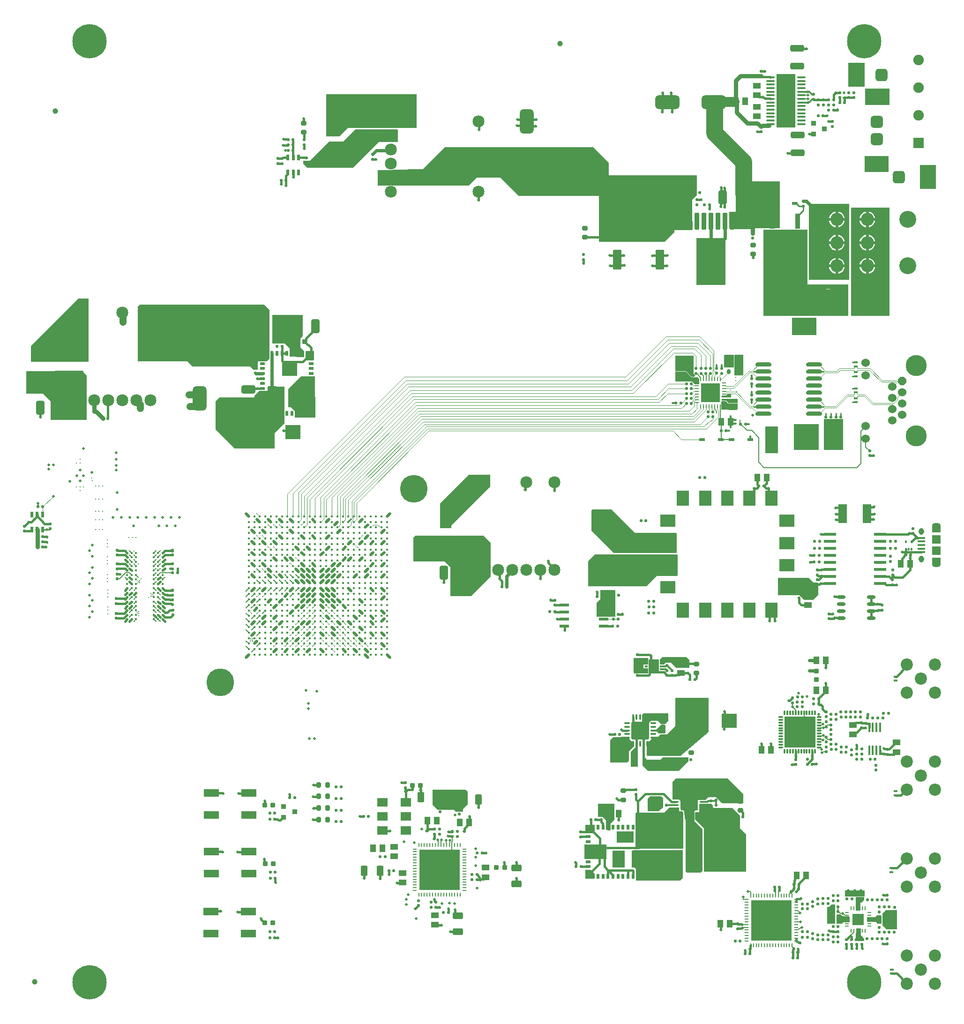
<source format=gtl>
G04*
G04 #@! TF.GenerationSoftware,Altium Limited,Altium Designer,20.1.11 (218)*
G04*
G04 Layer_Physical_Order=1*
G04 Layer_Color=255*
%FSLAX24Y24*%
%MOIN*%
G70*
G04*
G04 #@! TF.SameCoordinates,C20E3654-7A5B-4E15-AF0D-48D46733EB80*
G04*
G04*
G04 #@! TF.FilePolarity,Positive*
G04*
G01*
G75*
%ADD13C,0.0200*%
%ADD15C,0.0100*%
%ADD17C,0.0060*%
%ADD22C,0.0120*%
%ADD23C,0.0030*%
G04:AMPARAMS|DCode=41|XSize=89mil|YSize=85mil|CornerRadius=21.3mil|HoleSize=0mil|Usage=FLASHONLY|Rotation=270.000|XOffset=0mil|YOffset=0mil|HoleType=Round|Shape=RoundedRectangle|*
%AMROUNDEDRECTD41*
21,1,0.0890,0.0425,0,0,270.0*
21,1,0.0465,0.0850,0,0,270.0*
1,1,0.0425,-0.0213,-0.0232*
1,1,0.0425,-0.0213,0.0232*
1,1,0.0425,0.0213,0.0232*
1,1,0.0425,0.0213,-0.0232*
%
%ADD41ROUNDEDRECTD41*%
G04:AMPARAMS|DCode=42|XSize=20mil|YSize=20mil|CornerRadius=6mil|HoleSize=0mil|Usage=FLASHONLY|Rotation=180.000|XOffset=0mil|YOffset=0mil|HoleType=Round|Shape=RoundedRectangle|*
%AMROUNDEDRECTD42*
21,1,0.0200,0.0080,0,0,180.0*
21,1,0.0080,0.0200,0,0,180.0*
1,1,0.0120,-0.0040,0.0040*
1,1,0.0120,0.0040,0.0040*
1,1,0.0120,0.0040,-0.0040*
1,1,0.0120,-0.0040,-0.0040*
%
%ADD42ROUNDEDRECTD42*%
G04:AMPARAMS|DCode=43|XSize=89mil|YSize=85mil|CornerRadius=21.3mil|HoleSize=0mil|Usage=FLASHONLY|Rotation=0.000|XOffset=0mil|YOffset=0mil|HoleType=Round|Shape=RoundedRectangle|*
%AMROUNDEDRECTD43*
21,1,0.0890,0.0425,0,0,0.0*
21,1,0.0465,0.0850,0,0,0.0*
1,1,0.0425,0.0232,-0.0213*
1,1,0.0425,-0.0232,-0.0213*
1,1,0.0425,-0.0232,0.0213*
1,1,0.0425,0.0232,0.0213*
%
%ADD43ROUNDEDRECTD43*%
G04:AMPARAMS|DCode=44|XSize=20mil|YSize=20mil|CornerRadius=6mil|HoleSize=0mil|Usage=FLASHONLY|Rotation=90.000|XOffset=0mil|YOffset=0mil|HoleType=Round|Shape=RoundedRectangle|*
%AMROUNDEDRECTD44*
21,1,0.0200,0.0080,0,0,90.0*
21,1,0.0080,0.0200,0,0,90.0*
1,1,0.0120,0.0040,0.0040*
1,1,0.0120,0.0040,-0.0040*
1,1,0.0120,-0.0040,-0.0040*
1,1,0.0120,-0.0040,0.0040*
%
%ADD44ROUNDEDRECTD44*%
%ADD45O,0.0315X0.0079*%
%ADD46O,0.0079X0.0315*%
%ADD47R,0.0827X0.0827*%
G04:AMPARAMS|DCode=48|XSize=15.7mil|YSize=27.6mil|CornerRadius=2mil|HoleSize=0mil|Usage=FLASHONLY|Rotation=270.000|XOffset=0mil|YOffset=0mil|HoleType=Round|Shape=RoundedRectangle|*
%AMROUNDEDRECTD48*
21,1,0.0157,0.0236,0,0,270.0*
21,1,0.0118,0.0276,0,0,270.0*
1,1,0.0039,-0.0118,-0.0059*
1,1,0.0039,-0.0118,0.0059*
1,1,0.0039,0.0118,0.0059*
1,1,0.0039,0.0118,-0.0059*
%
%ADD48ROUNDEDRECTD48*%
G04:AMPARAMS|DCode=49|XSize=55mil|YSize=43mil|CornerRadius=8mil|HoleSize=0mil|Usage=FLASHONLY|Rotation=90.000|XOffset=0mil|YOffset=0mil|HoleType=Round|Shape=RoundedRectangle|*
%AMROUNDEDRECTD49*
21,1,0.0550,0.0271,0,0,90.0*
21,1,0.0391,0.0430,0,0,90.0*
1,1,0.0159,0.0135,0.0195*
1,1,0.0159,0.0135,-0.0195*
1,1,0.0159,-0.0135,-0.0195*
1,1,0.0159,-0.0135,0.0195*
%
%ADD49ROUNDEDRECTD49*%
%ADD50O,0.0091X0.0315*%
%ADD51O,0.0315X0.0091*%
%ADD52R,0.2913X0.2913*%
%ADD53R,0.0370X0.1100*%
%ADD54R,0.2690X0.3350*%
G04:AMPARAMS|DCode=55|XSize=98.4mil|YSize=59.1mil|CornerRadius=11.8mil|HoleSize=0mil|Usage=FLASHONLY|Rotation=0.000|XOffset=0mil|YOffset=0mil|HoleType=Round|Shape=RoundedRectangle|*
%AMROUNDEDRECTD55*
21,1,0.0984,0.0354,0,0,0.0*
21,1,0.0748,0.0591,0,0,0.0*
1,1,0.0236,0.0374,-0.0177*
1,1,0.0236,-0.0374,-0.0177*
1,1,0.0236,-0.0374,0.0177*
1,1,0.0236,0.0374,0.0177*
%
%ADD55ROUNDEDRECTD55*%
G04:AMPARAMS|DCode=56|XSize=138.2mil|YSize=62.2mil|CornerRadius=7.8mil|HoleSize=0mil|Usage=FLASHONLY|Rotation=90.000|XOffset=0mil|YOffset=0mil|HoleType=Round|Shape=RoundedRectangle|*
%AMROUNDEDRECTD56*
21,1,0.1382,0.0467,0,0,90.0*
21,1,0.1226,0.0622,0,0,90.0*
1,1,0.0156,0.0233,0.0613*
1,1,0.0156,0.0233,-0.0613*
1,1,0.0156,-0.0233,-0.0613*
1,1,0.0156,-0.0233,0.0613*
%
%ADD56ROUNDEDRECTD56*%
G04:AMPARAMS|DCode=57|XSize=35mil|YSize=34mil|CornerRadius=6mil|HoleSize=0mil|Usage=FLASHONLY|Rotation=180.000|XOffset=0mil|YOffset=0mil|HoleType=Round|Shape=RoundedRectangle|*
%AMROUNDEDRECTD57*
21,1,0.0350,0.0221,0,0,180.0*
21,1,0.0231,0.0340,0,0,180.0*
1,1,0.0119,-0.0116,0.0111*
1,1,0.0119,0.0116,0.0111*
1,1,0.0119,0.0116,-0.0111*
1,1,0.0119,-0.0116,-0.0111*
%
%ADD57ROUNDEDRECTD57*%
G04:AMPARAMS|DCode=58|XSize=98.4mil|YSize=59.1mil|CornerRadius=11.8mil|HoleSize=0mil|Usage=FLASHONLY|Rotation=270.000|XOffset=0mil|YOffset=0mil|HoleType=Round|Shape=RoundedRectangle|*
%AMROUNDEDRECTD58*
21,1,0.0984,0.0354,0,0,270.0*
21,1,0.0748,0.0591,0,0,270.0*
1,1,0.0236,-0.0177,-0.0374*
1,1,0.0236,-0.0177,0.0374*
1,1,0.0236,0.0177,0.0374*
1,1,0.0236,0.0177,-0.0374*
%
%ADD58ROUNDEDRECTD58*%
%ADD59R,0.1091X0.1004*%
%ADD62C,0.0850*%
G04:AMPARAMS|DCode=63|XSize=173.2mil|YSize=98.4mil|CornerRadius=24.6mil|HoleSize=0mil|Usage=FLASHONLY|Rotation=270.000|XOffset=0mil|YOffset=0mil|HoleType=Round|Shape=RoundedRectangle|*
%AMROUNDEDRECTD63*
21,1,0.1732,0.0492,0,0,270.0*
21,1,0.1240,0.0984,0,0,270.0*
1,1,0.0492,-0.0246,-0.0620*
1,1,0.0492,-0.0246,0.0620*
1,1,0.0492,0.0246,0.0620*
1,1,0.0492,0.0246,-0.0620*
%
%ADD63ROUNDEDRECTD63*%
%ADD64C,0.0177*%
G04:AMPARAMS|DCode=67|XSize=71mil|YSize=47mil|CornerRadius=8mil|HoleSize=0mil|Usage=FLASHONLY|Rotation=0.000|XOffset=0mil|YOffset=0mil|HoleType=Round|Shape=RoundedRectangle|*
%AMROUNDEDRECTD67*
21,1,0.0710,0.0310,0,0,0.0*
21,1,0.0550,0.0470,0,0,0.0*
1,1,0.0160,0.0275,-0.0155*
1,1,0.0160,-0.0275,-0.0155*
1,1,0.0160,-0.0275,0.0155*
1,1,0.0160,0.0275,0.0155*
%
%ADD67ROUNDEDRECTD67*%
%ADD68R,0.0315X0.0098*%
%ADD69R,0.0098X0.0315*%
G04:AMPARAMS|DCode=70|XSize=133.9mil|YSize=133.9mil|CornerRadius=0mil|HoleSize=0mil|Usage=FLASHONLY|Rotation=180.000|XOffset=0mil|YOffset=0mil|HoleType=Round|Shape=RoundedRectangle|*
%AMROUNDEDRECTD70*
21,1,0.1339,0.1339,0,0,180.0*
21,1,0.1339,0.1339,0,0,180.0*
1,1,0.0000,-0.0669,0.0669*
1,1,0.0000,0.0669,0.0669*
1,1,0.0000,0.0669,-0.0669*
1,1,0.0000,-0.0669,-0.0669*
%
%ADD70ROUNDEDRECTD70*%
%ADD71O,0.1150X0.0300*%
%ADD72R,0.0437X0.0237*%
%ADD73R,0.0600X0.1360*%
G04:AMPARAMS|DCode=76|XSize=39.4mil|YSize=31.5mil|CornerRadius=7.9mil|HoleSize=0mil|Usage=FLASHONLY|Rotation=0.000|XOffset=0mil|YOffset=0mil|HoleType=Round|Shape=RoundedRectangle|*
%AMROUNDEDRECTD76*
21,1,0.0394,0.0157,0,0,0.0*
21,1,0.0236,0.0315,0,0,0.0*
1,1,0.0157,0.0118,-0.0079*
1,1,0.0157,-0.0118,-0.0079*
1,1,0.0157,-0.0118,0.0079*
1,1,0.0157,0.0118,0.0079*
%
%ADD76ROUNDEDRECTD76*%
G04:AMPARAMS|DCode=77|XSize=55mil|YSize=43mil|CornerRadius=8mil|HoleSize=0mil|Usage=FLASHONLY|Rotation=0.000|XOffset=0mil|YOffset=0mil|HoleType=Round|Shape=RoundedRectangle|*
%AMROUNDEDRECTD77*
21,1,0.0550,0.0271,0,0,0.0*
21,1,0.0391,0.0430,0,0,0.0*
1,1,0.0159,0.0195,-0.0135*
1,1,0.0159,-0.0195,-0.0135*
1,1,0.0159,-0.0195,0.0135*
1,1,0.0159,0.0195,0.0135*
%
%ADD77ROUNDEDRECTD77*%
%ADD78O,0.0630X0.0118*%
G04:AMPARAMS|DCode=80|XSize=120.5mil|YSize=35mil|CornerRadius=8.8mil|HoleSize=0mil|Usage=FLASHONLY|Rotation=270.000|XOffset=0mil|YOffset=0mil|HoleType=Round|Shape=RoundedRectangle|*
%AMROUNDEDRECTD80*
21,1,0.1205,0.0175,0,0,270.0*
21,1,0.1030,0.0350,0,0,270.0*
1,1,0.0175,-0.0088,-0.0515*
1,1,0.0175,-0.0088,0.0515*
1,1,0.0175,0.0088,0.0515*
1,1,0.0175,0.0088,-0.0515*
%
%ADD80ROUNDEDRECTD80*%
G04:AMPARAMS|DCode=81|XSize=98.4mil|YSize=47.2mil|CornerRadius=11.8mil|HoleSize=0mil|Usage=FLASHONLY|Rotation=0.000|XOffset=0mil|YOffset=0mil|HoleType=Round|Shape=RoundedRectangle|*
%AMROUNDEDRECTD81*
21,1,0.0984,0.0236,0,0,0.0*
21,1,0.0748,0.0472,0,0,0.0*
1,1,0.0236,0.0374,-0.0118*
1,1,0.0236,-0.0374,-0.0118*
1,1,0.0236,-0.0374,0.0118*
1,1,0.0236,0.0374,0.0118*
%
%ADD81ROUNDEDRECTD81*%
%ADD82R,0.1670X0.1500*%
G04:AMPARAMS|DCode=83|XSize=173.2mil|YSize=98.4mil|CornerRadius=24.6mil|HoleSize=0mil|Usage=FLASHONLY|Rotation=0.000|XOffset=0mil|YOffset=0mil|HoleType=Round|Shape=RoundedRectangle|*
%AMROUNDEDRECTD83*
21,1,0.1732,0.0492,0,0,0.0*
21,1,0.1240,0.0984,0,0,0.0*
1,1,0.0492,0.0620,-0.0246*
1,1,0.0492,-0.0620,-0.0246*
1,1,0.0492,-0.0620,0.0246*
1,1,0.0492,0.0620,0.0246*
%
%ADD83ROUNDEDRECTD83*%
G04:AMPARAMS|DCode=87|XSize=39.4mil|YSize=31.5mil|CornerRadius=7.9mil|HoleSize=0mil|Usage=FLASHONLY|Rotation=90.000|XOffset=0mil|YOffset=0mil|HoleType=Round|Shape=RoundedRectangle|*
%AMROUNDEDRECTD87*
21,1,0.0394,0.0157,0,0,90.0*
21,1,0.0236,0.0315,0,0,90.0*
1,1,0.0157,0.0079,0.0118*
1,1,0.0157,0.0079,-0.0118*
1,1,0.0157,-0.0079,-0.0118*
1,1,0.0157,-0.0079,0.0118*
%
%ADD87ROUNDEDRECTD87*%
%ADD88O,0.0110X0.0335*%
%ADD89O,0.0335X0.0110*%
%ADD90R,0.2205X0.2205*%
G04:AMPARAMS|DCode=91|XSize=35mil|YSize=34mil|CornerRadius=9mil|HoleSize=0mil|Usage=FLASHONLY|Rotation=270.000|XOffset=0mil|YOffset=0mil|HoleType=Round|Shape=RoundedRectangle|*
%AMROUNDEDRECTD91*
21,1,0.0350,0.0160,0,0,270.0*
21,1,0.0170,0.0340,0,0,270.0*
1,1,0.0180,-0.0080,-0.0085*
1,1,0.0180,-0.0080,0.0085*
1,1,0.0180,0.0080,0.0085*
1,1,0.0180,0.0080,-0.0085*
%
%ADD91ROUNDEDRECTD91*%
G04:AMPARAMS|DCode=92|XSize=71mil|YSize=47mil|CornerRadius=8mil|HoleSize=0mil|Usage=FLASHONLY|Rotation=90.000|XOffset=0mil|YOffset=0mil|HoleType=Round|Shape=RoundedRectangle|*
%AMROUNDEDRECTD92*
21,1,0.0710,0.0310,0,0,90.0*
21,1,0.0550,0.0470,0,0,90.0*
1,1,0.0160,0.0155,0.0275*
1,1,0.0160,0.0155,-0.0275*
1,1,0.0160,-0.0155,-0.0275*
1,1,0.0160,-0.0155,0.0275*
%
%ADD92ROUNDEDRECTD92*%
G04:AMPARAMS|DCode=93|XSize=35mil|YSize=34mil|CornerRadius=9mil|HoleSize=0mil|Usage=FLASHONLY|Rotation=0.000|XOffset=0mil|YOffset=0mil|HoleType=Round|Shape=RoundedRectangle|*
%AMROUNDEDRECTD93*
21,1,0.0350,0.0160,0,0,0.0*
21,1,0.0170,0.0340,0,0,0.0*
1,1,0.0180,0.0085,-0.0080*
1,1,0.0180,-0.0085,-0.0080*
1,1,0.0180,-0.0085,0.0080*
1,1,0.0180,0.0085,0.0080*
%
%ADD93ROUNDEDRECTD93*%
%ADD101R,0.0610X0.0591*%
G04:AMPARAMS|DCode=102|XSize=15.7mil|YSize=53.1mil|CornerRadius=3.9mil|HoleSize=0mil|Usage=FLASHONLY|Rotation=90.000|XOffset=0mil|YOffset=0mil|HoleType=Round|Shape=RoundedRectangle|*
%AMROUNDEDRECTD102*
21,1,0.0157,0.0453,0,0,90.0*
21,1,0.0079,0.0531,0,0,90.0*
1,1,0.0079,0.0226,0.0039*
1,1,0.0079,0.0226,-0.0039*
1,1,0.0079,-0.0226,-0.0039*
1,1,0.0079,-0.0226,0.0039*
%
%ADD102ROUNDEDRECTD102*%
%ADD103O,0.0157X0.0709*%
G04:AMPARAMS|DCode=171|XSize=124mil|YSize=124mil|CornerRadius=6.2mil|HoleSize=0mil|Usage=FLASHONLY|Rotation=180.000|XOffset=0mil|YOffset=0mil|HoleType=Round|Shape=RoundedRectangle|*
%AMROUNDEDRECTD171*
21,1,0.1240,0.1116,0,0,180.0*
21,1,0.1116,0.1240,0,0,180.0*
1,1,0.0124,-0.0558,0.0558*
1,1,0.0124,0.0558,0.0558*
1,1,0.0124,0.0558,-0.0558*
1,1,0.0124,-0.0558,-0.0558*
%
%ADD171ROUNDEDRECTD171*%
%ADD172R,0.1240X0.1240*%
%ADD201C,0.0197*%
%ADD202R,0.0236X0.0374*%
%ADD203R,0.0374X0.0236*%
%ADD204R,0.0630X0.0669*%
%ADD205R,0.0197X0.0197*%
%ADD206R,0.0925X0.1220*%
%ADD207R,0.1102X0.1102*%
%ADD208R,0.0669X0.0236*%
%ADD209R,0.0905X0.0220*%
%ADD210R,0.0236X0.0413*%
G04:AMPARAMS|DCode=211|XSize=25.6mil|YSize=33.5mil|CornerRadius=6.4mil|HoleSize=0mil|Usage=FLASHONLY|Rotation=180.000|XOffset=0mil|YOffset=0mil|HoleType=Round|Shape=RoundedRectangle|*
%AMROUNDEDRECTD211*
21,1,0.0256,0.0207,0,0,180.0*
21,1,0.0128,0.0335,0,0,180.0*
1,1,0.0128,-0.0064,0.0103*
1,1,0.0128,0.0064,0.0103*
1,1,0.0128,0.0064,-0.0103*
1,1,0.0128,-0.0064,-0.0103*
%
%ADD211ROUNDEDRECTD211*%
%ADD212R,0.1339X0.3819*%
G04:AMPARAMS|DCode=213|XSize=31.5mil|YSize=35.4mil|CornerRadius=3.2mil|HoleSize=0mil|Usage=FLASHONLY|Rotation=90.000|XOffset=0mil|YOffset=0mil|HoleType=Round|Shape=RoundedRectangle|*
%AMROUNDEDRECTD213*
21,1,0.0315,0.0291,0,0,90.0*
21,1,0.0252,0.0354,0,0,90.0*
1,1,0.0063,0.0146,0.0126*
1,1,0.0063,0.0146,-0.0126*
1,1,0.0063,-0.0146,-0.0126*
1,1,0.0063,-0.0146,0.0126*
%
%ADD213ROUNDEDRECTD213*%
%ADD214R,0.2106X0.3362*%
%ADD215R,0.0906X0.1102*%
%ADD216R,0.1102X0.0906*%
%ADD217R,0.1083X0.0551*%
%ADD218C,0.0394*%
%ADD219R,0.0669X0.0630*%
%ADD220R,0.0236X0.0374*%
%ADD221R,0.0866X0.1220*%
%ADD222R,0.1201X0.0803*%
%ADD223R,0.0488X0.0551*%
%ADD224R,0.0886X0.0433*%
G04:AMPARAMS|DCode=225|XSize=13.8mil|YSize=39.4mil|CornerRadius=3.4mil|HoleSize=0mil|Usage=FLASHONLY|Rotation=180.000|XOffset=0mil|YOffset=0mil|HoleType=Round|Shape=RoundedRectangle|*
%AMROUNDEDRECTD225*
21,1,0.0138,0.0325,0,0,180.0*
21,1,0.0069,0.0394,0,0,180.0*
1,1,0.0069,-0.0034,0.0162*
1,1,0.0069,0.0034,0.0162*
1,1,0.0069,0.0034,-0.0162*
1,1,0.0069,-0.0034,-0.0162*
%
%ADD225ROUNDEDRECTD225*%
G04:AMPARAMS|DCode=226|XSize=13.8mil|YSize=39.4mil|CornerRadius=3.4mil|HoleSize=0mil|Usage=FLASHONLY|Rotation=90.000|XOffset=0mil|YOffset=0mil|HoleType=Round|Shape=RoundedRectangle|*
%AMROUNDEDRECTD226*
21,1,0.0138,0.0325,0,0,90.0*
21,1,0.0069,0.0394,0,0,90.0*
1,1,0.0069,0.0162,0.0034*
1,1,0.0069,0.0162,-0.0034*
1,1,0.0069,-0.0162,-0.0034*
1,1,0.0069,-0.0162,0.0034*
%
%ADD226ROUNDEDRECTD226*%
G04:AMPARAMS|DCode=227|XSize=37.4mil|YSize=11.8mil|CornerRadius=3mil|HoleSize=0mil|Usage=FLASHONLY|Rotation=90.000|XOffset=0mil|YOffset=0mil|HoleType=Round|Shape=RoundedRectangle|*
%AMROUNDEDRECTD227*
21,1,0.0374,0.0059,0,0,90.0*
21,1,0.0315,0.0118,0,0,90.0*
1,1,0.0059,0.0030,0.0157*
1,1,0.0059,0.0030,-0.0157*
1,1,0.0059,-0.0030,-0.0157*
1,1,0.0059,-0.0030,0.0157*
%
%ADD227ROUNDEDRECTD227*%
G04:AMPARAMS|DCode=228|XSize=11.8mil|YSize=17.7mil|CornerRadius=3mil|HoleSize=0mil|Usage=FLASHONLY|Rotation=180.000|XOffset=0mil|YOffset=0mil|HoleType=Round|Shape=RoundedRectangle|*
%AMROUNDEDRECTD228*
21,1,0.0118,0.0118,0,0,180.0*
21,1,0.0059,0.0177,0,0,180.0*
1,1,0.0059,-0.0030,0.0059*
1,1,0.0059,0.0030,0.0059*
1,1,0.0059,0.0030,-0.0059*
1,1,0.0059,-0.0030,-0.0059*
%
%ADD228ROUNDEDRECTD228*%
%ADD229O,0.0610X0.0236*%
%ADD230R,0.0748X0.1039*%
%ADD231R,0.0217X0.0118*%
%ADD232R,0.0768X0.0610*%
%ADD233C,0.0160*%
%ADD234C,0.0080*%
%ADD235C,0.0180*%
%ADD236C,0.0040*%
%ADD237C,0.0300*%
%ADD238C,0.0240*%
%ADD239C,0.0045*%
%ADD240C,0.0500*%
%ADD241C,0.0070*%
%ADD242C,0.1200*%
%ADD243C,0.0700*%
%ADD244C,0.0800*%
%ADD245R,0.0886X0.0906*%
%ADD246R,0.0610X0.0472*%
%ADD247R,0.0750X0.0750*%
%ADD248C,0.0750*%
%ADD249C,0.2441*%
%ADD250C,0.0866*%
%ADD251C,0.1969*%
%ADD252C,0.1200*%
%ADD253C,0.0930*%
%ADD254C,0.0236*%
G04:AMPARAMS|DCode=255|XSize=37.4mil|YSize=61mil|CornerRadius=18.7mil|HoleSize=0mil|Usage=FLASHONLY|Rotation=270.000|XOffset=0mil|YOffset=0mil|HoleType=Round|Shape=RoundedRectangle|*
%AMROUNDEDRECTD255*
21,1,0.0374,0.0236,0,0,270.0*
21,1,0.0000,0.0610,0,0,270.0*
1,1,0.0374,-0.0118,0.0000*
1,1,0.0374,-0.0118,0.0000*
1,1,0.0374,0.0118,0.0000*
1,1,0.0374,0.0118,0.0000*
%
%ADD255ROUNDEDRECTD255*%
G04:AMPARAMS|DCode=256|XSize=49.2mil|YSize=37.4mil|CornerRadius=18.7mil|HoleSize=0mil|Usage=FLASHONLY|Rotation=270.000|XOffset=0mil|YOffset=0mil|HoleType=Round|Shape=RoundedRectangle|*
%AMROUNDEDRECTD256*
21,1,0.0492,0.0000,0,0,270.0*
21,1,0.0118,0.0374,0,0,270.0*
1,1,0.0374,0.0000,-0.0059*
1,1,0.0374,0.0000,0.0059*
1,1,0.0374,0.0000,0.0059*
1,1,0.0374,0.0000,-0.0059*
%
%ADD256ROUNDEDRECTD256*%
%ADD257C,0.0600*%
%ADD258P,0.0649X8X112.5*%
%ADD259C,0.1500*%
%ADD260C,0.0120*%
%ADD261C,0.0200*%
%ADD262C,0.0220*%
%ADD263C,0.0157*%
G36*
X34411Y37223D02*
X31657Y34470D01*
Y34302D01*
X31622Y34267D01*
X30847Y34276D01*
Y36035D01*
X32900Y38089D01*
X34411D01*
Y37223D01*
D02*
G37*
G36*
X44719Y33933D02*
X47632Y33937D01*
X47667Y33902D01*
X47667Y32500D01*
X43194Y32500D01*
X41617Y34077D01*
Y35533D01*
X41706Y35621D01*
X43031D01*
X44719Y33933D01*
D02*
G37*
G36*
X47747Y32365D02*
Y30932D01*
X47702Y30882D01*
X46240Y30891D01*
X45512Y30163D01*
X41375D01*
Y31945D01*
X41841Y32412D01*
X47700D01*
X47747Y32365D01*
D02*
G37*
G36*
X34454Y33257D02*
X34454Y33070D01*
Y30846D01*
X33069Y29461D01*
X31605Y29461D01*
X31569Y29496D01*
X31569Y31515D01*
X31186Y31898D01*
X28940Y31898D01*
Y33619D01*
X29083Y33761D01*
X33950Y33761D01*
X34454Y33257D01*
D02*
G37*
G36*
X57419Y30399D02*
X57719Y30399D01*
X57755Y30363D01*
X57755Y29540D01*
X57409Y29194D01*
X56731D01*
X56401Y29524D01*
X54870Y29524D01*
X54870Y30738D01*
X57079Y30738D01*
X57419Y30399D01*
D02*
G37*
G36*
X43317Y29823D02*
X43317Y28030D01*
X43282Y27994D01*
X42012Y27994D01*
X41977Y28030D01*
X41982Y28973D01*
X42253Y29245D01*
Y29867D01*
X43273Y29867D01*
X43317Y29823D01*
D02*
G37*
G36*
X48577Y24906D02*
X48577Y24375D01*
X48542Y24340D01*
X47637D01*
X47267Y24710D01*
X46876D01*
X46757Y24591D01*
X46480D01*
X46474Y24594D01*
X46473Y24919D01*
X46656Y25101D01*
X48381D01*
X48577Y24906D01*
D02*
G37*
G36*
X45630Y24574D02*
X45318D01*
Y24328D01*
X45630D01*
X45634Y23988D01*
X45596Y23950D01*
X44666Y23950D01*
X44620Y23997D01*
X44620Y25034D01*
X44643Y25058D01*
X45630D01*
Y24574D01*
D02*
G37*
G36*
X47088Y20570D02*
X46892Y20373D01*
Y20343D01*
X46592D01*
X46338Y20597D01*
X45865D01*
X45668Y20400D01*
X45221D01*
X45221Y21019D01*
X45317Y21116D01*
X47086Y21116D01*
X47088Y20570D01*
D02*
G37*
G36*
X46810Y20305D02*
X46892Y20223D01*
X46892Y19746D01*
X46814Y19668D01*
X46401Y19668D01*
X46245Y19824D01*
X45958Y19824D01*
X45957Y19919D01*
X45992Y19955D01*
X46226Y19955D01*
X46577Y20305D01*
X46810Y20305D01*
D02*
G37*
G36*
X49939Y19775D02*
X47940Y18070D01*
X45596Y18070D01*
X45530Y18136D01*
Y19081D01*
X45565Y19117D01*
X45693Y19117D01*
X45864Y19287D01*
X45864Y19438D01*
X46347D01*
X46524Y19615D01*
X46975Y19615D01*
X47564Y20218D01*
Y22208D01*
X49939D01*
X49939Y19775D01*
D02*
G37*
G36*
X44322Y19399D02*
X44322Y19277D01*
X44477Y19122D01*
X44639D01*
Y18775D01*
X44452Y18588D01*
X44276Y18412D01*
X44276Y17723D01*
X44156Y17603D01*
X42931Y17603D01*
X42931Y19219D01*
X43138Y19426D01*
X44287Y19434D01*
X44322Y19399D01*
D02*
G37*
G36*
X44904Y19385D02*
X44904Y17306D01*
X44454Y17306D01*
X44418Y17341D01*
X44418Y18392D01*
X44756Y18729D01*
X44756Y19402D01*
X44762Y19418D01*
X44868Y19420D01*
X44904Y19385D01*
D02*
G37*
G36*
X45399Y19505D02*
X45399Y17978D01*
X45576Y17802D01*
X46509D01*
X46676Y17968D01*
X48512D01*
X48512Y17818D01*
Y17707D01*
X47833Y17027D01*
X45627D01*
X45246Y17408D01*
Y19470D01*
X45281Y19505D01*
X45399Y19505D01*
D02*
G37*
G36*
X52410Y15383D02*
X52410Y14738D01*
X52374Y14703D01*
X50919Y14703D01*
X50479Y15143D01*
X49898Y15143D01*
X49714Y14959D01*
X49172D01*
Y14352D01*
X48922Y14102D01*
X48928Y14096D01*
Y13447D01*
X49505Y12870D01*
X49505Y9881D01*
X49392Y9768D01*
X48406Y9768D01*
X48304Y9869D01*
X48304Y13526D01*
X48228Y13656D01*
X48220Y14132D01*
X48145Y14205D01*
X48056Y14204D01*
X47946Y14312D01*
X47946Y14665D01*
X47946Y14857D01*
X47833Y14971D01*
X47422D01*
X47391Y15001D01*
X47391Y16239D01*
X47623Y16471D01*
X51322Y16471D01*
X52410Y15383D01*
D02*
G37*
G36*
X46577Y15215D02*
X46722Y15070D01*
Y14418D01*
X46367Y14132D01*
X45642D01*
X45607Y14167D01*
X45607Y15046D01*
X45776Y15215D01*
X46577Y15215D01*
D02*
G37*
G36*
X32793Y15550D02*
Y14644D01*
X32478Y14329D01*
Y14126D01*
X31967D01*
X31852Y14241D01*
X30683Y14241D01*
X30308Y14617D01*
Y15682D01*
X32662D01*
X32793Y15550D01*
D02*
G37*
G36*
X47819Y14429D02*
X47826Y14422D01*
Y14131D01*
X48091Y14131D01*
X48149Y14073D01*
X48149Y11465D01*
X44758D01*
Y14017D01*
X44793Y14052D01*
X46763Y14052D01*
X47140Y14429D01*
X47819Y14429D01*
D02*
G37*
G36*
X43230Y13548D02*
X42959Y13276D01*
Y12830D01*
X42923Y12795D01*
X42650Y12798D01*
Y13499D01*
X42413Y13736D01*
X42066D01*
Y14670D01*
X43230D01*
Y13548D01*
D02*
G37*
G36*
X42676Y10769D02*
X42641Y10733D01*
X41145Y10733D01*
X41101Y10777D01*
X41101Y11792D01*
X42676D01*
X42676Y10769D01*
D02*
G37*
G36*
X50258Y14574D02*
X50258Y14445D01*
X50323Y14380D01*
X51626Y14380D01*
X52177Y13829D01*
Y12943D01*
X52614Y12506D01*
X52614Y9843D01*
X49608Y9843D01*
X49608Y12958D01*
X48981Y13585D01*
X48981Y14066D01*
X49008Y14093D01*
X49275Y14093D01*
X49270Y14642D01*
X49318Y14690D01*
X50143Y14690D01*
X50258Y14574D01*
D02*
G37*
G36*
X41550Y9971D02*
X41845Y9715D01*
X41845Y9341D01*
X41176D01*
Y9971D01*
X41550Y9971D01*
D02*
G37*
G36*
X48125Y9420D02*
X47922Y9217D01*
X44765D01*
Y10043D01*
X44601Y10207D01*
X44562D01*
Y11384D01*
X48125D01*
Y9420D01*
D02*
G37*
G36*
X61030Y8122D02*
X60994Y8082D01*
X60398D01*
X60375Y8073D01*
X59684D01*
X59648Y8108D01*
X59651Y8509D01*
X61030D01*
Y8122D01*
D02*
G37*
G36*
X60994Y7837D02*
X60821Y7663D01*
X60754D01*
Y7102D01*
X60731Y7079D01*
X60398D01*
X60398Y8050D01*
X60994D01*
Y7837D01*
D02*
G37*
G36*
X59354Y6798D02*
X59484Y6668D01*
X59955Y6668D01*
X59990Y6632D01*
X59990Y6263D01*
X59503D01*
X59403Y6163D01*
X59031D01*
X59028Y6762D01*
X59064Y6798D01*
X59354Y6798D01*
D02*
G37*
G36*
X58953Y6143D02*
X58372D01*
X58363Y6151D01*
Y7355D01*
X58531D01*
X58684Y7508D01*
X58953D01*
Y6143D01*
D02*
G37*
G36*
X62242Y6709D02*
X62242Y6136D01*
X61963D01*
X61809Y6290D01*
X61239D01*
X61203Y6325D01*
X61204Y6607D01*
X61790Y6615D01*
X61919Y6744D01*
X62206Y6744D01*
X62242Y6709D01*
D02*
G37*
G36*
X63348Y7104D02*
X63348Y5791D01*
X63313Y5756D01*
X62587D01*
X62303Y6039D01*
Y6861D01*
X62547Y7104D01*
X63348Y7104D01*
D02*
G37*
G36*
X60763Y5332D02*
X60946Y5149D01*
X60999Y5095D01*
X60999Y4951D01*
X60950Y4903D01*
X60384D01*
X60348Y4938D01*
X60348Y5073D01*
X60424Y5149D01*
X60426Y5827D01*
X60763D01*
Y5332D01*
D02*
G37*
G36*
X61029Y67395D02*
X61029Y65683D01*
X59883Y65683D01*
X59883Y67395D01*
X61029Y67395D01*
D02*
G37*
G36*
X62803Y64387D02*
X61091Y64387D01*
X61091Y65534D01*
X62803Y65534D01*
X62803Y64387D01*
D02*
G37*
G36*
X29170Y65156D02*
X29170Y62745D01*
X24259Y62745D01*
X23671Y62157D01*
X22782D01*
X22747Y62192D01*
X22747Y65156D01*
X29170Y65156D01*
D02*
G37*
G36*
X27813Y62650D02*
X27848Y62614D01*
X27835Y61752D01*
X26486D01*
X24663Y59930D01*
X21402Y59930D01*
X21121Y60211D01*
Y60403D01*
X21587D01*
X21991Y60807D01*
X22964Y61780D01*
X23958Y61780D01*
X24841Y62663D01*
X27813Y62650D01*
D02*
G37*
G36*
X42848Y60273D02*
Y59370D01*
X49124Y59370D01*
X49124Y57983D01*
X48785Y57644D01*
X48785Y56719D01*
X48798Y55542D01*
X48754Y55496D01*
X47523D01*
Y55363D01*
X46813Y54652D01*
X42132D01*
X42132Y57930D01*
X36436D01*
X35151Y59215D01*
X33442Y59215D01*
X32883Y58656D01*
X27408Y58656D01*
X27337Y58665D01*
X27266Y58656D01*
X26395D01*
Y59726D01*
X26407Y59738D01*
X27240Y59760D01*
X27337Y59747D01*
X27456Y59763D01*
X27463Y59765D01*
X29619Y59821D01*
X31178Y61380D01*
X41742D01*
X42848Y60273D01*
D02*
G37*
G36*
X62744Y59600D02*
X61032Y59600D01*
X61032Y60747D01*
X62744Y60747D01*
X62744Y59600D01*
D02*
G37*
G36*
X66121Y60117D02*
X66121Y58404D01*
X64974Y58404D01*
X64974Y60117D01*
X66121Y60117D01*
D02*
G37*
G36*
X54995Y58946D02*
X55004Y55643D01*
X54969Y55608D01*
X51423Y55608D01*
X51423Y56780D01*
X51873D01*
Y58946D01*
X54995Y58946D01*
D02*
G37*
G36*
X59939Y57070D02*
X59939Y51935D01*
X57082Y51935D01*
Y56954D01*
X57082Y57350D01*
X59939Y57350D01*
X59939Y57070D01*
D02*
G37*
G36*
X62823Y49389D02*
X60078D01*
Y57082D01*
X62823D01*
Y49389D01*
D02*
G37*
G36*
X56965Y51598D02*
X59876D01*
Y49375D01*
X53829D01*
Y55513D01*
X56965D01*
Y51598D01*
D02*
G37*
G36*
X57597Y48019D02*
X55884Y48019D01*
X55884Y49233D01*
X57597Y49233D01*
X57597Y48019D01*
D02*
G37*
G36*
X21070Y49450D02*
X21070Y48668D01*
Y47951D01*
X21065D01*
X20895Y47782D01*
X20895Y47155D01*
X21172Y46879D01*
Y46497D01*
X21136Y46462D01*
X20158Y46479D01*
X20158Y47064D01*
X19795Y47426D01*
X18904Y47426D01*
X18904Y49450D01*
X21070Y49450D01*
D02*
G37*
G36*
X5849Y46105D02*
X1729D01*
Y47220D01*
X5118Y50609D01*
X5849D01*
Y46105D01*
D02*
G37*
G36*
X51735Y46591D02*
X51735Y45726D01*
X51087Y45723D01*
X51051Y45758D01*
X51051Y46591D01*
X51087Y46626D01*
X51700Y46626D01*
X51735Y46591D01*
D02*
G37*
G36*
X18353Y50183D02*
X18714Y49822D01*
Y46351D01*
X18523Y46160D01*
X17918D01*
X17865Y46107D01*
Y45544D01*
X17589D01*
X17355Y45778D01*
X13247D01*
X12865Y46160D01*
X9340D01*
Y50056D01*
X9478Y50194D01*
X18353Y50183D01*
D02*
G37*
G36*
X52424Y46626D02*
Y45205D01*
X52376Y45157D01*
X51784Y45161D01*
Y46626D01*
X52424Y46626D01*
D02*
G37*
G36*
X48874Y45138D02*
X48899Y45102D01*
X48876Y45058D01*
X48727Y45058D01*
X48623Y45161D01*
X48622Y45162D01*
X48622Y45162D01*
X48620Y45163D01*
X48618Y45165D01*
X48618Y45166D01*
X48618Y45167D01*
X48361Y45424D01*
X48338Y45433D01*
X48305D01*
X48301Y45438D01*
X47571D01*
Y46539D01*
X48874D01*
Y45138D01*
D02*
G37*
G36*
X48338Y45401D02*
X48595Y45144D01*
X48597Y45141D01*
X48600Y45138D01*
X48714Y45025D01*
X49189Y45025D01*
X49291Y44923D01*
X49291Y44515D01*
X48967Y44515D01*
X48764Y44717D01*
X47571Y44717D01*
Y45401D01*
X48338Y45401D01*
D02*
G37*
G36*
X51556Y43799D02*
X51556Y43608D01*
X51521Y43573D01*
X50879Y43573D01*
Y43701D01*
X51188D01*
X51227Y43739D01*
X51229D01*
Y43742D01*
X51286Y43799D01*
X51556Y43799D01*
D02*
G37*
G36*
X52015Y43182D02*
X51352Y43182D01*
X51229Y43305D01*
Y43307D01*
X51227D01*
X51188Y43346D01*
X50879D01*
Y43474D01*
X52015D01*
Y43182D01*
D02*
G37*
G36*
X51177Y43308D02*
X51344Y43140D01*
X52017Y43140D01*
X52017Y42768D01*
X51943Y42694D01*
X50850Y42700D01*
Y42934D01*
X50847Y42939D01*
X50847Y43272D01*
X50883Y43308D01*
X51177Y43308D01*
D02*
G37*
G36*
X21942Y45083D02*
X21946Y45081D01*
X21979Y42182D01*
X21944Y42146D01*
X20504D01*
Y42608D01*
X20245Y42867D01*
X20042D01*
Y44178D01*
X20947Y45083D01*
X21942D01*
D02*
G37*
G36*
X5492Y45444D02*
Y45350D01*
X5703Y45139D01*
X5703Y42017D01*
X5668Y41982D01*
X3139Y41982D01*
X3139Y43308D01*
X2609Y43838D01*
X1419Y43838D01*
Y45455D01*
X5456Y45479D01*
X5492Y45444D01*
D02*
G37*
G36*
X19776Y44346D02*
X19776Y41746D01*
X19072Y41042D01*
Y39934D01*
X16227D01*
X14859Y41302D01*
Y43309D01*
X15128Y43578D01*
X17654D01*
Y43708D01*
X17999Y44053D01*
X18583D01*
X18583Y44337D01*
X18619Y44372D01*
X19776Y44346D01*
D02*
G37*
G36*
X59504Y39840D02*
X58129D01*
Y42045D01*
X59504D01*
Y39840D01*
D02*
G37*
G36*
X57779D02*
X56020D01*
Y41671D01*
X57779D01*
Y39840D01*
D02*
G37*
G36*
X54873Y39630D02*
X53961D01*
X53961Y41522D01*
X54873D01*
X54873Y39630D01*
D02*
G37*
%LPC*%
G36*
X59165Y56797D02*
Y56340D01*
X59622D01*
X59615Y56388D01*
X59558Y56525D01*
X59468Y56643D01*
X59350Y56734D01*
X59212Y56791D01*
X59165Y56797D01*
D02*
G37*
G36*
X58965Y56797D02*
X58917Y56791D01*
X58780Y56734D01*
X58662Y56643D01*
X58571Y56525D01*
X58514Y56388D01*
X58508Y56340D01*
X58965D01*
Y56797D01*
D02*
G37*
G36*
X59622Y56140D02*
X59165D01*
Y55683D01*
X59212Y55690D01*
X59350Y55747D01*
X59468Y55837D01*
X59558Y55955D01*
X59615Y56093D01*
X59622Y56140D01*
D02*
G37*
G36*
X58965D02*
X58508D01*
X58514Y56093D01*
X58571Y55955D01*
X58662Y55837D01*
X58780Y55747D01*
X58917Y55690D01*
X58965Y55683D01*
Y56140D01*
D02*
G37*
G36*
X59165Y55143D02*
Y54687D01*
X59622D01*
X59615Y54734D01*
X59558Y54872D01*
X59468Y54990D01*
X59350Y55080D01*
X59212Y55137D01*
X59165Y55143D01*
D02*
G37*
G36*
X58965Y55143D02*
X58917Y55137D01*
X58780Y55080D01*
X58662Y54990D01*
X58571Y54872D01*
X58514Y54734D01*
X58508Y54687D01*
X58965D01*
Y55143D01*
D02*
G37*
G36*
X59622Y54487D02*
X59165D01*
Y54030D01*
X59212Y54036D01*
X59350Y54093D01*
X59468Y54184D01*
X59558Y54302D01*
X59615Y54439D01*
X59622Y54487D01*
D02*
G37*
G36*
X58965D02*
X58508D01*
X58514Y54439D01*
X58571Y54302D01*
X58662Y54184D01*
X58780Y54093D01*
X58917Y54036D01*
X58965Y54030D01*
Y54487D01*
D02*
G37*
G36*
X59165Y53490D02*
Y53033D01*
X59622D01*
X59615Y53081D01*
X59558Y53218D01*
X59468Y53336D01*
X59350Y53427D01*
X59212Y53484D01*
X59165Y53490D01*
D02*
G37*
G36*
X58965Y53490D02*
X58917Y53484D01*
X58780Y53427D01*
X58662Y53336D01*
X58571Y53218D01*
X58514Y53081D01*
X58508Y53033D01*
X58965D01*
Y53490D01*
D02*
G37*
G36*
X59622Y52833D02*
X59165D01*
Y52376D01*
X59212Y52383D01*
X59350Y52440D01*
X59468Y52530D01*
X59558Y52648D01*
X59615Y52786D01*
X59622Y52833D01*
D02*
G37*
G36*
X58965D02*
X58508D01*
X58514Y52786D01*
X58571Y52648D01*
X58662Y52530D01*
X58780Y52440D01*
X58917Y52383D01*
X58965Y52376D01*
Y52833D01*
D02*
G37*
G36*
X61330Y56797D02*
Y56340D01*
X61787D01*
X61781Y56388D01*
X61724Y56525D01*
X61633Y56643D01*
X61515Y56734D01*
X61378Y56791D01*
X61330Y56797D01*
D02*
G37*
G36*
X61130Y56797D02*
X61083Y56791D01*
X60945Y56734D01*
X60827Y56643D01*
X60737Y56525D01*
X60680Y56388D01*
X60674Y56340D01*
X61130D01*
Y56797D01*
D02*
G37*
G36*
Y56140D02*
X60674D01*
X60680Y56093D01*
X60737Y55955D01*
X60827Y55837D01*
X60945Y55747D01*
X61083Y55690D01*
X61130Y55683D01*
Y56140D01*
D02*
G37*
G36*
X61787D02*
X61330D01*
Y55683D01*
X61378Y55690D01*
X61515Y55747D01*
X61633Y55837D01*
X61724Y55955D01*
X61781Y56093D01*
X61787Y56140D01*
D02*
G37*
G36*
X61330Y55143D02*
Y54687D01*
X61787D01*
X61781Y54734D01*
X61724Y54872D01*
X61633Y54990D01*
X61515Y55080D01*
X61378Y55137D01*
X61330Y55143D01*
D02*
G37*
G36*
X61130D02*
X61083Y55137D01*
X60945Y55080D01*
X60827Y54990D01*
X60737Y54872D01*
X60680Y54734D01*
X60674Y54687D01*
X61130D01*
Y55143D01*
D02*
G37*
G36*
X61787Y54487D02*
X61330D01*
Y54030D01*
X61378Y54036D01*
X61515Y54093D01*
X61633Y54184D01*
X61724Y54302D01*
X61781Y54439D01*
X61787Y54487D01*
D02*
G37*
G36*
X61130D02*
X60674D01*
X60680Y54439D01*
X60737Y54302D01*
X60827Y54184D01*
X60945Y54093D01*
X61083Y54036D01*
X61130Y54030D01*
Y54487D01*
D02*
G37*
G36*
X61330Y53490D02*
Y53033D01*
X61787D01*
X61781Y53081D01*
X61724Y53218D01*
X61633Y53336D01*
X61515Y53427D01*
X61378Y53484D01*
X61330Y53490D01*
D02*
G37*
G36*
X61130Y53490D02*
X61083Y53484D01*
X60945Y53427D01*
X60827Y53336D01*
X60737Y53218D01*
X60680Y53081D01*
X60674Y53033D01*
X61130D01*
Y53490D01*
D02*
G37*
G36*
Y52833D02*
X60674D01*
X60680Y52786D01*
X60737Y52648D01*
X60827Y52530D01*
X60945Y52440D01*
X61083Y52383D01*
X61130Y52376D01*
Y52833D01*
D02*
G37*
G36*
X61787D02*
X61330D01*
Y52376D01*
X61378Y52383D01*
X61515Y52440D01*
X61633Y52530D01*
X61724Y52648D01*
X61781Y52786D01*
X61787Y52833D01*
D02*
G37*
G36*
X58465Y51302D02*
X58353Y51287D01*
X58249Y51244D01*
X58159Y51175D01*
X58090Y51085D01*
X58047Y50980D01*
X58032Y50868D01*
X58047Y50756D01*
X58090Y50651D01*
X58159Y50561D01*
X58509Y50211D01*
X58599Y50143D01*
X58703Y50099D01*
X58815Y50084D01*
X58928Y50099D01*
X59032Y50143D01*
X59122Y50211D01*
X59191Y50301D01*
X59234Y50406D01*
X59249Y50518D01*
X59234Y50630D01*
X59191Y50735D01*
X59122Y50825D01*
X58772Y51175D01*
X58682Y51244D01*
X58578Y51287D01*
X58465Y51302D01*
D02*
G37*
%LPD*%
D13*
X17628Y28427D02*
X17803Y28603D01*
X17818D01*
X23336Y34530D02*
X23533Y34726D01*
X26683Y26065D02*
X26880Y25868D01*
X19793Y25474D02*
X19990Y25671D01*
X20580Y28624D02*
X20777Y28821D01*
X21368Y29411D02*
X21565Y29608D01*
X22352Y25671D02*
X22549Y25474D01*
X25502Y25671D02*
X25698Y25474D01*
X17628Y26065D02*
X17822Y26260D01*
X20974Y31774D02*
X21171Y31577D01*
X22352Y30002D02*
X22549Y29805D01*
X25895Y32364D02*
X26092Y32561D01*
X24714Y30789D02*
X24911Y30986D01*
X20974Y29411D02*
X21171Y29608D01*
X26683Y30789D02*
X26880Y30986D01*
X25502Y33545D02*
X25698Y33742D01*
X20777Y31183D02*
Y31183D01*
X20580Y26262D02*
X20777Y26459D01*
X20974Y29805D02*
X21171Y30002D01*
X26683D02*
X26880Y29805D01*
X23139Y27246D02*
X23336Y27049D01*
X17037Y25081D02*
X17234Y25278D01*
X19793Y32167D02*
X19990Y31971D01*
X21761Y29411D02*
X21958Y29608D01*
X18218Y29805D02*
X18415Y30002D01*
X17431Y33349D02*
X17628Y33152D01*
X20187Y28230D02*
X20384Y28427D01*
X20974Y29018D02*
X21171Y29215D01*
X25502Y30789D02*
X25698Y30986D01*
X17431D02*
X17628Y30789D01*
X23533Y27640D02*
X23730Y27443D01*
X22746Y30396D02*
X22943Y30593D01*
X18218Y27443D02*
X18415Y27640D01*
X17431Y26656D02*
X17628Y26852D01*
X19006Y28624D02*
X19202Y28821D01*
X21761Y31380D02*
X21958Y31183D01*
X22352Y32364D02*
X22549Y32561D01*
X18218Y31774D02*
X18415Y31577D01*
X19399Y30986D02*
X19596Y30789D01*
X20974Y33742D02*
X21171Y33545D01*
X18218Y27837D02*
X18415Y28034D01*
X19006Y27049D02*
X19202Y27246D01*
X21761Y33742D02*
X21958Y33545D01*
X25895Y33152D02*
X26092Y33349D01*
X23927Y28821D02*
X24124Y28624D01*
X22746Y29215D02*
X22943Y29018D01*
X19793Y26262D02*
X19990Y26459D01*
X21368Y32955D02*
X21565Y32758D01*
X25502Y31183D02*
X25698Y31380D01*
X18218Y34136D02*
X18415Y33939D01*
X20974Y30986D02*
X21171Y30789D01*
X22352Y26852D02*
X22549Y26656D01*
X26683Y29215D02*
X26880Y29412D01*
X22746Y28034D02*
X22943Y27837D01*
X18218Y33349D02*
X18415Y33152D01*
X19006Y27837D02*
X19202Y28034D01*
X20974Y27443D02*
X21171Y27640D01*
X22352Y30396D02*
X22549Y30593D01*
X23139Y28821D02*
X23336Y28624D01*
X21368Y30986D02*
X21565Y30789D01*
X26683Y26852D02*
X26880Y26656D01*
X23533Y31577D02*
X23730Y31774D01*
X19399Y33742D02*
X19596Y33545D01*
X20187Y34923D02*
X20384Y34726D01*
X20187Y32167D02*
X20384Y31971D01*
X17431Y34136D02*
X17628Y33939D01*
X22352Y30789D02*
X22549Y30986D01*
X18612Y34923D02*
X18809Y34726D01*
X17431Y29805D02*
X17628Y30002D01*
X20580Y27049D02*
X20777Y27246D01*
X20580Y25474D02*
X20777Y25671D01*
X22352Y31183D02*
X22549Y31380D01*
X22746Y34726D02*
X22943Y34923D01*
X24321Y30002D02*
X24517Y29805D01*
X18612Y30986D02*
X18809Y30789D01*
X18612Y29018D02*
X18809Y29215D01*
X23139Y31183D02*
X23336Y31380D01*
X18218Y32561D02*
X18415Y32364D01*
X19006Y26262D02*
X19202Y26459D01*
X21368Y29018D02*
X21565Y29215D01*
X26683Y27640D02*
X26880Y27837D01*
X24321Y27640D02*
X24517Y27443D01*
X21761Y34923D02*
X21958Y34726D01*
X22746Y29608D02*
X22943Y29411D01*
X19399Y29018D02*
X19596Y29215D01*
X21368Y29805D02*
X21565Y30002D01*
X25502Y34333D02*
X25698Y34530D01*
X23533Y29215D02*
X23730Y29018D01*
X19006Y32167D02*
X19202Y31971D01*
X20974Y31380D02*
X21171Y31183D01*
X24714Y26852D02*
X24911Y26656D01*
X23927Y25671D02*
X24124Y25474D01*
X23927Y31971D02*
X24124Y32167D01*
X17824Y34923D02*
X18021Y34726D01*
X21761Y29018D02*
X21958Y29215D01*
X27076Y25278D02*
X27273Y25081D01*
X25895Y31577D02*
X26092Y31774D01*
X25108Y29215D02*
X25305Y29018D01*
X22352Y29608D02*
X22549Y29411D01*
X26683Y33152D02*
X26880Y33349D01*
X25895Y30002D02*
X26092Y29805D01*
X20187Y34136D02*
X20384Y33939D01*
X26683Y32364D02*
X26880Y32561D01*
X26683Y31577D02*
X26880Y31774D01*
X23139Y30396D02*
X23336Y30593D01*
X20580Y32955D02*
X20777Y32758D01*
X22746Y30002D02*
X22943Y29805D01*
X22352Y29215D02*
X22549Y29018D01*
X27076Y35120D02*
X27273Y35317D01*
X23927Y32758D02*
X24124Y32955D01*
X23533Y33939D02*
X23730Y34136D01*
X19399Y34923D02*
X19596Y34726D01*
X26683Y28427D02*
X26880Y28230D01*
X21368Y27443D02*
X21565Y27640D01*
X21761Y31774D02*
X21958Y31577D01*
X23139Y26852D02*
X23336Y26656D01*
X17431Y27443D02*
X17628Y27640D01*
X17431Y32561D02*
X17628Y32364D01*
X21368Y31380D02*
X21565Y31183D01*
X25108Y26459D02*
X25305Y26262D01*
X24714Y25671D02*
X24911Y25474D01*
X24714Y28034D02*
X24911Y27837D01*
X25895Y27640D02*
X26092Y27443D01*
X25502Y25278D02*
X25698Y25081D01*
X22746Y30789D02*
X22943Y30986D01*
X19006Y25474D02*
X19202Y25671D01*
X21368Y30593D02*
X21565Y30396D01*
X24321Y33152D02*
X24517Y33349D01*
X23139Y31577D02*
X23336Y31774D01*
X19793Y29411D02*
X19990Y29608D01*
X26683Y33939D02*
X26880Y34136D01*
X23139Y30002D02*
X23336Y29805D01*
X18612Y31380D02*
X18809Y31183D01*
X17431Y31774D02*
X17628Y31577D01*
X25895Y26852D02*
X26092Y26656D01*
X25108Y31971D02*
X25305Y32167D01*
X23139Y29215D02*
X23336Y29018D01*
X19399Y27443D02*
X19596Y27640D01*
X20974Y28624D02*
X21171Y28821D01*
X21761Y30593D02*
X21958Y30396D01*
X22746Y32758D02*
X22943Y32955D01*
X25895Y28034D02*
X26092Y27837D01*
X21761Y29805D02*
X21958Y30002D01*
X23533Y30789D02*
X23730Y30986D01*
X25108Y27246D02*
X25305Y27049D01*
X23139Y30789D02*
X23336Y30986D01*
X22352Y28821D02*
X22549Y28624D01*
X25108Y28427D02*
X25305Y28230D01*
X20585Y30588D02*
X20777Y30396D01*
X20974Y32561D02*
X21171Y32364D01*
X22746Y33545D02*
X22943Y33742D01*
X22746Y31183D02*
X22943Y31380D01*
X25108Y33152D02*
X25305Y33349D01*
X17431Y29018D02*
X17628Y29215D01*
X20187Y29805D02*
X20384Y30002D01*
X21761Y30986D02*
X21958Y30789D01*
X25108Y34726D02*
X25305Y34923D01*
X24321Y31971D02*
X24517Y32167D01*
X20580Y31380D02*
X20777Y31183D01*
X20974Y30593D02*
X21171Y30396D01*
X17037Y35317D02*
X17234Y35120D01*
X19006Y33349D02*
X19202Y33152D01*
X21368Y26656D02*
X21565Y26852D01*
X21368Y25474D02*
X21565Y25671D01*
X23139Y29608D02*
X23336Y29411D01*
D15*
X2562Y34191D02*
X3056D01*
X2228Y35808D02*
X2230Y35809D01*
Y36051D01*
X2231Y36052D01*
X3056Y34191D02*
X3112Y34247D01*
X3117D01*
X8594Y31896D02*
X8601D01*
X12174Y31102D02*
Y31107D01*
X11100Y31896D02*
X11107D01*
X56363Y57181D02*
X56669D01*
X56178Y57366D02*
X56363Y57181D01*
X56078Y57366D02*
X56178D01*
X56285Y56125D02*
Y56490D01*
X56669Y56874D01*
Y57181D01*
X57443Y42901D02*
X58131D01*
X57443Y45401D02*
X58131D01*
X53153Y45403D02*
X53841D01*
X53155Y42901D02*
X53843D01*
X59352Y42196D02*
Y42437D01*
X58993Y42192D02*
Y42433D01*
X58634Y42192D02*
Y42433D01*
X58275Y42192D02*
Y42433D01*
X60174Y43255D02*
X60415D01*
X60174Y44228D02*
X60415D01*
X60169Y46070D02*
X60410D01*
X60169Y45097D02*
X60410D01*
D17*
X60467Y38586D02*
X60760Y38879D01*
Y41172D02*
X61122Y41534D01*
X60760Y38879D02*
Y41172D01*
X53505Y38973D02*
X53892Y38586D01*
X60467D01*
X50522Y42473D02*
Y42582D01*
X50372Y42732D02*
X50522Y42582D01*
X50372Y42732D02*
Y42952D01*
X52191Y41786D02*
Y41959D01*
Y41786D02*
X52252Y41725D01*
X52223Y41697D02*
X52252Y41725D01*
X50832Y40599D02*
Y41205D01*
X50822Y40589D02*
X50832Y40599D01*
X50822Y40589D02*
X51541D01*
X51559Y40571D01*
X50832Y41847D02*
Y42025D01*
Y41205D02*
Y41847D01*
X50766Y42952D02*
X50785Y42934D01*
Y42073D02*
Y42934D01*
Y42073D02*
X50832Y42025D01*
X52223Y41697D02*
X52689Y41231D01*
X52994D01*
X53505Y40720D01*
Y38973D02*
Y40720D01*
X61122Y40050D02*
X61399Y39772D01*
X49978Y44882D02*
Y45188D01*
X50070Y45280D01*
Y45296D01*
X49762Y44901D02*
X49782Y44882D01*
X49762Y44901D02*
Y45270D01*
X49736Y45296D02*
X49762Y45270D01*
X49388Y44882D02*
Y44990D01*
X49134Y45243D02*
X49388Y44990D01*
X49110Y45243D02*
X49134D01*
X49058Y45295D02*
X49110Y45243D01*
X49585Y44882D02*
Y45114D01*
X49402Y45296D02*
X49585Y45114D01*
X61122Y40050D02*
Y40634D01*
D22*
X56996Y64552D02*
X57014Y64569D01*
X56531Y65324D02*
X57120D01*
X24321Y34726D02*
X24517Y34923D01*
X47385Y43165D02*
X47620D01*
X53013Y44901D02*
Y45136D01*
Y44315D02*
Y44551D01*
X53018Y43751D02*
Y43986D01*
Y43165D02*
Y43401D01*
X50871Y45645D02*
Y45880D01*
X50498Y45648D02*
Y45883D01*
X51633Y41717D02*
X51868D01*
X51502Y41459D02*
Y41847D01*
X51502Y41847D02*
Y42235D01*
Y41847D02*
X51502Y41847D01*
X51634Y41984D02*
X51869D01*
X52573Y41697D02*
X52809D01*
X52917Y40571D02*
Y40807D01*
X51182Y41205D02*
X51418D01*
X51419Y41207D01*
X56531Y64556D02*
X56536Y64552D01*
X57112Y64569D02*
X57319Y64775D01*
X57120Y65324D02*
X57319Y65125D01*
X57014Y64569D02*
X57112D01*
X56536Y64552D02*
X56996D01*
X46590Y24253D02*
X46898D01*
X46988Y24163D01*
X46988Y24517D02*
X47306Y24199D01*
X47308D01*
X47348Y24159D01*
X46590Y24450D02*
X46921D01*
X46988Y24517D01*
X50459Y14931D02*
X50459Y14931D01*
Y14570D02*
Y14931D01*
Y14570D02*
X50459Y14570D01*
X50419Y14891D02*
X50459Y14931D01*
X50302Y14891D02*
X50419D01*
X50283Y14871D02*
X50302Y14891D01*
X50110Y14872D02*
X50110Y14871D01*
X50283D01*
X50105Y14876D02*
X50110Y14872D01*
X49922Y14876D02*
X50105D01*
X49508Y14822D02*
X49867D01*
X49922Y14876D01*
X46958Y14568D02*
X47616D01*
D23*
X21761Y27049D02*
X21958Y27246D01*
X23927Y26852D02*
X24124Y26656D01*
X21368Y27837D02*
X21565Y28034D01*
X21761Y26656D02*
X21958Y26852D01*
X21761Y28230D02*
X21958Y28427D01*
X21368Y28230D02*
X21565Y28427D01*
X21368Y26262D02*
X21565Y26459D01*
X21368Y28624D02*
X21565Y28821D01*
X25108Y26065D02*
X25305Y25868D01*
X22746Y28821D02*
X22943Y28624D01*
X20580Y25868D02*
X20777Y26065D01*
X20974Y26262D02*
X21171Y26459D01*
X24714D02*
X24911Y26262D01*
X23533Y28034D02*
X23730Y27837D01*
X20974Y28230D02*
X21171Y28427D01*
X21368Y27049D02*
X21565Y27246D01*
X24321D02*
X24517Y27049D01*
X21761Y27837D02*
X21958Y28034D01*
X20580Y27443D02*
X20777Y27640D01*
X22352Y28427D02*
X22549Y28230D01*
X20974Y26656D02*
X21171Y26852D01*
X23927Y26065D02*
X24124Y25868D01*
X22352Y28034D02*
X22549Y27837D01*
X24321Y26065D02*
X24517Y25868D01*
X20974D02*
X21171Y26065D01*
X21761Y28624D02*
X21958Y28821D01*
X23927Y27246D02*
X24124Y27049D01*
X23139Y26065D02*
X23336Y25868D01*
X20974Y27049D02*
X21171Y27246D01*
X23139Y28427D02*
X23336Y28230D01*
X23139Y27640D02*
X23336Y27443D01*
X23533Y27246D02*
X23730Y27049D01*
X20580Y26656D02*
X20777Y26852D01*
X24321Y26459D02*
X24517Y26262D01*
X21761Y27443D02*
X21958Y27640D01*
X23927D02*
X24124Y27443D01*
X20974Y27837D02*
X21171Y28034D01*
X60999Y43686D02*
X61606Y43079D01*
X60571Y43686D02*
X60999D01*
X61606Y43079D02*
X63037D01*
X63055Y42767D02*
Y43061D01*
X63022Y42734D02*
X63055Y42767D01*
X63037Y43079D02*
X63055Y43061D01*
X60519Y43635D02*
X60571Y43686D01*
X60519Y43594D02*
Y43635D01*
X60456Y43530D02*
X60519Y43594D01*
X60415Y43530D02*
X60456D01*
X60310Y43594D02*
X60374Y43530D01*
X60415D01*
X60259Y43686D02*
X60310Y43635D01*
X59851Y43686D02*
X60259D01*
X60310Y43594D02*
Y43635D01*
X59010Y42846D02*
X59851Y43686D01*
X58242Y42846D02*
X59010D01*
X57797Y42401D02*
X58242Y42846D01*
X57443Y42401D02*
X57797D01*
X63379Y43591D02*
X63722Y43934D01*
X63379Y43403D02*
Y43591D01*
X63145Y43169D02*
X63379Y43403D01*
X63103Y43169D02*
X63145D01*
X63083Y43189D02*
X63103Y43169D01*
X60519Y43848D02*
X60571Y43796D01*
X60519Y43848D02*
Y43889D01*
X60456Y43952D02*
X60519Y43889D01*
X60415Y43952D02*
X60456D01*
X60374D02*
X60415D01*
X60310Y43848D02*
Y43889D01*
X60374Y43952D01*
X60259Y43796D02*
X60310Y43848D01*
X59805Y43796D02*
X60259D01*
X58965Y42956D02*
X59805Y43796D01*
X58242Y42956D02*
X58965D01*
X57797Y43401D02*
X58242Y42956D01*
X57443Y43401D02*
X57797D01*
X61652Y43189D02*
X63083D01*
X60571Y43796D02*
X61044D01*
X61652Y43189D01*
X57809Y44901D02*
X58254Y45346D01*
X57443Y44901D02*
X57809D01*
X60566Y45529D02*
X61388D01*
X60514Y45477D02*
X60566Y45529D01*
X62238Y44679D02*
X63245D01*
X60514Y45437D02*
Y45477D01*
X60451Y45373D02*
X60514Y45437D01*
X60410Y45373D02*
X60451D01*
X63294Y44606D02*
Y44630D01*
X63022Y44334D02*
X63294Y44606D01*
X61388Y45529D02*
X62238Y44679D01*
X63245D02*
X63294Y44630D01*
X60306Y45437D02*
X60369Y45373D01*
X60254Y45529D02*
X60306Y45477D01*
X60369Y45373D02*
X60410D01*
X60306Y45437D02*
Y45477D01*
X57443Y45901D02*
X57809D01*
X58254Y45456D01*
X60566Y45639D02*
X61433D01*
X60514Y45690D02*
X60566Y45639D01*
X62283Y44789D02*
X63291D01*
X60451Y45795D02*
X60514Y45731D01*
X60410Y45795D02*
X60451D01*
X60514Y45690D02*
Y45731D01*
X63673Y44685D02*
X63722Y44734D01*
X63394Y44685D02*
X63673D01*
X61433Y45639D02*
X62283Y44789D01*
X63291D02*
X63394Y44685D01*
X60369Y45795D02*
X60410D01*
X60306Y45731D02*
X60369Y45795D01*
X60306Y45690D02*
Y45731D01*
X60254Y45639D02*
X60306Y45690D01*
X58254Y45456D02*
X59072D01*
X58254Y45346D02*
X59118D01*
X59072Y45456D02*
X59256Y45639D01*
X60254D01*
X59118Y45346D02*
X59301Y45529D01*
X60254D01*
X51150Y43819D02*
X51193Y43862D01*
X51041Y44015D02*
X51150D01*
X51193Y43972D01*
X51041Y43819D02*
X51150D01*
X51193Y44256D02*
X51740D01*
X51150Y44212D02*
X51193Y44256D01*
X51041Y44212D02*
X51150D01*
X51193Y44366D02*
X51695D01*
X51150Y44409D02*
X51193Y44366D01*
X51041Y44409D02*
X51150D01*
X51905Y43972D02*
X52415Y43462D01*
Y43462D02*
Y43462D01*
X52921Y42956D02*
X53044D01*
X52876Y42846D02*
X53044D01*
X52830Y45346D02*
X53040D01*
X52784Y45456D02*
X53040D01*
X53489Y42401D02*
X53843D01*
X53489Y43401D02*
X53843D01*
X53485Y45901D02*
X53843D01*
X53485Y44901D02*
X53843D01*
X51193Y43862D02*
X51859D01*
X51193Y43972D02*
X51905D01*
X53044Y42846D02*
X53489Y42401D01*
X53040Y45346D02*
X53485Y44901D01*
X53040Y45456D02*
X53485Y45901D01*
X51695Y44366D02*
X52784Y45456D01*
X51740Y44256D02*
X52830Y45346D01*
X53044Y42956D02*
X53489Y43401D01*
X52415Y43462D02*
X52921Y42956D01*
X51859Y43862D02*
X52876Y42846D01*
D41*
X62243Y66509D02*
D03*
X60314D02*
D03*
X65405Y59231D02*
D03*
X63476D02*
D03*
D42*
X60272Y65248D02*
D03*
Y64898D02*
D03*
X57347Y5436D02*
D03*
Y5086D02*
D03*
X57344Y7730D02*
D03*
Y7380D02*
D03*
X58802Y5936D02*
D03*
Y5586D02*
D03*
X59757Y4674D02*
D03*
Y5024D02*
D03*
X59787Y7905D02*
D03*
Y8255D02*
D03*
X60487Y5024D02*
D03*
Y4674D02*
D03*
X60122D02*
D03*
Y5024D02*
D03*
X60150Y7906D02*
D03*
Y8256D02*
D03*
X60508Y7908D02*
D03*
Y8258D02*
D03*
X62069Y5889D02*
D03*
Y5539D02*
D03*
X62086Y6982D02*
D03*
Y7332D02*
D03*
X62648Y4728D02*
D03*
Y5078D02*
D03*
X62645Y8183D02*
D03*
Y7833D02*
D03*
X51997Y6131D02*
D03*
Y5781D02*
D03*
X57719Y5011D02*
D03*
Y5361D02*
D03*
X59152Y5939D02*
D03*
Y5589D02*
D03*
X57719Y7555D02*
D03*
Y7905D02*
D03*
X60852Y5024D02*
D03*
Y4674D02*
D03*
X60866Y7908D02*
D03*
Y8258D02*
D03*
X63153Y5900D02*
D03*
Y5550D02*
D03*
X63159Y6969D02*
D03*
Y7319D02*
D03*
X7879Y32369D02*
D03*
Y32719D02*
D03*
Y31389D02*
D03*
Y31739D02*
D03*
Y30664D02*
D03*
Y31014D02*
D03*
X7807Y29275D02*
D03*
Y28925D02*
D03*
X7823Y28225D02*
D03*
Y27875D02*
D03*
X11821Y29870D02*
D03*
Y29520D02*
D03*
X11842Y28111D02*
D03*
Y28461D02*
D03*
X11821Y28831D02*
D03*
Y29181D02*
D03*
Y32369D02*
D03*
Y32719D02*
D03*
Y31739D02*
D03*
Y31389D02*
D03*
X58647Y19940D02*
D03*
Y20290D02*
D03*
X58298Y20507D02*
D03*
Y20157D02*
D03*
X17707Y45324D02*
D03*
Y45674D02*
D03*
X39007Y28810D02*
D03*
Y29160D02*
D03*
X43522Y28161D02*
D03*
Y27811D02*
D03*
X43166Y27810D02*
D03*
Y28160D02*
D03*
X21338Y60257D02*
D03*
Y60607D02*
D03*
X19312Y60223D02*
D03*
Y60573D02*
D03*
X26040Y60878D02*
D03*
Y60528D02*
D03*
X1283Y34417D02*
D03*
Y34067D02*
D03*
X3117Y34597D02*
D03*
Y34247D02*
D03*
X48702Y44896D02*
D03*
Y45246D02*
D03*
X59352Y42196D02*
D03*
Y41846D02*
D03*
X58993Y42192D02*
D03*
Y41842D02*
D03*
X58275Y42192D02*
D03*
Y41842D02*
D03*
X58634Y42192D02*
D03*
Y41842D02*
D03*
X49058Y45645D02*
D03*
Y45295D02*
D03*
X49736Y45646D02*
D03*
Y45296D02*
D03*
X50498Y45648D02*
D03*
Y45298D02*
D03*
X49895Y42200D02*
D03*
Y42550D02*
D03*
X50871Y45295D02*
D03*
Y45645D02*
D03*
X51512Y43355D02*
D03*
Y43005D02*
D03*
X51866Y43355D02*
D03*
Y43005D02*
D03*
X53018Y43751D02*
D03*
Y43401D02*
D03*
X53013Y44551D02*
D03*
Y44901D02*
D03*
X61394Y39436D02*
D03*
Y39786D02*
D03*
X50237Y42200D02*
D03*
Y42550D02*
D03*
X49402Y45646D02*
D03*
Y45296D02*
D03*
X50070Y45646D02*
D03*
Y45296D02*
D03*
X41040Y53740D02*
D03*
Y53390D02*
D03*
X49124Y57634D02*
D03*
Y57284D02*
D03*
X53082Y54901D02*
D03*
Y55251D02*
D03*
X57396Y65146D02*
D03*
Y64796D02*
D03*
X58117Y64735D02*
D03*
Y64385D02*
D03*
X58737Y62861D02*
D03*
Y63211D02*
D03*
X58835Y64385D02*
D03*
Y64735D02*
D03*
X59901Y65248D02*
D03*
Y64898D02*
D03*
X56669Y57531D02*
D03*
Y57181D02*
D03*
X53673Y62832D02*
D03*
Y62482D02*
D03*
X53671Y66788D02*
D03*
Y66438D02*
D03*
X57758Y64385D02*
D03*
Y64735D02*
D03*
X58476Y64385D02*
D03*
Y64735D02*
D03*
X59266Y64898D02*
D03*
Y65248D02*
D03*
X46166Y32260D02*
D03*
Y32610D02*
D03*
X56376Y29667D02*
D03*
Y29317D02*
D03*
X56136Y17825D02*
D03*
Y17475D02*
D03*
X56256Y21929D02*
D03*
Y21579D02*
D03*
X56962Y17843D02*
D03*
Y17493D02*
D03*
X58298Y19419D02*
D03*
Y19069D02*
D03*
Y21214D02*
D03*
Y20864D02*
D03*
Y18366D02*
D03*
Y18716D02*
D03*
X57317Y17843D02*
D03*
Y17493D02*
D03*
X56615Y21929D02*
D03*
Y21579D02*
D03*
X55897Y21852D02*
D03*
Y22202D02*
D03*
X58641Y19602D02*
D03*
Y19252D02*
D03*
X44879Y25271D02*
D03*
Y24921D02*
D03*
X47348Y24159D02*
D03*
Y23809D02*
D03*
X46988Y24867D02*
D03*
Y24517D02*
D03*
X46988Y23813D02*
D03*
Y24163D02*
D03*
X44881Y23799D02*
D03*
Y24149D02*
D03*
X21176Y61912D02*
D03*
Y61561D02*
D03*
X28381Y16172D02*
D03*
Y15822D02*
D03*
X30826Y14107D02*
D03*
Y14457D02*
D03*
X32217Y13932D02*
D03*
Y14282D02*
D03*
X29311Y7447D02*
D03*
Y7797D02*
D03*
X44765Y15688D02*
D03*
Y15338D02*
D03*
X40849Y12329D02*
D03*
Y12679D02*
D03*
X42299Y13900D02*
D03*
Y13550D02*
D03*
X46480Y11263D02*
D03*
Y11613D02*
D03*
X46134Y11263D02*
D03*
Y11613D02*
D03*
X46742Y19798D02*
D03*
Y19448D02*
D03*
X46742Y20518D02*
D03*
Y20168D02*
D03*
X50459Y15281D02*
D03*
Y14931D02*
D03*
X50459Y14570D02*
D03*
Y14220D02*
D03*
X50110Y14522D02*
D03*
Y14872D02*
D03*
X57666Y30961D02*
D03*
Y31311D02*
D03*
X57664Y30602D02*
D03*
Y30252D02*
D03*
X58501Y28190D02*
D03*
Y27840D02*
D03*
X63027Y30958D02*
D03*
Y31308D02*
D03*
X62890Y31918D02*
D03*
Y32268D02*
D03*
X63024Y30605D02*
D03*
Y30255D02*
D03*
X64483Y34254D02*
D03*
Y33904D02*
D03*
X60034Y20854D02*
D03*
Y21204D02*
D03*
X60809Y20087D02*
D03*
Y20437D02*
D03*
X60095Y18505D02*
D03*
Y18155D02*
D03*
X62685Y18546D02*
D03*
Y18196D02*
D03*
X61840Y17423D02*
D03*
Y17073D02*
D03*
X62288Y28449D02*
D03*
Y28799D02*
D03*
D43*
X61917Y60031D02*
D03*
Y61961D02*
D03*
Y65102D02*
D03*
Y63173D02*
D03*
X56711Y50663D02*
D03*
Y48734D02*
D03*
D44*
X51839Y4928D02*
D03*
X52189D02*
D03*
X55933Y3699D02*
D03*
X56283D02*
D03*
X56621Y5186D02*
D03*
X56971D02*
D03*
X56621Y7555D02*
D03*
X56971D02*
D03*
X55997Y8602D02*
D03*
X56347D02*
D03*
X56009Y8959D02*
D03*
X56359D02*
D03*
X58431Y5002D02*
D03*
X58081D02*
D03*
X58434Y5360D02*
D03*
X58084D02*
D03*
X58434Y7584D02*
D03*
X58084D02*
D03*
X58801Y5210D02*
D03*
X59151D02*
D03*
X58802Y7004D02*
D03*
X59152D02*
D03*
Y6652D02*
D03*
X58802D02*
D03*
X58796Y7769D02*
D03*
X59146D02*
D03*
X58802Y7357D02*
D03*
X59152D02*
D03*
X58805Y8133D02*
D03*
X59155D02*
D03*
X61221Y5078D02*
D03*
X61571D02*
D03*
X61229Y7840D02*
D03*
X61579D02*
D03*
X61932Y5078D02*
D03*
X62282D02*
D03*
X62080Y6254D02*
D03*
X62430D02*
D03*
X62080Y6622D02*
D03*
X62430D02*
D03*
X61942Y7840D02*
D03*
X62292D02*
D03*
X62442Y7339D02*
D03*
X62792D02*
D03*
X52882Y4006D02*
D03*
X52532D02*
D03*
X54984Y8752D02*
D03*
X54634D02*
D03*
X55936Y4102D02*
D03*
X56286D02*
D03*
X56621Y5567D02*
D03*
X56971D02*
D03*
X56621Y7205D02*
D03*
X56971D02*
D03*
X58431Y7955D02*
D03*
X58081D02*
D03*
X58806Y4852D02*
D03*
X59156D02*
D03*
X59152Y6300D02*
D03*
X58802D02*
D03*
X62436Y5542D02*
D03*
X62786D02*
D03*
X6860Y42074D02*
D03*
X7210D02*
D03*
X11824Y31102D02*
D03*
X12174D02*
D03*
X19249Y47206D02*
D03*
X19599D02*
D03*
X35591Y30102D02*
D03*
X35241D02*
D03*
X38656Y28338D02*
D03*
X39006D02*
D03*
X42358Y29430D02*
D03*
X42008D02*
D03*
X43471Y27310D02*
D03*
X43121D02*
D03*
X43545Y29506D02*
D03*
X43195D02*
D03*
X19542Y59019D02*
D03*
X19892D02*
D03*
X20033Y61928D02*
D03*
X20383D02*
D03*
X20029Y61148D02*
D03*
X20379D02*
D03*
X20381Y61533D02*
D03*
X20031D02*
D03*
X2211Y33313D02*
D03*
X2561D02*
D03*
Y33668D02*
D03*
X2211D02*
D03*
X2561Y32958D02*
D03*
X2211D02*
D03*
X46041Y29088D02*
D03*
X45691D02*
D03*
X46048Y28664D02*
D03*
X45698D02*
D03*
X45686Y28242D02*
D03*
X46036D02*
D03*
X52223Y41697D02*
D03*
X52573D02*
D03*
X50832Y41205D02*
D03*
X51182D02*
D03*
X47970Y43165D02*
D03*
X47620D02*
D03*
X48360Y43163D02*
D03*
X48710D02*
D03*
X48360Y43854D02*
D03*
X48710D02*
D03*
X48360Y44546D02*
D03*
X48710D02*
D03*
X48360Y44200D02*
D03*
X48710D02*
D03*
X48360Y43508D02*
D03*
X48710D02*
D03*
X51583Y46457D02*
D03*
X51933D02*
D03*
X48949Y58133D02*
D03*
X49299D02*
D03*
X49999Y57265D02*
D03*
X49649D02*
D03*
X58828Y64027D02*
D03*
X58478D02*
D03*
X59609Y64547D02*
D03*
X59259D02*
D03*
X57736Y63598D02*
D03*
X58086D02*
D03*
X45128Y34798D02*
D03*
X45478D02*
D03*
X49675Y37894D02*
D03*
X49325D02*
D03*
X53525Y37273D02*
D03*
X53875D02*
D03*
X20146Y15121D02*
D03*
X20496D02*
D03*
X18738Y14001D02*
D03*
X19088D02*
D03*
Y13575D02*
D03*
X18738D02*
D03*
X18766Y9808D02*
D03*
X19116D02*
D03*
X18766Y9375D02*
D03*
X19116D02*
D03*
X18738Y5161D02*
D03*
X19088D02*
D03*
X18738Y5591D02*
D03*
X19088D02*
D03*
X23447Y15873D02*
D03*
X23797D02*
D03*
X23447Y15050D02*
D03*
X23797D02*
D03*
X23447Y14228D02*
D03*
X23797D02*
D03*
X23447Y13405D02*
D03*
X23797D02*
D03*
X59702Y21216D02*
D03*
X59352D02*
D03*
X59359Y20856D02*
D03*
X59709D02*
D03*
X59723Y18332D02*
D03*
X59373D02*
D03*
X59726Y18710D02*
D03*
X59376D02*
D03*
X56259Y22287D02*
D03*
X56609D02*
D03*
X57419Y21769D02*
D03*
X57769D02*
D03*
X57419Y22137D02*
D03*
X57769D02*
D03*
X59005Y18899D02*
D03*
X58655D02*
D03*
X59013Y18538D02*
D03*
X58663D02*
D03*
X48972Y23511D02*
D03*
X48622D02*
D03*
X33489Y11164D02*
D03*
X33839D02*
D03*
X26582Y10906D02*
D03*
X26932D02*
D03*
X27548Y9922D02*
D03*
X27198D02*
D03*
X33461Y9637D02*
D03*
X33111D02*
D03*
X33464Y9297D02*
D03*
X33114D02*
D03*
X30458Y12881D02*
D03*
X30808D02*
D03*
X30450Y12520D02*
D03*
X30800D02*
D03*
X31717Y12348D02*
D03*
X32067D02*
D03*
X31719Y12706D02*
D03*
X32069D02*
D03*
X30546Y7320D02*
D03*
X30196D02*
D03*
X31085Y6938D02*
D03*
X31435D02*
D03*
X30546Y7677D02*
D03*
X30196D02*
D03*
X52388Y13760D02*
D03*
X52038D02*
D03*
X41915Y13554D02*
D03*
X41565D02*
D03*
X40859Y10207D02*
D03*
X40509D02*
D03*
X43616Y19623D02*
D03*
X43266D02*
D03*
X46958Y14568D02*
D03*
X46608D02*
D03*
X48337Y17818D02*
D03*
X48687D02*
D03*
X57826Y33354D02*
D03*
X57476D02*
D03*
X57839Y32861D02*
D03*
X57489D02*
D03*
X57456Y32349D02*
D03*
X57806D02*
D03*
X57456Y31867D02*
D03*
X57806D02*
D03*
X64305Y32369D02*
D03*
X63955D02*
D03*
X63240Y33342D02*
D03*
X62890D02*
D03*
X63240Y32849D02*
D03*
X62890D02*
D03*
X58648Y20686D02*
D03*
X58998D02*
D03*
X58648Y21038D02*
D03*
X58998D02*
D03*
X60392Y20851D02*
D03*
X60742D02*
D03*
X61594Y20772D02*
D03*
X61244D02*
D03*
X60389Y21199D02*
D03*
X60739D02*
D03*
X60834Y18565D02*
D03*
X60484D02*
D03*
X61990Y20768D02*
D03*
X62340D02*
D03*
X60483Y17847D02*
D03*
X60833D02*
D03*
X60485Y18200D02*
D03*
X60835D02*
D03*
X61442Y17848D02*
D03*
X61792D02*
D03*
X62391Y21122D02*
D03*
X62741D02*
D03*
X2578Y35808D02*
D03*
X2228D02*
D03*
X25753Y13784D02*
D03*
X25403D02*
D03*
D45*
X61382Y5964D02*
D03*
Y6161D02*
D03*
Y6358D02*
D03*
Y6555D02*
D03*
Y6751D02*
D03*
Y6948D02*
D03*
X59768D02*
D03*
Y6751D02*
D03*
Y6555D02*
D03*
Y6358D02*
D03*
Y6161D02*
D03*
Y5964D02*
D03*
D46*
X61067Y7263D02*
D03*
X60870D02*
D03*
X60673D02*
D03*
X60476D02*
D03*
X60280D02*
D03*
X60083D02*
D03*
Y5649D02*
D03*
X60280D02*
D03*
X60476D02*
D03*
X60673D02*
D03*
X60870D02*
D03*
X61067D02*
D03*
D47*
X60575Y6456D02*
D03*
D48*
X62976Y2605D02*
D03*
Y2881D02*
D03*
X62943Y9824D02*
D03*
Y10100D02*
D03*
X60415Y43255D02*
D03*
Y43530D02*
D03*
X60415Y44228D02*
D03*
Y43952D02*
D03*
X60410Y45373D02*
D03*
Y45097D02*
D03*
X60410Y45795D02*
D03*
Y46070D02*
D03*
X63236Y23455D02*
D03*
Y23730D02*
D03*
X63236Y15568D02*
D03*
Y15292D02*
D03*
D49*
X50772Y6131D02*
D03*
X51442D02*
D03*
X56201Y9580D02*
D03*
X56871D02*
D03*
X51502Y41847D02*
D03*
X50832D02*
D03*
X51885Y64645D02*
D03*
X52555D02*
D03*
X53415Y37897D02*
D03*
X54085D02*
D03*
X53703Y18520D02*
D03*
X54373D02*
D03*
X57614Y22756D02*
D03*
X58284D02*
D03*
Y24868D02*
D03*
X57614D02*
D03*
X26750Y11527D02*
D03*
X26080D02*
D03*
X29947Y13486D02*
D03*
X30617D02*
D03*
X32914Y13331D02*
D03*
X32244D02*
D03*
X43528Y13965D02*
D03*
X42858D02*
D03*
X43990Y17939D02*
D03*
X44660D02*
D03*
X64265Y31738D02*
D03*
X63595D02*
D03*
D50*
X52933Y4628D02*
D03*
X53130D02*
D03*
X53327D02*
D03*
X53524D02*
D03*
X53721D02*
D03*
X53918D02*
D03*
X54114D02*
D03*
X54311D02*
D03*
X54508D02*
D03*
X54705D02*
D03*
X54902D02*
D03*
X55099D02*
D03*
X55296D02*
D03*
X55492D02*
D03*
X55689D02*
D03*
X55886D02*
D03*
Y8151D02*
D03*
X55689D02*
D03*
X55492D02*
D03*
X55296D02*
D03*
X55099D02*
D03*
X54902D02*
D03*
X54705D02*
D03*
X54508D02*
D03*
X54311D02*
D03*
X54114D02*
D03*
X53918D02*
D03*
X53721D02*
D03*
X53524D02*
D03*
X53327D02*
D03*
X53130D02*
D03*
X52933D02*
D03*
X29327Y11748D02*
D03*
X29524D02*
D03*
X29721D02*
D03*
X29918D02*
D03*
X30115D02*
D03*
X30312D02*
D03*
X30509D02*
D03*
X30705D02*
D03*
X30902D02*
D03*
X31099D02*
D03*
X31296D02*
D03*
X31493D02*
D03*
X31690D02*
D03*
X31886D02*
D03*
X32083D02*
D03*
X32280D02*
D03*
Y8224D02*
D03*
X32083D02*
D03*
X31886D02*
D03*
X31690D02*
D03*
X31493D02*
D03*
X31296D02*
D03*
X31099D02*
D03*
X30902D02*
D03*
X30705D02*
D03*
X30509D02*
D03*
X30312D02*
D03*
X30115D02*
D03*
X29918D02*
D03*
X29721D02*
D03*
X29524D02*
D03*
X29327D02*
D03*
D51*
X56172Y4913D02*
D03*
Y5110D02*
D03*
Y5307D02*
D03*
Y5504D02*
D03*
Y5701D02*
D03*
Y5897D02*
D03*
Y6094D02*
D03*
Y6291D02*
D03*
Y6488D02*
D03*
Y6685D02*
D03*
Y6882D02*
D03*
Y7078D02*
D03*
Y7275D02*
D03*
Y7472D02*
D03*
Y7669D02*
D03*
Y7866D02*
D03*
X52648D02*
D03*
Y7669D02*
D03*
Y7472D02*
D03*
Y7275D02*
D03*
Y7078D02*
D03*
Y6882D02*
D03*
Y6685D02*
D03*
Y6488D02*
D03*
Y6291D02*
D03*
Y6094D02*
D03*
Y5897D02*
D03*
Y5701D02*
D03*
Y5504D02*
D03*
Y5307D02*
D03*
Y5110D02*
D03*
Y4913D02*
D03*
X29042Y8510D02*
D03*
Y8707D02*
D03*
Y8903D02*
D03*
Y9100D02*
D03*
Y9297D02*
D03*
Y9494D02*
D03*
Y9691D02*
D03*
Y9888D02*
D03*
Y10085D02*
D03*
Y10281D02*
D03*
Y10478D02*
D03*
Y10675D02*
D03*
Y10872D02*
D03*
Y11069D02*
D03*
Y11266D02*
D03*
Y11463D02*
D03*
X32566D02*
D03*
Y11266D02*
D03*
Y11069D02*
D03*
Y10872D02*
D03*
Y10675D02*
D03*
Y10478D02*
D03*
Y10281D02*
D03*
Y10085D02*
D03*
Y9888D02*
D03*
Y9691D02*
D03*
Y9494D02*
D03*
Y9297D02*
D03*
Y9100D02*
D03*
Y8903D02*
D03*
Y8707D02*
D03*
Y8510D02*
D03*
D52*
X54410Y6390D02*
D03*
X30804Y9986D02*
D03*
D53*
X56285Y56125D02*
D03*
X54482D02*
D03*
D54*
X55384Y53810D02*
D03*
D55*
X17193Y42886D02*
D03*
Y44146D02*
D03*
X47422Y11995D02*
D03*
Y10735D02*
D03*
X47088Y17593D02*
D03*
Y18853D02*
D03*
X25502Y62152D02*
D03*
Y63412D02*
D03*
D56*
X2616Y46855D02*
D03*
Y44729D02*
D03*
X31258Y35022D02*
D03*
Y32896D02*
D03*
X43431Y55508D02*
D03*
Y53382D02*
D03*
X46472Y55508D02*
D03*
Y53382D02*
D03*
X23213Y60839D02*
D03*
Y62965D02*
D03*
D57*
X21218Y47542D02*
D03*
X20628D02*
D03*
X18363Y14569D02*
D03*
X18953D02*
D03*
X18983Y10398D02*
D03*
X18393D02*
D03*
X18953Y6200D02*
D03*
X18363D02*
D03*
X28861Y15970D02*
D03*
X29451D02*
D03*
D58*
X21976Y48644D02*
D03*
X20717D02*
D03*
X32365Y31105D02*
D03*
X31106D02*
D03*
X3661Y42835D02*
D03*
X2402D02*
D03*
X52201Y57817D02*
D03*
X50941D02*
D03*
D59*
X19529Y48463D02*
D03*
X16994D02*
D03*
X20384Y41098D02*
D03*
X17849D02*
D03*
X51422Y10389D02*
D03*
X48887D02*
D03*
X48885Y20597D02*
D03*
X51421D02*
D03*
D62*
X33970Y31311D02*
D03*
Y32561D02*
D03*
X35970Y31311D02*
D03*
X34970D02*
D03*
X37970D02*
D03*
X36970D02*
D03*
X38970D02*
D03*
X33970Y37561D02*
D03*
X36970D02*
D03*
X38970D02*
D03*
X5227Y43364D02*
D03*
Y44614D02*
D03*
X7227Y43364D02*
D03*
X6227D02*
D03*
X9227D02*
D03*
X8227D02*
D03*
X10227D02*
D03*
X5227Y49614D02*
D03*
X8227D02*
D03*
X10227D02*
D03*
X33587Y58206D02*
D03*
Y60206D02*
D03*
Y63206D02*
D03*
X27337Y58206D02*
D03*
Y60206D02*
D03*
Y59206D02*
D03*
Y62206D02*
D03*
Y61206D02*
D03*
X28587Y63206D02*
D03*
X27337D02*
D03*
D63*
X42351Y34664D02*
D03*
Y31357D02*
D03*
X13732Y43504D02*
D03*
Y46811D02*
D03*
X37016Y59903D02*
D03*
Y63210D02*
D03*
D64*
X17234Y35120D02*
D03*
Y34726D02*
D03*
Y33939D02*
D03*
Y34333D02*
D03*
Y33545D02*
D03*
Y33152D02*
D03*
Y32364D02*
D03*
Y31971D02*
D03*
Y31577D02*
D03*
Y30789D02*
D03*
Y31183D02*
D03*
Y32758D02*
D03*
Y30396D02*
D03*
Y30002D02*
D03*
Y29608D02*
D03*
Y29215D02*
D03*
Y28427D02*
D03*
Y28821D02*
D03*
Y28034D02*
D03*
Y26459D02*
D03*
Y26065D02*
D03*
Y26852D02*
D03*
Y27246D02*
D03*
Y27640D02*
D03*
Y25671D02*
D03*
Y25278D02*
D03*
X17628Y35120D02*
D03*
Y34726D02*
D03*
Y34333D02*
D03*
Y33939D02*
D03*
Y33545D02*
D03*
Y33152D02*
D03*
Y32758D02*
D03*
Y32364D02*
D03*
Y31971D02*
D03*
Y31577D02*
D03*
Y31183D02*
D03*
Y30789D02*
D03*
Y30396D02*
D03*
Y30002D02*
D03*
Y29608D02*
D03*
Y29215D02*
D03*
Y28821D02*
D03*
Y28427D02*
D03*
Y28034D02*
D03*
Y27640D02*
D03*
Y27246D02*
D03*
Y26852D02*
D03*
Y26459D02*
D03*
Y26065D02*
D03*
Y25671D02*
D03*
Y25278D02*
D03*
X18021Y35120D02*
D03*
Y34726D02*
D03*
Y34333D02*
D03*
Y33939D02*
D03*
Y33545D02*
D03*
Y33152D02*
D03*
Y32758D02*
D03*
Y32364D02*
D03*
Y31971D02*
D03*
Y31577D02*
D03*
Y31183D02*
D03*
Y30789D02*
D03*
Y30396D02*
D03*
Y30002D02*
D03*
Y29608D02*
D03*
Y29215D02*
D03*
Y28821D02*
D03*
Y28427D02*
D03*
Y28034D02*
D03*
Y27640D02*
D03*
Y27246D02*
D03*
Y26852D02*
D03*
Y26459D02*
D03*
Y26065D02*
D03*
Y25671D02*
D03*
Y25278D02*
D03*
X18415Y35120D02*
D03*
Y34726D02*
D03*
Y34333D02*
D03*
Y33939D02*
D03*
Y33545D02*
D03*
Y33152D02*
D03*
Y32758D02*
D03*
Y32364D02*
D03*
Y31971D02*
D03*
Y31577D02*
D03*
Y31183D02*
D03*
Y30789D02*
D03*
Y30396D02*
D03*
Y30002D02*
D03*
Y29608D02*
D03*
Y29215D02*
D03*
Y28821D02*
D03*
Y28427D02*
D03*
Y28034D02*
D03*
Y27640D02*
D03*
Y27246D02*
D03*
Y26852D02*
D03*
Y26459D02*
D03*
Y26065D02*
D03*
Y25671D02*
D03*
Y25278D02*
D03*
X18809Y35120D02*
D03*
Y34726D02*
D03*
Y34333D02*
D03*
Y33939D02*
D03*
Y33545D02*
D03*
Y33152D02*
D03*
Y32758D02*
D03*
Y32364D02*
D03*
Y31971D02*
D03*
Y31577D02*
D03*
Y31183D02*
D03*
Y30789D02*
D03*
Y30396D02*
D03*
Y30002D02*
D03*
Y29608D02*
D03*
Y29215D02*
D03*
Y28821D02*
D03*
Y28427D02*
D03*
Y28034D02*
D03*
Y27640D02*
D03*
Y27246D02*
D03*
Y26852D02*
D03*
Y26459D02*
D03*
Y26065D02*
D03*
Y25671D02*
D03*
Y25278D02*
D03*
X19202Y35120D02*
D03*
Y34726D02*
D03*
Y34333D02*
D03*
Y33939D02*
D03*
Y33545D02*
D03*
Y33152D02*
D03*
Y32758D02*
D03*
Y32364D02*
D03*
Y31971D02*
D03*
Y31577D02*
D03*
Y31183D02*
D03*
Y30789D02*
D03*
Y30396D02*
D03*
Y30002D02*
D03*
Y29608D02*
D03*
Y29215D02*
D03*
Y28821D02*
D03*
Y28427D02*
D03*
Y28034D02*
D03*
Y27640D02*
D03*
Y27246D02*
D03*
Y26852D02*
D03*
Y26459D02*
D03*
Y26065D02*
D03*
Y25671D02*
D03*
Y25278D02*
D03*
X19596Y35120D02*
D03*
Y34726D02*
D03*
Y34333D02*
D03*
Y33939D02*
D03*
Y33545D02*
D03*
Y33152D02*
D03*
Y32758D02*
D03*
Y32364D02*
D03*
Y31971D02*
D03*
Y31577D02*
D03*
Y31183D02*
D03*
Y30789D02*
D03*
Y30396D02*
D03*
Y30002D02*
D03*
Y29608D02*
D03*
Y29215D02*
D03*
Y28821D02*
D03*
Y28427D02*
D03*
Y28034D02*
D03*
Y27640D02*
D03*
Y27246D02*
D03*
Y26852D02*
D03*
Y26459D02*
D03*
Y26065D02*
D03*
Y25671D02*
D03*
Y25278D02*
D03*
X19990Y35120D02*
D03*
Y34726D02*
D03*
Y34333D02*
D03*
Y33939D02*
D03*
Y33545D02*
D03*
Y33152D02*
D03*
Y32758D02*
D03*
Y32364D02*
D03*
Y31971D02*
D03*
Y31577D02*
D03*
Y31183D02*
D03*
Y30789D02*
D03*
Y30396D02*
D03*
Y30002D02*
D03*
Y29608D02*
D03*
Y29215D02*
D03*
Y28821D02*
D03*
Y28427D02*
D03*
Y28034D02*
D03*
Y27640D02*
D03*
Y27246D02*
D03*
Y26852D02*
D03*
Y26459D02*
D03*
Y26065D02*
D03*
Y25671D02*
D03*
Y25278D02*
D03*
X20384Y35120D02*
D03*
Y34726D02*
D03*
Y34333D02*
D03*
Y33939D02*
D03*
Y33545D02*
D03*
Y33152D02*
D03*
Y32758D02*
D03*
Y32364D02*
D03*
Y31971D02*
D03*
Y31577D02*
D03*
Y31183D02*
D03*
Y30789D02*
D03*
Y30396D02*
D03*
Y30002D02*
D03*
Y29608D02*
D03*
Y29215D02*
D03*
Y28821D02*
D03*
Y28427D02*
D03*
Y28034D02*
D03*
Y27640D02*
D03*
Y27246D02*
D03*
Y26852D02*
D03*
Y26459D02*
D03*
Y26065D02*
D03*
Y25671D02*
D03*
Y25278D02*
D03*
X20777Y35120D02*
D03*
Y34726D02*
D03*
Y34333D02*
D03*
Y33939D02*
D03*
Y33545D02*
D03*
Y33152D02*
D03*
Y32758D02*
D03*
Y32364D02*
D03*
Y31971D02*
D03*
Y31577D02*
D03*
Y31183D02*
D03*
Y30789D02*
D03*
Y30396D02*
D03*
Y30002D02*
D03*
Y29608D02*
D03*
Y29215D02*
D03*
Y28821D02*
D03*
Y28427D02*
D03*
Y28034D02*
D03*
Y27640D02*
D03*
Y27246D02*
D03*
Y26852D02*
D03*
Y26459D02*
D03*
Y26065D02*
D03*
Y25671D02*
D03*
Y25278D02*
D03*
X21171Y35120D02*
D03*
Y34726D02*
D03*
Y34333D02*
D03*
Y33939D02*
D03*
Y33545D02*
D03*
Y33152D02*
D03*
Y32758D02*
D03*
Y32364D02*
D03*
Y31971D02*
D03*
Y31577D02*
D03*
Y31183D02*
D03*
Y30789D02*
D03*
Y30396D02*
D03*
Y30002D02*
D03*
Y29608D02*
D03*
Y29215D02*
D03*
Y28821D02*
D03*
Y28427D02*
D03*
Y28034D02*
D03*
Y27640D02*
D03*
Y27246D02*
D03*
Y26852D02*
D03*
Y26459D02*
D03*
Y26065D02*
D03*
Y25671D02*
D03*
Y25278D02*
D03*
X21565Y35120D02*
D03*
Y34726D02*
D03*
Y34333D02*
D03*
Y33939D02*
D03*
Y33545D02*
D03*
Y33152D02*
D03*
Y32758D02*
D03*
Y32364D02*
D03*
Y31971D02*
D03*
Y31577D02*
D03*
Y31183D02*
D03*
Y30789D02*
D03*
Y30396D02*
D03*
Y30002D02*
D03*
Y29608D02*
D03*
Y29215D02*
D03*
Y28821D02*
D03*
Y28427D02*
D03*
Y28034D02*
D03*
Y27640D02*
D03*
Y27246D02*
D03*
Y26852D02*
D03*
Y26459D02*
D03*
Y26065D02*
D03*
Y25671D02*
D03*
Y25278D02*
D03*
X21958Y35120D02*
D03*
Y34726D02*
D03*
Y34333D02*
D03*
Y33939D02*
D03*
Y33545D02*
D03*
Y33152D02*
D03*
Y32758D02*
D03*
Y32364D02*
D03*
Y31971D02*
D03*
Y31577D02*
D03*
Y31183D02*
D03*
Y30789D02*
D03*
Y30396D02*
D03*
Y30002D02*
D03*
Y29608D02*
D03*
Y29215D02*
D03*
Y28821D02*
D03*
Y28427D02*
D03*
Y28034D02*
D03*
Y27640D02*
D03*
Y27246D02*
D03*
Y26852D02*
D03*
Y26459D02*
D03*
Y26065D02*
D03*
Y25671D02*
D03*
Y25278D02*
D03*
X22352Y35120D02*
D03*
Y34726D02*
D03*
Y34333D02*
D03*
Y33939D02*
D03*
Y33545D02*
D03*
Y33152D02*
D03*
Y32758D02*
D03*
Y32364D02*
D03*
Y31971D02*
D03*
Y31577D02*
D03*
Y31183D02*
D03*
Y30789D02*
D03*
Y30396D02*
D03*
Y30002D02*
D03*
Y29608D02*
D03*
Y29215D02*
D03*
Y28821D02*
D03*
Y28427D02*
D03*
Y28034D02*
D03*
Y27640D02*
D03*
Y27246D02*
D03*
Y26852D02*
D03*
Y26459D02*
D03*
Y26065D02*
D03*
Y25671D02*
D03*
Y25278D02*
D03*
X22746Y35120D02*
D03*
Y34726D02*
D03*
Y34333D02*
D03*
Y33939D02*
D03*
Y33545D02*
D03*
Y33152D02*
D03*
Y32758D02*
D03*
Y32364D02*
D03*
Y31971D02*
D03*
Y31577D02*
D03*
Y31183D02*
D03*
Y30789D02*
D03*
Y30396D02*
D03*
Y30002D02*
D03*
Y29608D02*
D03*
Y29215D02*
D03*
Y28821D02*
D03*
Y28427D02*
D03*
Y28034D02*
D03*
Y27640D02*
D03*
Y27246D02*
D03*
Y26852D02*
D03*
Y26459D02*
D03*
Y26065D02*
D03*
Y25671D02*
D03*
Y25278D02*
D03*
X23139Y35120D02*
D03*
Y34726D02*
D03*
Y34333D02*
D03*
Y33939D02*
D03*
Y33545D02*
D03*
Y33152D02*
D03*
Y32758D02*
D03*
Y32364D02*
D03*
Y31971D02*
D03*
Y31577D02*
D03*
Y31183D02*
D03*
Y30789D02*
D03*
Y30396D02*
D03*
Y30002D02*
D03*
Y29608D02*
D03*
Y29215D02*
D03*
Y28821D02*
D03*
Y28427D02*
D03*
Y28034D02*
D03*
Y27640D02*
D03*
Y27246D02*
D03*
Y26852D02*
D03*
Y26459D02*
D03*
Y26065D02*
D03*
Y25671D02*
D03*
Y25278D02*
D03*
X23533Y35120D02*
D03*
Y34726D02*
D03*
Y34333D02*
D03*
Y33939D02*
D03*
Y33545D02*
D03*
Y33152D02*
D03*
Y32758D02*
D03*
Y32364D02*
D03*
Y31971D02*
D03*
Y31577D02*
D03*
Y31183D02*
D03*
Y30789D02*
D03*
Y30396D02*
D03*
Y30002D02*
D03*
Y29608D02*
D03*
Y29215D02*
D03*
Y28821D02*
D03*
Y28427D02*
D03*
Y28034D02*
D03*
Y27640D02*
D03*
Y27246D02*
D03*
Y26852D02*
D03*
Y26459D02*
D03*
Y26065D02*
D03*
Y25671D02*
D03*
Y25278D02*
D03*
X23927Y35120D02*
D03*
Y34726D02*
D03*
Y34333D02*
D03*
Y33939D02*
D03*
Y33545D02*
D03*
Y33152D02*
D03*
Y32758D02*
D03*
Y32364D02*
D03*
Y31971D02*
D03*
Y31577D02*
D03*
Y31183D02*
D03*
Y30789D02*
D03*
Y30396D02*
D03*
Y30002D02*
D03*
Y29608D02*
D03*
Y29215D02*
D03*
Y28821D02*
D03*
Y28427D02*
D03*
Y28034D02*
D03*
Y27640D02*
D03*
Y27246D02*
D03*
Y26852D02*
D03*
Y26459D02*
D03*
Y26065D02*
D03*
Y25671D02*
D03*
Y25278D02*
D03*
X24321Y35120D02*
D03*
Y34726D02*
D03*
Y34333D02*
D03*
Y33939D02*
D03*
Y33545D02*
D03*
Y33152D02*
D03*
Y32758D02*
D03*
Y32364D02*
D03*
Y31971D02*
D03*
Y31577D02*
D03*
Y31183D02*
D03*
Y30789D02*
D03*
Y30396D02*
D03*
Y30002D02*
D03*
Y29608D02*
D03*
Y29215D02*
D03*
Y28821D02*
D03*
Y28427D02*
D03*
Y28034D02*
D03*
Y27640D02*
D03*
Y27246D02*
D03*
Y26852D02*
D03*
Y26459D02*
D03*
Y26065D02*
D03*
Y25671D02*
D03*
Y25278D02*
D03*
X24714Y35120D02*
D03*
Y34726D02*
D03*
Y34333D02*
D03*
Y33939D02*
D03*
Y33545D02*
D03*
Y33152D02*
D03*
Y32758D02*
D03*
Y32364D02*
D03*
Y31971D02*
D03*
Y31577D02*
D03*
Y31183D02*
D03*
Y30789D02*
D03*
Y30396D02*
D03*
Y30002D02*
D03*
Y29608D02*
D03*
Y29215D02*
D03*
Y28821D02*
D03*
Y28427D02*
D03*
Y28034D02*
D03*
Y27640D02*
D03*
Y27246D02*
D03*
Y26852D02*
D03*
Y26459D02*
D03*
Y26065D02*
D03*
Y25671D02*
D03*
Y25278D02*
D03*
X25108Y35120D02*
D03*
Y34726D02*
D03*
Y34333D02*
D03*
Y33939D02*
D03*
Y33545D02*
D03*
Y33152D02*
D03*
Y32758D02*
D03*
Y32364D02*
D03*
Y31971D02*
D03*
Y31577D02*
D03*
Y31183D02*
D03*
Y30789D02*
D03*
Y30396D02*
D03*
Y30002D02*
D03*
Y29608D02*
D03*
Y29215D02*
D03*
Y28821D02*
D03*
Y28427D02*
D03*
Y28034D02*
D03*
Y27640D02*
D03*
Y27246D02*
D03*
Y26852D02*
D03*
Y26459D02*
D03*
Y26065D02*
D03*
Y25671D02*
D03*
Y25278D02*
D03*
X25502Y35120D02*
D03*
Y34726D02*
D03*
Y34333D02*
D03*
Y33939D02*
D03*
Y33545D02*
D03*
Y33152D02*
D03*
Y32758D02*
D03*
Y32364D02*
D03*
Y31971D02*
D03*
Y31577D02*
D03*
Y31183D02*
D03*
Y30789D02*
D03*
Y30396D02*
D03*
Y30002D02*
D03*
Y29608D02*
D03*
Y29215D02*
D03*
Y28821D02*
D03*
Y28427D02*
D03*
Y28034D02*
D03*
Y27640D02*
D03*
Y27246D02*
D03*
Y26852D02*
D03*
Y26459D02*
D03*
Y26065D02*
D03*
Y25671D02*
D03*
Y25278D02*
D03*
X25895Y35120D02*
D03*
Y34726D02*
D03*
Y34333D02*
D03*
Y33939D02*
D03*
Y33545D02*
D03*
Y33152D02*
D03*
Y32758D02*
D03*
Y32364D02*
D03*
Y31971D02*
D03*
Y31577D02*
D03*
Y31183D02*
D03*
Y30789D02*
D03*
Y30396D02*
D03*
Y30002D02*
D03*
Y29608D02*
D03*
Y29215D02*
D03*
Y28821D02*
D03*
Y28427D02*
D03*
Y28034D02*
D03*
Y27640D02*
D03*
Y27246D02*
D03*
Y26852D02*
D03*
Y26459D02*
D03*
Y26065D02*
D03*
Y25671D02*
D03*
Y25278D02*
D03*
X26289Y35120D02*
D03*
Y34726D02*
D03*
Y34333D02*
D03*
Y33939D02*
D03*
Y33545D02*
D03*
Y33152D02*
D03*
Y32758D02*
D03*
Y32364D02*
D03*
Y31971D02*
D03*
Y31577D02*
D03*
Y31183D02*
D03*
Y30789D02*
D03*
Y30396D02*
D03*
Y30002D02*
D03*
Y29608D02*
D03*
Y29215D02*
D03*
Y28821D02*
D03*
Y28427D02*
D03*
Y28034D02*
D03*
Y27640D02*
D03*
Y27246D02*
D03*
Y26852D02*
D03*
Y26459D02*
D03*
Y26065D02*
D03*
Y25671D02*
D03*
Y25278D02*
D03*
X26683Y35120D02*
D03*
Y34726D02*
D03*
Y34333D02*
D03*
Y33939D02*
D03*
Y33545D02*
D03*
Y33152D02*
D03*
Y32758D02*
D03*
Y32364D02*
D03*
Y31971D02*
D03*
Y31577D02*
D03*
Y31183D02*
D03*
Y30789D02*
D03*
Y30396D02*
D03*
Y30002D02*
D03*
Y29608D02*
D03*
Y29215D02*
D03*
Y28821D02*
D03*
Y28427D02*
D03*
Y28034D02*
D03*
Y27640D02*
D03*
Y27246D02*
D03*
Y26852D02*
D03*
Y26459D02*
D03*
Y26065D02*
D03*
Y25671D02*
D03*
Y25278D02*
D03*
X27076Y35120D02*
D03*
Y34726D02*
D03*
Y34333D02*
D03*
Y33939D02*
D03*
Y33545D02*
D03*
Y33152D02*
D03*
Y32758D02*
D03*
Y32364D02*
D03*
Y31971D02*
D03*
Y31577D02*
D03*
Y31183D02*
D03*
Y30789D02*
D03*
Y30396D02*
D03*
Y30002D02*
D03*
Y29608D02*
D03*
Y29215D02*
D03*
Y28821D02*
D03*
Y28427D02*
D03*
Y28034D02*
D03*
Y27640D02*
D03*
Y27246D02*
D03*
Y26852D02*
D03*
Y26459D02*
D03*
Y26065D02*
D03*
Y25671D02*
D03*
Y25278D02*
D03*
X11107Y27802D02*
D03*
X10792D02*
D03*
X10477D02*
D03*
X9217D02*
D03*
X8902D02*
D03*
X8587D02*
D03*
X11107Y28117D02*
D03*
X10792D02*
D03*
X10477D02*
D03*
X9217D02*
D03*
X8902D02*
D03*
X8587D02*
D03*
X11107Y28432D02*
D03*
X10792D02*
D03*
X10477D02*
D03*
X9217D02*
D03*
X8902D02*
D03*
X8587D02*
D03*
X11107Y28747D02*
D03*
X10792D02*
D03*
X10477D02*
D03*
X9217D02*
D03*
X8902D02*
D03*
X8587D02*
D03*
X11107Y29062D02*
D03*
X10792D02*
D03*
X10477D02*
D03*
X9217D02*
D03*
X8902D02*
D03*
X8587D02*
D03*
X11107Y29377D02*
D03*
X10792D02*
D03*
X10477D02*
D03*
X9217D02*
D03*
X8902D02*
D03*
X8587D02*
D03*
X11107Y29692D02*
D03*
X10792D02*
D03*
X10477D02*
D03*
X9217D02*
D03*
X8902D02*
D03*
X8587D02*
D03*
X11107Y30007D02*
D03*
X10792D02*
D03*
X10477D02*
D03*
X9217D02*
D03*
X8902D02*
D03*
X8587D02*
D03*
X11107Y30322D02*
D03*
X10792D02*
D03*
X10477D02*
D03*
X9217D02*
D03*
X8902D02*
D03*
X8587D02*
D03*
X11107Y30637D02*
D03*
X10792D02*
D03*
X10477D02*
D03*
X9217D02*
D03*
X8902D02*
D03*
X8587D02*
D03*
X11107Y30952D02*
D03*
X10792D02*
D03*
X10477D02*
D03*
X9217D02*
D03*
X8902D02*
D03*
X8587D02*
D03*
X11107Y31267D02*
D03*
X10792D02*
D03*
X10477D02*
D03*
X9217D02*
D03*
X8902D02*
D03*
X8587D02*
D03*
X11107Y31582D02*
D03*
X10792D02*
D03*
X10477D02*
D03*
X9217D02*
D03*
X8902D02*
D03*
X8587D02*
D03*
X11107Y31896D02*
D03*
X10792D02*
D03*
X10477D02*
D03*
X9217D02*
D03*
X8902D02*
D03*
X8587D02*
D03*
X11107Y32211D02*
D03*
X10792D02*
D03*
X10477D02*
D03*
X9217D02*
D03*
X8902D02*
D03*
X8587D02*
D03*
X11107Y32526D02*
D03*
X10792D02*
D03*
X10477D02*
D03*
X9217D02*
D03*
X8902D02*
D03*
X8587D02*
D03*
D67*
X48021Y46260D02*
D03*
Y45120D02*
D03*
X36266Y10107D02*
D03*
Y8967D02*
D03*
X32113Y6725D02*
D03*
Y5585D02*
D03*
D68*
X51041Y43228D02*
D03*
Y43425D02*
D03*
Y43622D02*
D03*
Y43819D02*
D03*
Y44015D02*
D03*
Y44212D02*
D03*
Y44409D02*
D03*
Y44606D02*
D03*
X49112D02*
D03*
Y44409D02*
D03*
Y44212D02*
D03*
Y44015D02*
D03*
Y43819D02*
D03*
Y43622D02*
D03*
Y43425D02*
D03*
Y43228D02*
D03*
D69*
X50766Y44882D02*
D03*
X50569D02*
D03*
X50372D02*
D03*
X50175D02*
D03*
X49978D02*
D03*
X49782D02*
D03*
X49585D02*
D03*
X49388D02*
D03*
Y42952D02*
D03*
X49585D02*
D03*
X49782D02*
D03*
X49978D02*
D03*
X50175D02*
D03*
X50372D02*
D03*
X50569D02*
D03*
X50766D02*
D03*
D70*
X50077Y43917D02*
D03*
D71*
X53843Y45901D02*
D03*
Y45401D02*
D03*
Y44901D02*
D03*
Y44401D02*
D03*
Y43901D02*
D03*
Y43401D02*
D03*
Y42901D02*
D03*
Y42401D02*
D03*
X57443Y45901D02*
D03*
Y45401D02*
D03*
Y44901D02*
D03*
Y44401D02*
D03*
Y43901D02*
D03*
Y43401D02*
D03*
Y42901D02*
D03*
Y42401D02*
D03*
D72*
X51559Y40571D02*
D03*
X52917D02*
D03*
X50822Y40589D02*
D03*
X49464D02*
D03*
X56078Y57366D02*
D03*
X54720D02*
D03*
D73*
X57467Y40552D02*
D03*
X59197D02*
D03*
X54581Y40551D02*
D03*
X56311D02*
D03*
X61219Y35299D02*
D03*
X59489D02*
D03*
X50423Y12625D02*
D03*
X48693D02*
D03*
D76*
X53102Y53774D02*
D03*
Y54423D02*
D03*
X41127Y54977D02*
D03*
Y55627D02*
D03*
X52213Y14857D02*
D03*
Y14208D02*
D03*
X43892Y14952D02*
D03*
Y15602D02*
D03*
X48708Y18316D02*
D03*
Y18966D02*
D03*
X49063Y23974D02*
D03*
Y24623D02*
D03*
X21158Y62443D02*
D03*
Y63092D02*
D03*
D77*
X53361Y65083D02*
D03*
Y65753D02*
D03*
X53365Y64254D02*
D03*
Y63584D02*
D03*
X45545Y32104D02*
D03*
Y32774D02*
D03*
X47961Y23997D02*
D03*
Y24667D02*
D03*
X27569Y11601D02*
D03*
Y10931D02*
D03*
X28180Y9068D02*
D03*
Y9738D02*
D03*
X34081Y9463D02*
D03*
Y10133D02*
D03*
X30477Y6088D02*
D03*
Y6758D02*
D03*
X45987Y13725D02*
D03*
Y14395D02*
D03*
X57016Y28824D02*
D03*
Y29494D02*
D03*
X63324Y19031D02*
D03*
Y18361D02*
D03*
X60217Y19622D02*
D03*
Y20292D02*
D03*
D78*
X54326Y66348D02*
D03*
Y66092D02*
D03*
Y65836D02*
D03*
Y65580D02*
D03*
Y65324D02*
D03*
Y65068D02*
D03*
Y64812D02*
D03*
Y64556D02*
D03*
Y64300D02*
D03*
Y64045D02*
D03*
Y63789D02*
D03*
Y63533D02*
D03*
Y63277D02*
D03*
Y63021D02*
D03*
X56531Y66348D02*
D03*
Y66092D02*
D03*
Y65836D02*
D03*
Y65580D02*
D03*
Y65324D02*
D03*
Y65068D02*
D03*
Y64812D02*
D03*
Y64556D02*
D03*
Y64300D02*
D03*
Y64045D02*
D03*
Y63789D02*
D03*
Y63533D02*
D03*
Y63277D02*
D03*
Y63021D02*
D03*
D80*
X51624Y56121D02*
D03*
X51124D02*
D03*
X50624D02*
D03*
X50124D02*
D03*
X49624D02*
D03*
X49124D02*
D03*
X48624D02*
D03*
D81*
X56251Y67144D02*
D03*
Y68404D02*
D03*
X56267Y62235D02*
D03*
Y60975D02*
D03*
D82*
X58815Y50518D02*
D03*
X61323D02*
D03*
D83*
X46993Y64568D02*
D03*
X50300D02*
D03*
D87*
X22198Y16023D02*
D03*
X22847D02*
D03*
X22198Y15201D02*
D03*
X22847D02*
D03*
X22198Y13557D02*
D03*
X22847D02*
D03*
X22198Y14379D02*
D03*
X22847D02*
D03*
D88*
X57514Y21135D02*
D03*
X57317D02*
D03*
X57121D02*
D03*
X56924D02*
D03*
X56727D02*
D03*
X56530D02*
D03*
X56333D02*
D03*
X56136D02*
D03*
X55939D02*
D03*
X55743D02*
D03*
X55546D02*
D03*
X55349D02*
D03*
Y18399D02*
D03*
X55546D02*
D03*
X55743D02*
D03*
X55939D02*
D03*
X56136D02*
D03*
X56333D02*
D03*
X56530D02*
D03*
X56727D02*
D03*
X56924D02*
D03*
X57121D02*
D03*
X57317D02*
D03*
X57514D02*
D03*
D89*
X55063Y20850D02*
D03*
Y20653D02*
D03*
Y20456D02*
D03*
Y20259D02*
D03*
Y20062D02*
D03*
Y19865D02*
D03*
Y19669D02*
D03*
Y19472D02*
D03*
Y19275D02*
D03*
Y19078D02*
D03*
Y18881D02*
D03*
Y18684D02*
D03*
X57800D02*
D03*
Y18881D02*
D03*
Y19078D02*
D03*
Y19275D02*
D03*
Y19472D02*
D03*
Y19669D02*
D03*
Y19865D02*
D03*
Y20062D02*
D03*
Y20259D02*
D03*
Y20456D02*
D03*
Y20653D02*
D03*
Y20850D02*
D03*
D90*
X56432Y19767D02*
D03*
D91*
X57594Y23522D02*
D03*
Y24112D02*
D03*
D92*
X26587Y9917D02*
D03*
X25447D02*
D03*
X32420Y14964D02*
D03*
X33560D02*
D03*
X30631Y15143D02*
D03*
X29491D02*
D03*
D93*
X35429Y10153D02*
D03*
X34839D02*
D03*
D101*
X66146Y32684D02*
D03*
Y33471D02*
D03*
D102*
X65083Y33589D02*
D03*
Y33333D02*
D03*
Y33077D02*
D03*
Y32822D02*
D03*
Y32566D02*
D03*
D103*
X62128Y20125D02*
D03*
X61872D02*
D03*
X61617D02*
D03*
X61361D02*
D03*
X62128Y18491D02*
D03*
X61872D02*
D03*
X61617D02*
D03*
X61361D02*
D03*
D171*
X45076Y19888D02*
D03*
D172*
X48563Y14822D02*
D03*
D201*
X42864Y13511D02*
D03*
X42306Y14433D02*
D03*
X42842Y14423D02*
D03*
X60791Y6240D02*
D03*
X60358D02*
D03*
X60791Y6673D02*
D03*
X60358D02*
D03*
X53544Y5523D02*
D03*
Y5956D02*
D03*
Y6390D02*
D03*
Y6823D02*
D03*
Y7256D02*
D03*
X53977Y5523D02*
D03*
Y5956D02*
D03*
Y6390D02*
D03*
Y6823D02*
D03*
Y7256D02*
D03*
X54410Y5523D02*
D03*
Y5956D02*
D03*
Y6390D02*
D03*
Y6823D02*
D03*
Y7256D02*
D03*
X54843Y5523D02*
D03*
Y5956D02*
D03*
Y6390D02*
D03*
Y6823D02*
D03*
Y7256D02*
D03*
X55276Y5523D02*
D03*
Y5956D02*
D03*
Y6390D02*
D03*
Y6823D02*
D03*
Y7256D02*
D03*
X52537Y4240D02*
D03*
X52328Y5840D02*
D03*
X52325Y6091D02*
D03*
X54978Y8505D02*
D03*
X54641D02*
D03*
X55801Y8449D02*
D03*
X56303Y4359D02*
D03*
X56468Y6271D02*
D03*
X56592Y5885D02*
D03*
X56458Y6910D02*
D03*
X56170Y8399D02*
D03*
X59741Y4366D02*
D03*
X59464Y6888D02*
D03*
X59866Y8516D02*
D03*
X60126Y4383D02*
D03*
X60482Y4393D02*
D03*
X60638Y5351D02*
D03*
X60605Y7621D02*
D03*
X60340Y8509D02*
D03*
X62797Y6247D02*
D03*
X62807Y6712D02*
D03*
X50820Y5714D02*
D03*
X52422Y8047D02*
D03*
X56454Y4792D02*
D03*
X56502Y7935D02*
D03*
X59487Y6465D02*
D03*
X52881Y4355D02*
D03*
X52741Y8436D02*
D03*
X56012Y4387D02*
D03*
X58514Y6839D02*
D03*
X60865Y4381D02*
D03*
X60056Y5278D02*
D03*
X62391Y8184D02*
D03*
X60762Y8514D02*
D03*
X63152Y6242D02*
D03*
X63172Y6703D02*
D03*
X58496Y5661D02*
D03*
X58487Y6430D02*
D03*
X58493Y7188D02*
D03*
X62345Y4708D02*
D03*
X61651Y6455D02*
D03*
X6102Y33071D02*
D03*
X5906Y32677D02*
D03*
X6102Y32284D02*
D03*
Y31496D02*
D03*
X5906Y31102D02*
D03*
X6102Y30709D02*
D03*
X5906Y30315D02*
D03*
Y29528D02*
D03*
X6102Y29134D02*
D03*
X5906Y28740D02*
D03*
X6102Y28347D02*
D03*
X5906Y27953D02*
D03*
X12303Y35039D02*
D03*
X12008Y34449D02*
D03*
X11713Y35039D02*
D03*
X11417Y34449D02*
D03*
X11122Y35039D02*
D03*
X10827Y34449D02*
D03*
X10531Y35039D02*
D03*
X9941D02*
D03*
X9350D02*
D03*
X9055Y34449D02*
D03*
X8760Y35039D02*
D03*
X7874Y36811D02*
D03*
Y35630D02*
D03*
X8169Y35039D02*
D03*
X7579D02*
D03*
X18504Y49606D02*
D03*
X18110Y48819D02*
D03*
X18504Y48032D02*
D03*
X18110Y47244D02*
D03*
X17717Y49606D02*
D03*
Y48032D02*
D03*
X17323Y47244D02*
D03*
X17717Y46457D02*
D03*
X16929Y49606D02*
D03*
X16536Y47244D02*
D03*
X16929Y46457D02*
D03*
X16142Y49606D02*
D03*
X15748Y48819D02*
D03*
X16142Y48032D02*
D03*
X15748Y47244D02*
D03*
X16142Y46457D02*
D03*
X15354Y49606D02*
D03*
X14961Y48819D02*
D03*
X15354Y48032D02*
D03*
X14961Y47244D02*
D03*
X15354Y46457D02*
D03*
X14567Y49606D02*
D03*
X14173Y48819D02*
D03*
X14567Y48032D02*
D03*
Y46457D02*
D03*
X13780Y49606D02*
D03*
X13386Y48819D02*
D03*
X13780Y48032D02*
D03*
X12992Y49606D02*
D03*
X12599Y48819D02*
D03*
X12992Y48032D02*
D03*
X12599Y47244D02*
D03*
X12992Y46457D02*
D03*
X12205Y49606D02*
D03*
X11811Y48819D02*
D03*
X12205Y48032D02*
D03*
X11811Y47244D02*
D03*
X12205Y46457D02*
D03*
X11417Y49606D02*
D03*
X11024Y48819D02*
D03*
X11417Y48032D02*
D03*
X11024Y47244D02*
D03*
X11417Y46457D02*
D03*
X10236Y48819D02*
D03*
X10630Y48032D02*
D03*
X10236Y47244D02*
D03*
X10630Y46457D02*
D03*
X9449Y48819D02*
D03*
X9843Y48032D02*
D03*
X9449Y47244D02*
D03*
X9843Y46457D02*
D03*
X5118Y48819D02*
D03*
X4725Y48032D02*
D03*
X5118Y47244D02*
D03*
X4725Y46457D02*
D03*
X4331Y48819D02*
D03*
X3937Y48032D02*
D03*
X4331Y47244D02*
D03*
X3937Y46457D02*
D03*
X3543Y48819D02*
D03*
X3150Y48032D02*
D03*
X3543Y47244D02*
D03*
X3150Y46457D02*
D03*
X52772Y56452D02*
D03*
X52426Y56449D02*
D03*
X53055Y56470D02*
D03*
X47638Y10236D02*
D03*
X47244Y9449D02*
D03*
X46851Y10236D02*
D03*
X46457Y9449D02*
D03*
X46063Y10236D02*
D03*
X51080Y58489D02*
D03*
X50834Y58510D02*
D03*
X51080Y57116D02*
D03*
X50819Y57132D02*
D03*
X49397Y57640D02*
D03*
X50004Y56991D02*
D03*
X53108Y53500D02*
D03*
X46962Y52961D02*
D03*
X46994Y53680D02*
D03*
X45951Y53663D02*
D03*
Y52955D02*
D03*
X43945Y52982D02*
D03*
X43908Y53680D02*
D03*
X42907Y53690D02*
D03*
X42934Y52944D02*
D03*
X41046Y53116D02*
D03*
X43796Y28166D02*
D03*
X54291Y27679D02*
D03*
X54661Y27689D02*
D03*
X56530Y28822D02*
D03*
X61726Y35266D02*
D03*
X59007Y34888D02*
D03*
X58976Y35730D02*
D03*
X61685Y34925D02*
D03*
X61694Y35798D02*
D03*
X61969Y28872D02*
D03*
X62015Y28443D02*
D03*
X63707Y32588D02*
D03*
X63297Y30261D02*
D03*
X64272Y32159D02*
D03*
X64210Y33898D02*
D03*
X61667Y39441D02*
D03*
X53062Y42310D02*
D03*
X54209Y37118D02*
D03*
X53165Y37106D02*
D03*
X59015Y35283D02*
D03*
X56068Y30125D02*
D03*
X56621Y30132D02*
D03*
X55895Y30526D02*
D03*
X56351Y30533D02*
D03*
X56862Y30530D02*
D03*
X58775Y28196D02*
D03*
X58915Y29403D02*
D03*
X57948Y33834D02*
D03*
X57183Y32343D02*
D03*
X57183Y31861D02*
D03*
X57984Y31330D02*
D03*
X57990Y30894D02*
D03*
X57904Y30355D02*
D03*
X58900Y27899D02*
D03*
X43726Y19953D02*
D03*
X48425Y58268D02*
D03*
X48032Y55906D02*
D03*
X47244Y59055D02*
D03*
Y55906D02*
D03*
X46457Y59055D02*
D03*
X46851Y58268D02*
D03*
X46063D02*
D03*
X45669Y57480D02*
D03*
Y55906D02*
D03*
X44882Y59055D02*
D03*
X45276Y58268D02*
D03*
Y56693D02*
D03*
Y55118D02*
D03*
X44095Y59055D02*
D03*
X44488Y58268D02*
D03*
Y56693D02*
D03*
X44095Y55906D02*
D03*
X44488Y55118D02*
D03*
X43701Y58268D02*
D03*
X43307Y57480D02*
D03*
X43701Y18898D02*
D03*
X43307Y18110D02*
D03*
X42914Y58268D02*
D03*
Y56693D02*
D03*
X42520Y55906D02*
D03*
X42914Y55118D02*
D03*
X41732Y60630D02*
D03*
X42126Y59843D02*
D03*
Y58268D02*
D03*
X40945Y60630D02*
D03*
Y59055D02*
D03*
X41339Y58268D02*
D03*
X40551Y59843D02*
D03*
X40158Y59055D02*
D03*
X39370Y60630D02*
D03*
X39764Y59843D02*
D03*
X38583Y60630D02*
D03*
X38977Y59843D02*
D03*
X38583Y59055D02*
D03*
X38977Y58268D02*
D03*
X37795Y60630D02*
D03*
X38189Y59843D02*
D03*
Y58268D02*
D03*
X37402D02*
D03*
X36221Y60630D02*
D03*
X36614Y58268D02*
D03*
X35433Y60630D02*
D03*
X35827Y59843D02*
D03*
X34646Y60630D02*
D03*
X35040Y59843D02*
D03*
X34252D02*
D03*
X33071Y60630D02*
D03*
Y59055D02*
D03*
X32284Y60630D02*
D03*
X32677Y59843D02*
D03*
X32284Y59055D02*
D03*
X31496Y60630D02*
D03*
X31890Y59843D02*
D03*
X31496Y59055D02*
D03*
X30709Y60630D02*
D03*
X31102Y59843D02*
D03*
X30709Y59055D02*
D03*
X30315Y59843D02*
D03*
X29921Y59055D02*
D03*
X29134D02*
D03*
X28347D02*
D03*
X26772D02*
D03*
X22071Y22669D02*
D03*
X5118Y42520D02*
D03*
X3937Y44882D02*
D03*
X4331Y44095D02*
D03*
Y42520D02*
D03*
X3150Y44882D02*
D03*
X3543Y44095D02*
D03*
X1575Y44882D02*
D03*
X1969Y44095D02*
D03*
X21321Y22736D02*
D03*
X21468Y21451D02*
D03*
Y21801D02*
D03*
X37631Y62897D02*
D03*
X37674Y63361D02*
D03*
X36325Y62907D02*
D03*
X36346Y63339D02*
D03*
X33607Y62628D02*
D03*
X33576Y57627D02*
D03*
X47348Y63891D02*
D03*
X46644D02*
D03*
X47277Y65250D02*
D03*
X46687Y65234D02*
D03*
X53804Y64960D02*
D03*
X53399Y62476D02*
D03*
X55592Y60960D02*
D03*
X57123Y62312D02*
D03*
X58360Y63603D02*
D03*
X58463Y63206D02*
D03*
X59101Y64033D02*
D03*
X56910Y68378D02*
D03*
X53945Y66794D02*
D03*
X30822Y7328D02*
D03*
X33573Y14409D02*
D03*
X32941Y13764D02*
D03*
X31924Y13875D02*
D03*
X27761Y9056D02*
D03*
X29083Y7211D02*
D03*
X31564Y5584D02*
D03*
X30951Y6057D02*
D03*
X31429Y7211D02*
D03*
X31922Y7139D02*
D03*
X34112Y11169D02*
D03*
X36260Y9383D02*
D03*
X36267Y10524D02*
D03*
X35416D02*
D03*
X33698Y9241D02*
D03*
X33463Y8685D02*
D03*
X31605Y15010D02*
D03*
X31295Y15027D02*
D03*
X31662Y15404D02*
D03*
X31275Y15400D02*
D03*
X29454Y15646D02*
D03*
X28108Y16166D02*
D03*
X28867Y15697D02*
D03*
X28387Y15549D02*
D03*
X25130Y13778D02*
D03*
X27269Y12743D02*
D03*
X25433Y9375D02*
D03*
X26590Y9359D02*
D03*
X27203Y9649D02*
D03*
X28440Y7510D02*
D03*
X29133Y6514D02*
D03*
X28586Y8229D02*
D03*
X28444Y7864D02*
D03*
X30434Y7882D02*
D03*
X30964Y7587D02*
D03*
X31501Y7598D02*
D03*
X31872Y7591D02*
D03*
X33381Y10285D02*
D03*
Y10875D02*
D03*
Y11466D02*
D03*
X28274Y11991D02*
D03*
X29019Y11914D02*
D03*
X29548Y12866D02*
D03*
X29890Y12746D02*
D03*
X30408Y12174D02*
D03*
X31397Y12386D02*
D03*
X31458Y12690D02*
D03*
X32555Y12701D02*
D03*
X19890Y58651D02*
D03*
X38539Y31943D02*
D03*
X37972Y30683D02*
D03*
X38990Y36960D02*
D03*
X36892Y37017D02*
D03*
X32965Y37002D02*
D03*
X32449Y36385D02*
D03*
X31878Y35832D02*
D03*
X46063Y31496D02*
D03*
X45669Y30709D02*
D03*
X45276Y31496D02*
D03*
X44488D02*
D03*
X44095Y30709D02*
D03*
X43701Y31496D02*
D03*
X43307Y30709D02*
D03*
X44488Y33858D02*
D03*
X44095Y33071D02*
D03*
X43307Y34646D02*
D03*
X43701Y33858D02*
D03*
X43307Y33071D02*
D03*
X42014Y29735D02*
D03*
X42780Y29072D02*
D03*
X42793Y29433D02*
D03*
X42783Y29733D02*
D03*
X38722Y29165D02*
D03*
X39160Y27820D02*
D03*
X39699Y27011D02*
D03*
X51052Y19972D02*
D03*
X51067Y21253D02*
D03*
X48491Y24438D02*
D03*
X48474Y24889D02*
D03*
X48203Y25016D02*
D03*
X47889Y25011D02*
D03*
X51038Y13916D02*
D03*
X51598Y13462D02*
D03*
X51969Y11811D02*
D03*
X52362Y11024D02*
D03*
X51575Y12599D02*
D03*
X51181Y11811D02*
D03*
X50788Y11024D02*
D03*
X49213Y21260D02*
D03*
Y19685D02*
D03*
X48425Y21260D02*
D03*
X48032Y20473D02*
D03*
X48425Y19685D02*
D03*
X48032Y18898D02*
D03*
X47638Y19685D02*
D03*
X53708Y18955D02*
D03*
X54360Y18950D02*
D03*
X60491Y18841D02*
D03*
X62396Y18227D02*
D03*
X62399Y18612D02*
D03*
X61265Y21055D02*
D03*
X61120Y20078D02*
D03*
X61143Y20404D02*
D03*
X57612Y17500D02*
D03*
X55881Y17453D02*
D03*
X56133Y18093D02*
D03*
X57315Y18089D02*
D03*
X58106Y20095D02*
D03*
X58004Y18303D02*
D03*
X57980Y18542D02*
D03*
X58084Y19199D02*
D03*
X58092Y20342D02*
D03*
X58093Y19548D02*
D03*
X56957Y22298D02*
D03*
X56337Y22548D02*
D03*
X57950Y21704D02*
D03*
X57780Y21049D02*
D03*
X55912Y21576D02*
D03*
X55647Y21999D02*
D03*
X58269Y23232D02*
D03*
X58281Y24343D02*
D03*
X57109Y24161D02*
D03*
Y24874D02*
D03*
X35066Y30692D02*
D03*
X31115Y30424D02*
D03*
X33071Y33071D02*
D03*
X33465Y32284D02*
D03*
X33071Y31496D02*
D03*
X33465Y30709D02*
D03*
X33071Y29921D02*
D03*
X32284Y33071D02*
D03*
X32677Y32284D02*
D03*
X32284Y29921D02*
D03*
X31890Y32284D02*
D03*
Y30709D02*
D03*
X30709Y33071D02*
D03*
X29921D02*
D03*
X30315Y32284D02*
D03*
X29134Y33071D02*
D03*
X29528Y32284D02*
D03*
X4507Y37625D02*
D03*
X21824Y13539D02*
D03*
X21831Y14359D02*
D03*
X21811Y15185D02*
D03*
X21828Y16011D02*
D03*
X20127Y15334D02*
D03*
X18360Y14885D02*
D03*
X16495Y15421D02*
D03*
X15412Y15428D02*
D03*
X19331Y13520D02*
D03*
X16440Y11241D02*
D03*
X15371Y11235D02*
D03*
X18342Y10756D02*
D03*
X16458Y6988D02*
D03*
X15249Y7053D02*
D03*
X18101Y6502D02*
D03*
X19319Y5154D02*
D03*
X19129Y9096D02*
D03*
X25591Y61417D02*
D03*
X25197Y60630D02*
D03*
X24803Y61417D02*
D03*
X24410Y60630D02*
D03*
X24016Y61417D02*
D03*
X22047Y60630D02*
D03*
X21166Y61292D02*
D03*
X20398Y59239D02*
D03*
X19549Y58759D02*
D03*
X19612Y60211D02*
D03*
X19620Y60573D02*
D03*
X19850Y61141D02*
D03*
X19694Y61938D02*
D03*
X19683Y61510D02*
D03*
X21156Y63401D02*
D03*
X28347Y64567D02*
D03*
X28740Y63780D02*
D03*
X27559Y64567D02*
D03*
X27953Y63780D02*
D03*
X26772Y64567D02*
D03*
X27165Y63780D02*
D03*
X26772Y62992D02*
D03*
X25984Y64567D02*
D03*
X26378Y63780D02*
D03*
X25197Y64567D02*
D03*
X24410D02*
D03*
X24803Y63780D02*
D03*
X24410Y62992D02*
D03*
X23622Y64567D02*
D03*
X24016Y63780D02*
D03*
X26275Y60502D02*
D03*
X48032Y59055D02*
D03*
Y57480D02*
D03*
X47638Y58268D02*
D03*
X47244Y57480D02*
D03*
X47638Y56693D02*
D03*
X46457Y57480D02*
D03*
X46851Y56693D02*
D03*
X45669Y59055D02*
D03*
X46063Y56693D02*
D03*
X44882Y57480D02*
D03*
Y55906D02*
D03*
X44095Y57480D02*
D03*
X43307Y59055D02*
D03*
X43701Y56693D02*
D03*
X42520Y59055D02*
D03*
Y57480D02*
D03*
X41732Y59055D02*
D03*
X41339Y59843D02*
D03*
X40158Y60630D02*
D03*
X40551Y58268D02*
D03*
X39370Y59055D02*
D03*
X39764Y58268D02*
D03*
X37795Y59055D02*
D03*
X36221D02*
D03*
X8264Y48947D02*
D03*
X9522Y42800D02*
D03*
X12983Y43776D02*
D03*
X13032Y42943D02*
D03*
X21912Y19304D02*
D03*
X21546Y19302D02*
D03*
X19388Y41566D02*
D03*
X19698Y41206D02*
D03*
X17910Y43794D02*
D03*
X17887Y44201D02*
D03*
X17849Y44925D02*
D03*
X18898Y41732D02*
D03*
Y40158D02*
D03*
X18110D02*
D03*
X17323D02*
D03*
X16536Y43307D02*
D03*
Y41732D02*
D03*
X16929Y40945D02*
D03*
X16536Y40158D02*
D03*
X15748Y43307D02*
D03*
X16142Y42520D02*
D03*
X15748Y41732D02*
D03*
X16142Y40945D02*
D03*
X15354Y42520D02*
D03*
X14961Y41732D02*
D03*
X20789Y49254D02*
D03*
X19711Y49274D02*
D03*
X20225D02*
D03*
X19172Y49254D02*
D03*
X2408Y42166D02*
D03*
X6248Y42571D02*
D03*
X7815Y38400D02*
D03*
X7806Y38759D02*
D03*
X7803Y39179D02*
D03*
X7793Y39632D02*
D03*
X5485Y39940D02*
D03*
X6061Y38233D02*
D03*
X3000Y38475D02*
D03*
X3018Y38791D02*
D03*
X3348Y38782D02*
D03*
X2231Y36052D02*
D03*
X2883Y33658D02*
D03*
X2867Y33296D02*
D03*
X2820Y32957D02*
D03*
X2892Y34188D02*
D03*
X2724Y34597D02*
D03*
X2470Y34851D02*
D03*
X1963Y34909D02*
D03*
X1579Y34712D02*
D03*
X3332Y36561D02*
D03*
X5246Y38403D02*
D03*
X5472Y38029D02*
D03*
X5019D02*
D03*
X5246Y37655D02*
D03*
X19693Y45226D02*
D03*
Y45803D02*
D03*
X20270Y45226D02*
D03*
X20559D02*
D03*
Y45803D02*
D03*
X20270Y46091D02*
D03*
X19693Y45514D02*
D03*
X20559D02*
D03*
X19982Y45226D02*
D03*
Y46091D02*
D03*
X54996Y66417D02*
D03*
X55429D02*
D03*
X55862D02*
D03*
X54996Y65984D02*
D03*
X55429D02*
D03*
X55862D02*
D03*
X54996Y65550D02*
D03*
X55429D02*
D03*
X55862D02*
D03*
X54996Y65117D02*
D03*
X55429D02*
D03*
X55862D02*
D03*
X54996Y64684D02*
D03*
X55429D02*
D03*
X55862D02*
D03*
X54996Y64251D02*
D03*
X55429D02*
D03*
X55862D02*
D03*
X54996Y63818D02*
D03*
X55429D02*
D03*
X55862D02*
D03*
X54996Y63385D02*
D03*
X55429D02*
D03*
X55862D02*
D03*
X54996Y62952D02*
D03*
X55429D02*
D03*
X55862D02*
D03*
X59572Y64878D02*
D03*
X58966Y65239D02*
D03*
X59572Y65239D02*
D03*
X57001Y64549D02*
D03*
Y64807D02*
D03*
Y65065D02*
D03*
X57012Y65323D02*
D03*
X57298Y20633D02*
D03*
Y20200D02*
D03*
Y19767D02*
D03*
Y19334D02*
D03*
Y18901D02*
D03*
X56865Y20633D02*
D03*
Y20200D02*
D03*
Y19767D02*
D03*
Y19334D02*
D03*
Y18901D02*
D03*
X56432Y20633D02*
D03*
Y20200D02*
D03*
Y19767D02*
D03*
Y19334D02*
D03*
Y18901D02*
D03*
X55998Y20633D02*
D03*
Y20200D02*
D03*
Y19767D02*
D03*
Y19334D02*
D03*
Y18901D02*
D03*
X55565Y20633D02*
D03*
Y20200D02*
D03*
Y19767D02*
D03*
Y19334D02*
D03*
Y18901D02*
D03*
X48469Y23997D02*
D03*
X45212Y24816D02*
D03*
Y24149D02*
D03*
X45126Y24508D02*
D03*
X44783Y24515D02*
D03*
X31291Y12096D02*
D03*
X31536Y12070D02*
D03*
X30931Y12104D02*
D03*
X30677D02*
D03*
X31670Y10852D02*
D03*
Y10419D02*
D03*
Y9986D02*
D03*
Y9553D02*
D03*
Y9120D02*
D03*
X31237Y10852D02*
D03*
Y10419D02*
D03*
Y9986D02*
D03*
Y9553D02*
D03*
Y9120D02*
D03*
X30804Y10852D02*
D03*
Y10419D02*
D03*
Y9986D02*
D03*
Y9553D02*
D03*
Y9120D02*
D03*
X30371Y10852D02*
D03*
Y10419D02*
D03*
Y9986D02*
D03*
Y9553D02*
D03*
Y9120D02*
D03*
X29938Y10852D02*
D03*
Y10419D02*
D03*
Y9986D02*
D03*
Y9553D02*
D03*
Y9120D02*
D03*
X41893Y11522D02*
D03*
X42200D02*
D03*
X42507D02*
D03*
Y10845D02*
D03*
X42200D02*
D03*
X41893D02*
D03*
X43410Y15039D02*
D03*
X43543Y13512D02*
D03*
X40490Y10501D02*
D03*
X45775Y14980D02*
D03*
X46133D02*
D03*
X46491D02*
D03*
X48563Y15215D02*
D03*
X48170D02*
D03*
X48563Y14822D02*
D03*
Y14428D02*
D03*
X48957D02*
D03*
X48170D02*
D03*
Y14822D02*
D03*
X48957D02*
D03*
Y15215D02*
D03*
X42911Y19606D02*
D03*
D202*
X21012Y46705D02*
D03*
X20658D02*
D03*
X20303D02*
D03*
X19949D02*
D03*
X19595D02*
D03*
X19240D02*
D03*
X18886D02*
D03*
X21012Y42433D02*
D03*
X20658D02*
D03*
X20303D02*
D03*
X19949D02*
D03*
X19595D02*
D03*
X19240D02*
D03*
X18886D02*
D03*
D203*
X18207Y45987D02*
D03*
Y45632D02*
D03*
Y45278D02*
D03*
Y44924D02*
D03*
Y44569D02*
D03*
Y44215D02*
D03*
Y43861D02*
D03*
Y43506D02*
D03*
Y43152D02*
D03*
X21691Y45987D02*
D03*
Y45632D02*
D03*
Y45278D02*
D03*
Y44924D02*
D03*
Y44569D02*
D03*
Y44215D02*
D03*
Y43861D02*
D03*
Y43506D02*
D03*
Y43152D02*
D03*
X41363Y11270D02*
D03*
Y10916D02*
D03*
Y10561D02*
D03*
Y10207D02*
D03*
Y11624D02*
D03*
Y11979D02*
D03*
Y12333D02*
D03*
X45635D02*
D03*
Y11979D02*
D03*
Y11624D02*
D03*
Y10207D02*
D03*
Y10561D02*
D03*
Y10916D02*
D03*
Y11270D02*
D03*
D204*
X21563Y46557D02*
D03*
Y42581D02*
D03*
X18335D02*
D03*
D205*
Y46557D02*
D03*
D206*
X19228Y43683D02*
D03*
X20673D02*
D03*
D207*
X20126Y45652D02*
D03*
D208*
X39685Y28810D02*
D03*
Y28310D02*
D03*
Y27810D02*
D03*
Y27310D02*
D03*
X42481Y28810D02*
D03*
Y28310D02*
D03*
Y27810D02*
D03*
Y27310D02*
D03*
D209*
X62140Y31849D02*
D03*
Y31349D02*
D03*
Y30849D02*
D03*
Y30349D02*
D03*
Y32349D02*
D03*
Y32849D02*
D03*
Y33349D02*
D03*
Y33849D02*
D03*
X58575D02*
D03*
Y33349D02*
D03*
Y32849D02*
D03*
Y32349D02*
D03*
Y30349D02*
D03*
Y30849D02*
D03*
Y31349D02*
D03*
Y31849D02*
D03*
D210*
X20021Y60642D02*
D03*
X20395D02*
D03*
X20769D02*
D03*
Y59579D02*
D03*
X20395D02*
D03*
X20021D02*
D03*
X2562Y34191D02*
D03*
X2188D02*
D03*
X1814D02*
D03*
Y35254D02*
D03*
X2188D02*
D03*
X2562D02*
D03*
D211*
X52024Y45414D02*
D03*
X51374D02*
D03*
Y46024D02*
D03*
X52024D02*
D03*
D212*
X55429Y64684D02*
D03*
D213*
X57396Y63066D02*
D03*
Y62318D02*
D03*
X58184Y62692D02*
D03*
X19708Y14474D02*
D03*
Y13726D02*
D03*
X20496Y14100D02*
D03*
D214*
X50124Y53245D02*
D03*
D215*
X54421Y36412D02*
D03*
X52846D02*
D03*
X51271D02*
D03*
X49697D02*
D03*
X48122D02*
D03*
Y28459D02*
D03*
X49697D02*
D03*
X51271D02*
D03*
X52846D02*
D03*
X54421D02*
D03*
D216*
X55494Y30073D02*
D03*
Y31648D02*
D03*
Y33223D02*
D03*
Y34798D02*
D03*
X47049D02*
D03*
Y33223D02*
D03*
Y31648D02*
D03*
Y30073D02*
D03*
D217*
X17200Y5455D02*
D03*
X14543Y7029D02*
D03*
X17200D02*
D03*
X14543Y5455D02*
D03*
X17227Y15455D02*
D03*
X14570Y13880D02*
D03*
X17227D02*
D03*
X14570Y15455D02*
D03*
X14572Y9702D02*
D03*
X17230Y11277D02*
D03*
X14572D02*
D03*
X17230Y9702D02*
D03*
D218*
X41511Y9656D02*
D03*
X3487Y63949D02*
D03*
X39372Y68743D02*
D03*
X2000Y2000D02*
D03*
D219*
X41511Y12884D02*
D03*
X45487D02*
D03*
Y9656D02*
D03*
D220*
X43499Y13012D02*
D03*
X43145D02*
D03*
X42790D02*
D03*
X42436D02*
D03*
X42082D02*
D03*
X43853D02*
D03*
X44208D02*
D03*
X44562D02*
D03*
X44916D02*
D03*
Y9528D02*
D03*
X44562D02*
D03*
X44208D02*
D03*
X43853D02*
D03*
X42082D02*
D03*
X42436D02*
D03*
X42790D02*
D03*
X43145D02*
D03*
X43499D02*
D03*
D221*
X43542Y10758D02*
D03*
X44912Y10750D02*
D03*
D222*
X44019Y12313D02*
D03*
D223*
X45097Y12187D02*
D03*
D224*
X42200Y11183D02*
D03*
D225*
X45332Y18943D02*
D03*
X45076D02*
D03*
X44820D02*
D03*
X44564D02*
D03*
Y20833D02*
D03*
X44820D02*
D03*
X45076D02*
D03*
X45332D02*
D03*
X45588D02*
D03*
Y18943D02*
D03*
D226*
X44131Y19888D02*
D03*
Y20144D02*
D03*
Y20400D02*
D03*
Y19377D02*
D03*
Y19632D02*
D03*
X46021Y20400D02*
D03*
Y20144D02*
D03*
Y19888D02*
D03*
Y19632D02*
D03*
Y19377D02*
D03*
X49508Y14310D02*
D03*
Y14566D02*
D03*
Y14822D02*
D03*
Y15077D02*
D03*
Y15333D02*
D03*
X47618D02*
D03*
Y15077D02*
D03*
Y14822D02*
D03*
Y14566D02*
D03*
Y14310D02*
D03*
D227*
X48563Y15766D02*
D03*
Y13877D02*
D03*
X48307D02*
D03*
Y15766D02*
D03*
X48052Y13877D02*
D03*
Y15766D02*
D03*
X48819Y13877D02*
D03*
Y15766D02*
D03*
X49075Y13877D02*
D03*
Y15766D02*
D03*
D228*
X63980Y32792D02*
D03*
X64177D02*
D03*
X64374D02*
D03*
Y33324D02*
D03*
X63980D02*
D03*
D229*
X61503Y27895D02*
D03*
Y28395D02*
D03*
Y28895D02*
D03*
Y29395D02*
D03*
X59377Y27895D02*
D03*
Y28395D02*
D03*
Y28895D02*
D03*
Y29395D02*
D03*
D230*
X46048Y24450D02*
D03*
D231*
X46590Y24844D02*
D03*
Y24647D02*
D03*
Y24450D02*
D03*
Y24253D02*
D03*
Y24056D02*
D03*
X45507D02*
D03*
Y24253D02*
D03*
Y24450D02*
D03*
Y24647D02*
D03*
Y24844D02*
D03*
D232*
X26747Y14782D02*
D03*
Y12782D02*
D03*
Y13782D02*
D03*
X28400D02*
D03*
Y12782D02*
D03*
Y14782D02*
D03*
D233*
X50772Y6131D02*
X50813Y6091D01*
Y5721D02*
Y6091D01*
Y5721D02*
X50820Y5714D01*
X52534Y4238D02*
X52537Y4240D01*
X52280Y5801D02*
X52318Y5840D01*
X52328D01*
X52294Y6111D02*
X52315Y6091D01*
X52325D01*
X52881Y4082D02*
Y4364D01*
X52899Y4593D02*
X52933Y4628D01*
X52899Y4382D02*
Y4593D01*
X52881Y4364D02*
X52899Y4382D01*
X52880Y4081D02*
X52881Y4082D01*
X54634Y8480D02*
X54641Y8473D01*
X55778Y8427D02*
X55821D01*
X56283Y3699D02*
X56285Y3700D01*
X56286Y4102D02*
X56296Y4112D01*
Y4352D01*
X56303Y4359D01*
X56285Y4101D02*
X56286Y4102D01*
X56172Y4913D02*
X56214D01*
X56172D02*
Y5073D01*
Y7705D02*
Y7866D01*
X56206Y7901D01*
X56458D01*
X56177Y8406D02*
Y8433D01*
X56347Y8602D01*
X56170Y8399D02*
X56177Y8406D01*
X56347Y8602D02*
X56353Y8609D01*
X56379Y8979D02*
Y9028D01*
X56359Y8959D02*
X56379Y8979D01*
X56353Y8953D02*
X56359Y8959D01*
X59757Y4392D02*
Y4674D01*
X59741Y4376D02*
X59757Y4392D01*
X59741Y4366D02*
Y4376D01*
X60485Y4672D02*
X60487Y4674D01*
X60485Y4395D02*
Y4672D01*
X60482Y4393D02*
X60485Y4395D01*
X60122Y4674D02*
X60124Y4672D01*
Y4385D02*
Y4672D01*
Y4385D02*
X60126Y4383D01*
X60102Y5044D02*
X60122Y5024D01*
X60102Y5044D02*
Y5222D01*
X62645Y8184D02*
X62645Y8183D01*
X52532Y4006D02*
X52534Y4008D01*
Y4238D01*
X54634Y8480D02*
Y8752D01*
X54981Y8498D02*
Y8750D01*
X54984Y8752D01*
X56214Y4913D02*
X56328Y4799D01*
X56447D01*
X56454Y4792D01*
X56285Y3700D02*
Y4101D01*
X56458Y7901D02*
X56492Y7935D01*
X56502D01*
X56353Y8609D02*
Y8953D01*
X58782Y5606D02*
X58802Y5586D01*
X58560Y5606D02*
X58782D01*
X58506Y5661D02*
X58560Y5606D01*
X58496Y5661D02*
X58506D01*
X58802Y5586D02*
X58804Y5588D01*
X62634Y4715D02*
X62648Y4728D01*
X51442Y6131D02*
X51997D01*
Y5781D02*
X52017Y5801D01*
X52280D01*
X51997Y6131D02*
X52017Y6111D01*
X52294D01*
X55933Y3699D02*
X55935Y3700D01*
X55936Y4102D02*
X55956Y4122D01*
X55935Y4101D02*
X55936Y4102D01*
X55956Y4122D02*
Y4321D01*
X56012Y4377D01*
Y4387D01*
X55821Y8427D02*
X55997Y8602D01*
X56003Y8609D01*
X56029Y8979D02*
Y9031D01*
X56040Y9042D01*
Y9201D01*
X56079Y9239D01*
Y9458D01*
X56003Y8953D02*
X56029Y8979D01*
X60852Y4404D02*
Y4674D01*
Y4404D02*
X60865Y4391D01*
Y4381D02*
Y4391D01*
X62352Y4715D02*
X62634D01*
X62345Y4708D02*
X62352Y4715D01*
X59757Y5024D02*
X60004Y5271D01*
X60049D01*
X60056Y5278D01*
Y5268D02*
X60102Y5222D01*
X60056Y5268D02*
Y5278D01*
X62392Y8184D02*
X62645D01*
X62391Y8184D02*
X62392Y8184D01*
X62976Y2605D02*
X63342D01*
X62943Y10100D02*
X63357D01*
X55935Y3700D02*
Y4101D01*
X56079Y9458D02*
X56201Y9580D01*
X56003Y8609D02*
Y8953D01*
X59151Y5588D02*
X59152Y5589D01*
X58804Y5588D02*
X59151D01*
X56871Y9520D02*
Y9580D01*
X63357Y10100D02*
X64052Y10794D01*
X63342Y2605D02*
X64052Y1895D01*
X56379Y9028D02*
X56871Y9520D01*
X29074Y7211D02*
X29311Y7447D01*
X29464Y15170D02*
Y15690D01*
X33647Y9292D02*
X33683Y9328D01*
X33946D01*
X46048Y24350D02*
X46342Y24056D01*
X45826Y24056D02*
Y24228D01*
X45998Y24400D01*
X45851Y24647D02*
X46048Y24450D01*
X38873Y37464D02*
X38990Y37347D01*
X56376Y28982D02*
X56533Y28825D01*
X53534Y64957D02*
X53817D01*
X59572Y64868D02*
X59602Y64898D01*
X60272D01*
X44974Y11556D02*
X45228Y11811D01*
X45566Y11624D02*
X45635D01*
X45380Y11811D02*
X45566Y11624D01*
X45228Y11811D02*
X45380D01*
X42507Y11522D02*
X42541Y11556D01*
X44974D01*
X51082Y58218D02*
Y58486D01*
X50837Y58240D02*
Y58508D01*
X51077Y57119D02*
Y57387D01*
X50816Y57135D02*
Y57403D01*
X49127Y57637D02*
X49395D01*
X50002Y56994D02*
Y57262D01*
X53105Y53503D02*
Y53771D01*
X46691Y52958D02*
X46959D01*
X46723Y53677D02*
X46991D01*
X45954Y53666D02*
X46222D01*
X45954Y52957D02*
X46222D01*
X43674Y52979D02*
X43942D01*
X43637Y53677D02*
X43905D01*
X42910Y53693D02*
X43178D01*
X42937Y52947D02*
X43205D01*
X41043Y53119D02*
Y53387D01*
X41127Y54977D02*
X42762D01*
X42904Y55118D01*
X42914D01*
X43525Y28163D02*
X43793D01*
X54288Y27682D02*
Y27950D01*
X54658Y27692D02*
Y27960D01*
X56376Y28982D02*
Y29317D01*
X56533Y28825D02*
X56801D01*
X64203Y33901D02*
X64480D01*
X64285Y31758D02*
Y32349D01*
X62288Y28802D02*
X62291D01*
X61503Y28895D02*
X62192D01*
X59009Y34891D02*
X59277D01*
X58979Y35733D02*
X59247D01*
X61414Y34923D02*
X61682D01*
X61458Y35266D02*
X61715D01*
X61423Y35795D02*
X61691D01*
X61503Y27895D02*
Y28395D01*
X61517Y28410D01*
X61971D01*
X62005Y28443D01*
X62015D01*
X62018Y28446D02*
X62286D01*
X63710Y32591D02*
X63978D01*
X63980Y32594D02*
Y32792D01*
Y32395D02*
Y32594D01*
X64429Y32566D02*
X65083D01*
X64401Y32593D02*
X64429Y32566D01*
X63980Y32593D02*
X64401D01*
X63980Y32594D02*
X63980Y32593D01*
X63955Y32369D02*
X63980Y32395D01*
X63595Y31738D02*
X63708Y31852D01*
Y32123D01*
X63955Y32369D01*
X62576Y30255D02*
X63024D01*
X62482Y30349D02*
X62576Y30255D01*
X62140Y30349D02*
X62482D01*
X63027Y30258D02*
X63295D01*
X62192Y28895D02*
X62288Y28799D01*
X61503Y28895D02*
Y29395D01*
X63843Y30890D02*
Y30890D01*
X64265Y31312D02*
Y31738D01*
X63843Y30890D02*
X64265Y31312D01*
X63749Y30797D02*
X63843Y30890D01*
X64265Y31738D02*
X64285Y31758D01*
X63027Y30958D02*
X63188Y30797D01*
X63749D01*
X63025Y30956D02*
X63027Y30958D01*
X63025Y30606D02*
Y30956D01*
X63024Y30605D02*
X63025Y30606D01*
X62140Y30849D02*
X62780D01*
X63024Y30605D01*
X64285Y32349D02*
X64305Y32369D01*
X64374Y33324D02*
X64386D01*
X64653Y33591D01*
X64797D01*
X64483Y33904D02*
X64797Y33591D01*
X62140Y33849D02*
X64151D01*
X64203Y33901D01*
X61396Y39439D02*
X61664D01*
X53168Y37103D02*
X53178Y37113D01*
X58893Y27902D02*
X59170D01*
X28390Y15541D02*
X28538Y15690D01*
X28384Y15541D02*
Y15819D01*
Y15541D02*
X28390D01*
X54078Y37891D02*
X54085Y37897D01*
X54078Y37476D02*
Y37891D01*
X53875Y37273D02*
X54078Y37476D01*
X53415Y37382D02*
Y37897D01*
Y37382D02*
X53525Y37273D01*
X53365Y37113D02*
X53525Y37273D01*
X53178Y37113D02*
X53365D01*
X54209Y37118D02*
X54219Y37108D01*
X53875Y37273D02*
X54030Y37118D01*
X54209D01*
X53168Y36835D02*
Y37103D01*
X54219Y36840D02*
Y37108D01*
X59018Y35286D02*
X59286D01*
X58504Y28193D02*
X58772D01*
X58918Y29406D02*
X59186D01*
X57951Y33837D02*
X58219D01*
X57186Y32346D02*
X57454D01*
X57186Y31864D02*
X57454D01*
X57666Y31311D02*
X57955D01*
X57974Y31330D01*
X57984D01*
X58563Y31337D02*
X58575Y31349D01*
X57991Y31337D02*
X58563D01*
X57984Y31330D02*
X57991Y31337D01*
X57771Y30622D02*
X58002Y30853D01*
X57990Y30894D02*
X58002Y30882D01*
X58014Y30870D02*
X58554D01*
X58575Y30849D01*
X57684Y30622D02*
X57771D01*
X57666Y30961D02*
X57733Y30894D01*
X57990D01*
X58002Y30882D02*
X58014Y30870D01*
X58002Y30853D02*
Y30882D01*
X57664Y30602D02*
X57684Y30622D01*
X57664Y30252D02*
X57684Y30272D01*
X57821D01*
X57904Y30355D01*
X58182D01*
X58501Y27840D02*
X58831D01*
X58893Y27902D01*
X30441Y7782D02*
X30546Y7677D01*
X30441Y7782D02*
Y7875D01*
X30434Y7882D02*
X30441Y7875D01*
X43726Y19953D02*
X43794Y19886D01*
X44128D01*
X37361Y62894D02*
X37629D01*
X37403Y63358D02*
X37671D01*
X36327Y62910D02*
X36595D01*
X36349Y63342D02*
X36616D01*
X33605Y62631D02*
Y62899D01*
X33573Y57630D02*
Y57898D01*
X47345Y63893D02*
Y64161D01*
X46641Y63893D02*
Y64161D01*
X47280Y64979D02*
Y65247D01*
X46690Y64963D02*
Y65231D01*
X54305Y64833D02*
X54326Y64812D01*
X53941Y64833D02*
X54305D01*
X53817Y64957D02*
X53941Y64833D01*
X53402Y62479D02*
X53670D01*
X55595Y60963D02*
X55863D01*
X57125Y62315D02*
X57393D01*
X58089Y63600D02*
X58357D01*
X58466Y63209D02*
X58734D01*
X58831Y64030D02*
X59099D01*
X58835Y64735D02*
Y65098D01*
X58966Y65229D01*
Y65239D01*
X58117Y64735D02*
X58476D01*
X57758D02*
X58117D01*
X57458D02*
X57758D01*
X57396Y64796D02*
X57458Y64735D01*
X56639Y68375D02*
X56907D01*
X53674Y66791D02*
X53942D01*
X30551Y7325D02*
X30819D01*
X33570Y14412D02*
Y14680D01*
X32944Y13493D02*
Y13761D01*
X27764Y9059D02*
X28032D01*
X29074Y7211D02*
X29083D01*
X31567Y5587D02*
X31834D01*
X30681Y6054D02*
X30948D01*
X31432Y6941D02*
Y7209D01*
X31925Y6869D02*
Y7137D01*
X33842Y11166D02*
X34110D01*
X36263Y9113D02*
Y9381D01*
X36270Y10253D02*
Y10521D01*
X35418Y10253D02*
Y10521D01*
X33461Y9637D02*
X33647Y9451D01*
Y9292D02*
Y9451D01*
X33946Y9328D02*
X34081Y9463D01*
X33474Y9292D02*
X33647D01*
X32914Y13271D02*
Y13331D01*
X32562Y12919D02*
X32914Y13271D01*
X32562Y12708D02*
Y12919D01*
X32555Y12701D02*
X32562Y12708D01*
X31711Y12697D02*
X31719Y12706D01*
X31465Y12697D02*
X31711D01*
X31458Y12690D02*
X31465Y12697D01*
X31697Y12368D02*
X31717Y12348D01*
X31425Y12368D02*
X31697D01*
X31407Y12386D02*
X31425Y12368D01*
X31397Y12386D02*
X31407D01*
X30430Y12500D02*
X30450Y12520D01*
X30430Y12205D02*
Y12500D01*
X30408Y12184D02*
X30430Y12205D01*
X30408Y12174D02*
Y12184D01*
X30035Y12881D02*
X30458D01*
X29900Y12746D02*
X30035Y12881D01*
X29890Y12746D02*
X29900D01*
X29947Y12813D02*
Y13486D01*
X29454Y15700D02*
X29464Y15690D01*
Y15170D02*
X29491Y15143D01*
X29454Y15700D02*
Y15968D01*
X28110Y16169D02*
X28378D01*
X28860Y15690D02*
X28867Y15697D01*
X28538Y15690D02*
X28860D01*
X28400Y14782D02*
Y15525D01*
X28384Y15541D02*
X28400Y15525D01*
X28864Y15700D02*
Y15968D01*
X25132Y13781D02*
X25400D01*
X26999Y12740D02*
X27267D01*
X25431Y9378D02*
Y9646D01*
X26588Y9362D02*
Y9630D01*
X27198Y9922D02*
X27200Y9919D01*
Y9652D02*
Y9919D01*
Y9652D02*
X27203Y9649D01*
X19891Y59018D02*
X19892Y59019D01*
X19891Y58652D02*
Y59018D01*
X19890Y58651D02*
X19891Y58652D01*
X38970Y31311D02*
Y31405D01*
X38547Y31828D02*
X38970Y31405D01*
X38547Y31828D02*
Y31936D01*
X38539Y31943D02*
X38547Y31936D01*
X37970Y31311D02*
X37971Y31309D01*
Y30684D02*
Y31309D01*
Y30684D02*
X37972Y30683D01*
X38990Y36960D02*
Y37347D01*
X38873Y37464D02*
X38970Y37561D01*
X38971Y37559D01*
X39000D01*
X36899Y37489D02*
X36970Y37561D01*
X36899Y37024D02*
Y37489D01*
X36892Y37017D02*
X36899Y37024D01*
X42008Y29430D02*
X42011Y29433D01*
Y29733D01*
X42014Y29735D01*
X42481Y27310D02*
X43121D01*
X39006Y28338D02*
X39019Y28324D01*
X39671D01*
X39685Y28310D01*
X39007Y28810D02*
X39685D01*
X39005Y29163D02*
X39007Y29160D01*
X38725Y29163D02*
X39005D01*
X38722Y29165D02*
X38725Y29163D01*
X39681Y27815D02*
X39685Y27810D01*
X39164Y27815D02*
X39681D01*
X39160Y27820D02*
X39164Y27815D01*
X39685Y27310D02*
X39699Y27297D01*
Y27011D02*
Y27297D01*
X51052Y20228D02*
X51421Y20597D01*
X51052Y19972D02*
Y20228D01*
X51067Y20951D02*
X51421Y20597D01*
X51067Y20951D02*
Y21253D01*
X54367Y18526D02*
X54373Y18520D01*
X54367Y18526D02*
Y18944D01*
X54360Y18950D02*
X54367Y18944D01*
X53703Y18520D02*
X53706Y18523D01*
Y18952D01*
X53708Y18955D01*
X60484Y18565D02*
X60488Y18568D01*
Y18837D01*
X60491Y18841D01*
X63236Y23730D02*
X63293D01*
X64052Y24489D01*
Y24593D01*
X63236Y15292D02*
X63614D01*
X64015Y15694D01*
X64052D01*
X62665Y18566D02*
X62685Y18546D01*
X62455Y18566D02*
X62665D01*
X62409Y18612D02*
X62455Y18566D01*
X62399Y18612D02*
X62409D01*
X63264Y19031D02*
X63324D01*
X62799Y18566D02*
X63264Y19031D01*
X62685Y18196D02*
X63099D01*
X63264Y18361D01*
X63324D01*
X62399Y18234D02*
X62417Y18216D01*
X62665D02*
X62685Y18196D01*
X62417Y18216D02*
X62665D01*
X62128Y18235D02*
Y18491D01*
Y18235D02*
X62130Y18234D01*
X62399D01*
X61244Y20772D02*
X61258Y20786D01*
Y21047D01*
X61265Y21055D01*
X60480Y19757D02*
X60809Y20087D01*
X60352Y19757D02*
X60480D01*
X60217Y19622D02*
X60352Y19757D01*
X60809Y20087D02*
X60814Y20082D01*
X61115D01*
X61120Y20078D01*
X60422Y20437D02*
X60809D01*
X60277Y20292D02*
X60422Y20437D01*
X60217Y20292D02*
X60277D01*
X60809Y20437D02*
X60829Y20417D01*
X61121D01*
X61133Y20404D01*
X61143D01*
X61361Y20125D02*
Y20396D01*
X61359Y20397D02*
X61361Y20396D01*
X61150Y20397D02*
X61359D01*
X61143Y20404D02*
X61150Y20397D01*
X57331Y17507D02*
X57605D01*
X57612Y17500D01*
X57317Y17493D02*
X57331Y17507D01*
X55891Y17464D02*
X56126D01*
X56135Y17827D02*
X56136Y17825D01*
X56135Y17827D02*
Y18091D01*
X56133Y18093D02*
X56135Y18091D01*
Y18397D02*
X56136Y18399D01*
X56135Y18095D02*
Y18397D01*
X56133Y18093D02*
X56135Y18095D01*
X56987Y17513D02*
X57317Y17843D01*
X56982Y17513D02*
X56987D01*
X56962Y17493D02*
X56982Y17513D01*
X57316Y17844D02*
X57317Y17843D01*
X57316Y17844D02*
Y18088D01*
X57315Y18089D02*
X57316Y18088D01*
Y18398D02*
X57317Y18399D01*
X57316Y18090D02*
Y18398D01*
X57315Y18089D02*
X57316Y18090D01*
X22187Y13546D02*
X22198Y13557D01*
X21832Y13546D02*
X22187D01*
X21824Y13539D02*
X21832Y13546D01*
X22184Y14366D02*
X22198Y14379D01*
X21838Y14366D02*
X22184D01*
X21831Y14359D02*
X21838Y14366D01*
X22189Y15192D02*
X22198Y15201D01*
X21818Y15192D02*
X22189D01*
X21811Y15185D02*
X21818Y15192D01*
X22192Y16017D02*
X22198Y16023D01*
X21834Y16017D02*
X22192D01*
X21828Y16011D02*
X21834Y16017D01*
X20134Y15132D02*
X20146Y15121D01*
X20134Y15132D02*
Y15327D01*
X20127Y15334D02*
X20134Y15327D01*
X18362Y14571D02*
X18363Y14569D01*
X18362Y14571D02*
Y14883D01*
X18360Y14885D02*
X18362Y14883D01*
X17193Y15421D02*
X17227Y15455D01*
X16495Y15421D02*
X17193D01*
X14570Y15455D02*
X15375D01*
X15402Y15428D01*
X15412D01*
X19088Y5161D02*
X19091Y5158D01*
X19315D01*
X19319Y5154D01*
X19116Y9375D02*
X19123Y9368D01*
Y9103D02*
Y9368D01*
Y9103D02*
X19129Y9096D01*
X20769Y60642D02*
X21304D01*
X21338Y60607D01*
X20389Y60648D02*
Y61921D01*
Y60648D02*
X20395Y60642D01*
X20383Y61928D02*
X20389Y61921D01*
X19892Y59019D02*
Y59361D01*
X20021Y59491D01*
Y59579D01*
X19542Y59019D02*
X19545Y59015D01*
Y58763D02*
Y59015D01*
Y58763D02*
X19549Y58759D01*
X19312Y60573D02*
X19312Y60573D01*
X19620D01*
X19620Y60573D01*
X19699Y60642D02*
X20021D01*
X20028Y61933D02*
X20033Y61928D01*
X19699Y61933D02*
X20028D01*
X19694Y61938D02*
X19699Y61933D01*
X21158Y62443D02*
X21167Y62433D01*
Y61921D02*
Y62433D01*
Y61921D02*
X21176Y61912D01*
X21157Y63093D02*
X21158Y63092D01*
X21157Y63093D02*
Y63400D01*
X21156Y63401D02*
X21157Y63400D01*
X7210Y42074D02*
X7219Y42083D01*
Y43355D01*
X7227Y43364D01*
X1283Y34067D02*
X1776D01*
X1814Y34105D01*
Y34191D01*
X44018Y15688D02*
X44765D01*
X43932Y15602D02*
X44018Y15688D01*
X43892Y15602D02*
X43932D01*
X48874Y45138D02*
X48874D01*
X48702Y45246D02*
X48722Y45226D01*
X48787D02*
X48874Y45138D01*
X48722Y45226D02*
X48787D01*
X54305Y66369D02*
X54326Y66348D01*
X59262Y64895D02*
X59266Y64898D01*
X59262Y64550D02*
Y64895D01*
X59259Y64547D02*
X59262Y64550D01*
X59609Y64547D02*
Y64832D01*
X59572Y64868D02*
X59609Y64832D01*
X59261Y65244D02*
X59266Y65248D01*
X58971Y65244D02*
X59261D01*
X58966Y65239D02*
X58971Y65244D01*
X59899Y65246D02*
X59901Y65248D01*
X53671Y66438D02*
X53741Y66369D01*
X54305D01*
X49041Y24645D02*
X49063Y24623D01*
X47983Y24645D02*
X49041D01*
X47961Y24667D02*
X47983Y24645D01*
X49063Y23602D02*
Y23974D01*
X48972Y23511D02*
X49063Y23602D01*
X48622Y23511D02*
Y23843D01*
X48469Y23997D02*
X48622Y23843D01*
X47961Y23997D02*
X48469D01*
X47348Y23809D02*
X47581D01*
X47826Y23862D02*
X47961Y23997D01*
X47581Y23809D02*
X47634Y23862D01*
X47826D01*
X47346Y23811D02*
X47348Y23809D01*
X46990Y23811D02*
X47346D01*
X46988Y23813D02*
X46990Y23811D01*
X46766Y24035D02*
X46988Y23813D01*
X46611Y24035D02*
X46766D01*
X46590Y24056D02*
X46611Y24035D01*
X46342Y24056D02*
X46590D01*
X46048Y24350D02*
Y24450D01*
X45661Y23799D02*
X45754Y23892D01*
X44881Y23799D02*
X45661D01*
X45754Y23892D02*
Y24010D01*
X45851Y24844D02*
Y25201D01*
Y24647D02*
Y24844D01*
X45226Y25295D02*
X45758D01*
X45851Y25201D01*
X44879Y25271D02*
X44896Y25288D01*
X45219D01*
X45226Y25295D01*
X43507Y14952D02*
X43892D01*
X43420Y15039D02*
X43507Y14952D01*
X43410Y15039D02*
X43420D01*
X43528Y13965D02*
X43536Y13958D01*
Y13519D02*
Y13958D01*
Y13519D02*
X43543Y13512D01*
X40509Y10207D02*
Y10473D01*
X40490Y10491D02*
X40509Y10473D01*
X40490Y10491D02*
Y10501D01*
X42297Y13552D02*
X42299Y13550D01*
X41918Y13552D02*
X42297D01*
X41915Y13554D02*
X41918Y13552D01*
X42398Y13050D02*
Y13278D01*
X42299Y13550D02*
X42305Y13544D01*
Y13371D02*
Y13544D01*
Y13371D02*
X42398Y13278D01*
Y13050D02*
X42436Y13012D01*
X41565Y12939D02*
Y13554D01*
X41511Y12884D02*
X41565Y12939D01*
X40859Y10207D02*
X41363D01*
X40849Y12679D02*
X41306D01*
X41511Y12884D01*
X40849Y12329D02*
X40851Y12331D01*
X41361D01*
X41363Y12333D01*
X44515Y9945D02*
X44562Y9898D01*
X42200Y11522D02*
Y12215D01*
X44185Y9945D02*
X44208Y9922D01*
X44185Y9945D02*
X44515D01*
X41511Y9656D02*
Y9741D01*
X42790Y9528D02*
Y9945D01*
X41511Y12884D02*
X41530D01*
X42796Y9945D02*
X44185D01*
X44208Y9528D02*
Y9922D01*
X42796Y9945D02*
X43145Y9597D01*
X42528Y10207D02*
X42790Y9945D01*
X41530Y12884D02*
X42200Y12215D01*
X44562Y9528D02*
Y9898D01*
X42507Y10845D02*
X42528D01*
X41511Y9741D02*
X42192Y10423D01*
X42507Y10845D02*
X42528Y10823D01*
X43145Y9528D02*
Y9597D01*
X42192Y10838D02*
X42200Y10845D01*
X42790Y9945D02*
X42796D01*
X42528Y10207D02*
Y10823D01*
X42192Y10423D02*
Y10838D01*
X44765Y14992D02*
Y15338D01*
X44765Y15338D01*
X44765Y14992D02*
X44914Y14842D01*
X44912Y14840D02*
X44914Y14842D01*
X45455Y15383D01*
X44914Y14842D02*
X44916Y14840D01*
Y14840D02*
Y14840D01*
Y13012D02*
Y13870D01*
X46746Y15383D02*
X47308Y14822D01*
X45455Y15383D02*
X46746D01*
X52388Y13760D02*
Y14062D01*
X52242Y14208D02*
X52388Y14062D01*
X52213Y14208D02*
X52242D01*
X44912Y13874D02*
X44916Y13870D01*
X44912Y13874D02*
Y14840D01*
X47308Y14822D02*
X47618D01*
X43258Y19615D02*
X43266Y19623D01*
X44564Y20400D02*
Y20833D01*
X42919Y19615D02*
X43258D01*
X42911Y19606D02*
X42919Y19615D01*
D234*
X52646Y6093D02*
X52648Y6094D01*
X52326Y6093D02*
X52646D01*
X52325Y6091D02*
X52326Y6093D01*
X52646Y5895D02*
X52648Y5897D01*
X52416Y5895D02*
X52646D01*
X52360Y5840D02*
X52416Y5895D01*
X52328Y5840D02*
X52360D01*
X52422Y7871D02*
X52643D01*
X52648Y7866D01*
X52931Y8153D02*
Y8386D01*
X52881Y8436D02*
X52931Y8386D01*
Y8153D02*
X52933Y8151D01*
X54902D02*
Y8404D01*
X54981Y8483D01*
Y8498D01*
X54705Y8151D02*
Y8409D01*
X54641Y8473D02*
X54705Y8409D01*
X55886Y4514D02*
Y4628D01*
Y8151D02*
Y8266D01*
X55823Y8329D02*
X55886Y8266D01*
X55823Y8329D02*
Y8395D01*
X55689Y8151D02*
Y8266D01*
X55778Y8356D01*
Y8427D01*
X56172Y6291D02*
X56174Y6289D01*
X56450D01*
X56468Y6271D01*
X56172Y5701D02*
X56287D01*
X56321Y5735D01*
X56341D01*
X56469Y5863D01*
X56569D01*
X56592Y5885D01*
X56426Y6910D02*
Y6939D01*
X56172Y7078D02*
X56286D01*
X56426Y6939D01*
X56172Y6882D02*
X56174Y6884D01*
X56400D01*
X56426Y6910D01*
X59323Y6877D02*
X59525D01*
X59651Y6751D01*
X59243Y6957D02*
X59323Y6877D01*
X59651Y6751D02*
X59768D01*
X60056Y5308D02*
X60280Y5532D01*
X60056Y5278D02*
Y5308D01*
X52422Y7871D02*
Y8047D01*
X59152Y7004D02*
Y7357D01*
X60280Y5532D02*
Y5649D01*
X52741Y8436D02*
X52881D01*
X55886Y4514D02*
X56012Y4388D01*
Y4387D02*
Y4388D01*
X59152Y7004D02*
X59200Y6957D01*
X59243D01*
X56727Y20062D02*
Y21135D01*
X58250Y19414D02*
Y19425D01*
X58054Y20083D02*
X58075Y20062D01*
Y20074D02*
X58129Y20128D01*
X58250Y19414D02*
X58417Y19247D01*
X58224Y20128D02*
X58382Y20286D01*
X56432Y19767D02*
X56727Y20062D01*
X31670Y10852D02*
X31690Y10872D01*
X31237Y10419D02*
X31670Y10852D01*
X30804Y9986D02*
X31237Y10419D01*
X31690Y10872D02*
Y11748D01*
Y11985D01*
X31717Y12013D01*
Y12348D01*
X56126Y17464D02*
X56136Y17475D01*
X55881Y17453D02*
X55891Y17464D01*
X57800Y18684D02*
X57904D01*
X57958Y18630D01*
Y18565D02*
Y18630D01*
Y18565D02*
X57980Y18542D01*
X58099Y18366D02*
X58298D01*
X58036Y18303D02*
X58099Y18366D01*
X58004Y18303D02*
X58036D01*
X57800Y19275D02*
X57920D01*
X57974Y19221D01*
X58062D01*
X58084Y19199D01*
X57800Y20259D02*
X57920D01*
X57980Y20320D01*
X58069D01*
X58092Y20342D01*
X58126Y19548D02*
X58250Y19425D01*
X58093Y19548D02*
X58126D01*
X58066D02*
X58093D01*
X57989Y19472D02*
X58066Y19548D01*
X58006Y20068D02*
X58021Y20083D01*
X58054D01*
X57800Y20062D02*
X57805Y20068D01*
X58075Y20062D02*
Y20074D01*
X58129Y20128D02*
X58224D01*
X57805Y20068D02*
X58006D01*
X58417Y19247D02*
X58592D01*
X58382Y20286D02*
X58598D01*
X57800Y19472D02*
X57989D01*
X57790Y20860D02*
X57800Y20850D01*
X57790Y20860D02*
Y21039D01*
X57780Y21049D02*
X57790Y21039D01*
X55897Y21852D02*
X55904Y21844D01*
Y21583D02*
Y21844D01*
Y21583D02*
X55912Y21576D01*
X56136Y21135D02*
Y21351D01*
X55912Y21576D02*
X56136Y21351D01*
X56531Y64812D02*
X56534Y64809D01*
X56531Y65068D02*
X56533Y65067D01*
X56534Y64809D02*
X56998D01*
X57001Y64806D01*
X56533Y65067D02*
X57000D01*
X57001Y65065D01*
X31294Y11750D02*
X31296Y11748D01*
X31294Y11750D02*
Y11870D01*
X31291Y11873D02*
X31294Y11870D01*
X31291Y11873D02*
Y12096D01*
X31493Y11748D02*
Y11861D01*
X31544Y11912D01*
Y12061D01*
X31536Y12070D02*
X31544Y12061D01*
X30931Y12073D02*
Y12104D01*
X30902Y12044D02*
X30931Y12073D01*
X30902Y11748D02*
Y12044D01*
X30705Y11748D02*
Y12044D01*
X30677Y12073D02*
X30705Y12044D01*
X30677Y12073D02*
Y12104D01*
X30506Y11750D02*
X30509Y11748D01*
X31099D02*
X31101Y11750D01*
D235*
X11690Y27959D02*
X11842Y28111D01*
X11817Y29185D02*
X11821Y29181D01*
X11638Y29185D02*
X11817D01*
X11604Y29219D02*
X11638Y29185D01*
X11621Y28904D02*
X11710D01*
X11442D02*
X11621D01*
X11264D02*
X11442D01*
X11811Y28841D02*
X11821Y28831D01*
X11710Y28904D02*
X11773Y28841D01*
X11811D01*
X11811Y29530D02*
X11821Y29520D01*
X11596Y29530D02*
X11811D01*
X11800Y29849D02*
X11821Y29870D01*
X11604Y29849D02*
X11800D01*
X11442Y29534D02*
X11447Y29530D01*
X11596D01*
X11264Y29534D02*
X11442D01*
X8344Y27875D02*
X8587Y28117D01*
X19326Y13520D02*
X19329Y13523D01*
X19486D01*
X7879Y31379D02*
X7902Y31402D01*
X8429Y31424D02*
X8587Y31267D01*
X8100Y31402D02*
X8407D01*
X8429Y31424D01*
X12175Y31102D02*
Y31424D01*
X11755D02*
X11806Y31374D01*
X8436Y32054D02*
X8594Y31896D01*
X11748Y32684D02*
X11773Y32659D01*
X20275Y41206D02*
X20384Y41098D01*
X35063Y30691D02*
X35241Y30513D01*
X35063Y30691D02*
Y31218D01*
X11604Y32369D02*
X11821D01*
X11264D02*
X11604D01*
X11103Y27811D02*
X11261Y27653D01*
X8266Y32369D02*
X8436D01*
X8096D02*
X8266D01*
X7879D02*
X8096D01*
X8436Y32369D02*
X8594Y32211D01*
X8436Y31739D02*
X8594Y31582D01*
X8379Y28225D02*
X8587Y28432D01*
X11439Y28274D02*
X11625Y28461D01*
X2470Y34851D02*
X2724Y34597D01*
X2216Y35105D02*
X2470Y34851D01*
X1963Y34909D02*
X2160Y35105D01*
X1766Y34712D02*
X1963Y34909D01*
X57769Y21769D02*
X57779Y21759D01*
X57780D01*
X57832Y21707D01*
X57947D01*
X57950Y21699D02*
X58033Y21616D01*
X57950Y21699D02*
Y21704D01*
X58033Y21426D02*
Y21616D01*
X57947Y21707D02*
X57950Y21704D01*
X55697Y22002D02*
X55897Y22202D01*
X55650Y22002D02*
X55697D01*
X55647Y21999D02*
X55650Y22002D01*
X58033Y21426D02*
X58250Y21209D01*
X57769Y21769D02*
Y22137D01*
X58284Y22696D02*
Y22756D01*
X57779Y22191D02*
X58284Y22696D01*
X57779Y22147D02*
Y22191D01*
X57769Y22137D02*
X57779Y22147D01*
X58272Y22767D02*
X58284Y22756D01*
X58272Y22767D02*
Y23228D01*
X58269Y23232D02*
X58272Y23228D01*
X58282Y24867D02*
X58284Y24868D01*
X58282Y24345D02*
Y24867D01*
X58281Y24343D02*
X58282Y24345D01*
X35241Y30102D02*
Y30513D01*
X34970Y31311D02*
X35063Y31218D01*
X31106Y31105D02*
X31112Y31098D01*
Y30427D02*
Y31098D01*
Y30427D02*
X31115Y30424D01*
X7823Y27875D02*
X8344D01*
X7823Y28225D02*
X8379D01*
X7807Y28925D02*
X8409D01*
X8429Y28904D01*
X7807Y29275D02*
X8374D01*
X8429Y29219D01*
X19689Y13726D02*
X19708D01*
X19486Y13523D02*
X19689Y13726D01*
X19088Y13575D02*
X19098Y13565D01*
X19281D01*
X19326Y13520D01*
X17194Y11241D02*
X17230Y11277D01*
X16440Y11241D02*
X17194D01*
X14572Y11277D02*
X15325D01*
X15367Y11235D01*
X15371D01*
X18345Y10446D02*
X18393Y10398D01*
X18345Y10446D02*
Y10753D01*
X18342Y10756D02*
X18345Y10753D01*
X17158Y6988D02*
X17200Y7029D01*
X16458Y6988D02*
X17158D01*
X14543Y7029D02*
X14566Y7053D01*
X15249D01*
X18358Y6200D02*
X18363D01*
X18104Y6454D02*
X18358Y6200D01*
X18104Y6454D02*
Y6499D01*
X18101Y6502D02*
X18104Y6499D01*
X21170Y61555D02*
X21176Y61561D01*
X21170Y61295D02*
Y61555D01*
X21166Y61292D02*
X21170Y61295D01*
X20395Y59579D02*
X20397Y59578D01*
Y59240D02*
Y59578D01*
Y59240D02*
X20398Y59239D01*
X19312Y60223D02*
X19320Y60215D01*
X19609D01*
X19612Y60211D01*
X20021Y61523D02*
X20031Y61533D01*
X19700Y61523D02*
X20021D01*
X19688Y61510D02*
X19700Y61523D01*
X19683Y61510D02*
X19688D01*
X26040Y60528D02*
X26050Y60518D01*
X26254D01*
X26270Y60502D01*
X26275D01*
X19698Y41206D02*
X20275D01*
X20384Y41098D02*
X20384Y41098D01*
X17887Y44201D02*
X17893Y44207D01*
X18199D02*
X18207Y44215D01*
X17893Y44207D02*
X18199D01*
X17193Y44146D02*
X17248Y44201D01*
X17887D01*
X18206Y44925D02*
X18207Y44924D01*
X17850Y44925D02*
X18206D01*
X17849Y44925D02*
X17850Y44925D01*
X21976Y48447D02*
Y48644D01*
X21303Y47774D02*
X21976Y48447D01*
X21303Y47622D02*
Y47774D01*
X21223Y47542D02*
X21303Y47622D01*
X21218Y47542D02*
X21223D01*
X21659Y47106D01*
X21680D01*
X21683Y47103D01*
X21563Y46557D02*
X21683Y46677D01*
Y47103D01*
X21068Y46113D02*
X21267Y46313D01*
X21338D02*
X21563Y46538D01*
X21267Y46313D02*
X21338D01*
X21563Y46538D02*
Y46557D01*
X20126Y45652D02*
X20587Y46113D01*
X21068D01*
X19595Y46183D02*
X20126Y45652D01*
X19595Y46183D02*
Y46705D01*
X19949D01*
X19597Y47204D02*
X19599Y47206D01*
X19597Y46707D02*
Y47204D01*
X19595Y46705D02*
X19597Y46707D01*
X2402Y42835D02*
X2405Y42831D01*
Y42169D02*
Y42831D01*
Y42169D02*
X2408Y42166D01*
X2561Y32958D02*
X2562Y32957D01*
X2820D01*
X2820Y32957D01*
X2561Y33313D02*
X2571Y33303D01*
X2855D01*
X2862Y33296D01*
X2867D01*
X2561Y33668D02*
X2868D01*
X2879Y33658D01*
X2883D01*
X1283Y34417D02*
X1579Y34712D01*
X1766D01*
X2160Y35105D02*
Y35226D01*
X2188Y35254D01*
X2724Y34597D02*
X3117D01*
X2216Y35105D02*
Y35226D01*
X2188Y35254D02*
X2216Y35226D01*
X7902Y31402D02*
X8100D01*
X8429Y28589D02*
X8587Y28747D01*
X8429Y28904D02*
X8587Y29062D01*
X11628Y31424D02*
X11755D01*
X8740Y31428D02*
X8902Y31267D01*
X11107Y29692D02*
X11264Y29534D01*
X11434Y29849D02*
X11604D01*
X11264D02*
X11434D01*
X11107Y30007D02*
X11264Y29849D01*
X8744Y30479D02*
X8902Y30322D01*
X8744Y30794D02*
X8902Y30637D01*
X8429Y27645D02*
X8587Y27802D01*
X8429Y29219D02*
X8587Y29377D01*
X8429Y29534D02*
X8587Y29692D01*
X8429Y29849D02*
X8587Y30007D01*
X7879Y31014D02*
X8081D01*
X7879Y32719D02*
X7914Y32684D01*
X8072D02*
X8251D01*
X8429D01*
X7914D02*
X8072D01*
X8429Y32684D02*
X8587Y32526D01*
X8266Y31739D02*
X8436D01*
X7879D02*
X8096D01*
X8266D01*
X11264Y32684D02*
X11621D01*
X11114Y31267D02*
X11271Y31424D01*
X11442Y27959D02*
X11690D01*
X11264D02*
X11442D01*
X11107Y28117D02*
X11264Y27959D01*
X11107Y29062D02*
X11264Y28904D01*
X11107Y28432D02*
X11264Y28274D01*
Y28274D02*
X11434D01*
X11625Y28461D02*
X11842D01*
X11434Y28274D02*
X11439D01*
X11107Y29377D02*
X11264Y29219D01*
Y29219D02*
X11434D01*
X11604D01*
X11773Y32659D02*
X11811D01*
X11821Y32649D01*
X11621Y32684D02*
X11748D01*
X11434Y31739D02*
X11604D01*
X11821D01*
X10792Y29062D02*
X10949Y28904D01*
X10792Y28747D02*
X10949Y28589D01*
X10792Y30007D02*
X10935Y29863D01*
X11107Y28747D02*
X11250Y28603D01*
X10792Y30322D02*
X10949Y30479D01*
X10792Y30637D02*
X10949Y30794D01*
X11264Y31739D02*
X11434D01*
X11107Y31582D02*
X11264Y31739D01*
X11107Y31896D02*
X11264Y32054D01*
X11107Y32211D02*
X11264Y32369D01*
X11107Y32526D02*
X11264Y32684D01*
X10792Y28117D02*
X10949Y27959D01*
X10477Y28117D02*
X10634Y27959D01*
X9064Y29539D02*
X9217Y29692D01*
X8744Y27645D02*
X8902Y27802D01*
X8744Y29534D02*
X8902Y29692D01*
X8744Y28904D02*
X8902Y29062D01*
X8744Y28589D02*
X8902Y28747D01*
D236*
X10325Y29489D02*
X10412D01*
X17824Y28230D02*
X18021Y28427D01*
X10436Y29455D02*
X10477Y29414D01*
Y29377D02*
Y29414D01*
X10412Y29489D02*
X10436Y29466D01*
Y29455D02*
Y29466D01*
X17234Y28427D02*
X17431Y28230D01*
X10477Y29655D02*
Y29692D01*
X10436Y29614D02*
X10477Y29655D01*
X10436Y29603D02*
Y29614D01*
X10412Y29579D02*
X10436Y29603D01*
X10325Y29579D02*
X10412D01*
X9217Y28395D02*
Y28432D01*
Y28395D02*
X9292Y28319D01*
X9351D01*
X17499Y26459D02*
X17628D01*
X17476Y26435D02*
X17499Y26459D01*
X17476Y26310D02*
Y26435D01*
X9292Y28229D02*
X9351D01*
X9217Y28154D02*
X9292Y28229D01*
X9217Y28117D02*
Y28154D01*
X17234Y26459D02*
X17362D01*
X17386Y26435D01*
Y26310D02*
Y26435D01*
X18218Y29411D02*
X18415Y29608D01*
X9435Y30434D02*
X9465Y30404D01*
X9329Y30434D02*
X9435D01*
X9217Y30322D02*
X9329Y30434D01*
X17824Y29411D02*
X18021Y29608D01*
X9435Y30524D02*
X9465Y30554D01*
X9329Y30524D02*
X9435D01*
X9217Y30637D02*
X9329Y30524D01*
D237*
X51649Y55713D02*
X53082D01*
Y55251D02*
Y55713D01*
Y55856D01*
X53070Y55868D02*
X53082Y55856D01*
X51624Y55738D02*
X51649Y55713D01*
X51624Y55738D02*
Y56121D01*
X53771Y62930D02*
X54235D01*
X53673Y62832D02*
X53771Y62930D01*
X51950Y63859D02*
Y64580D01*
X52722Y63086D02*
X53418D01*
X51950Y63859D02*
X52722Y63086D01*
X53418D02*
X53673Y62832D01*
X51885Y64645D02*
X51950Y64580D01*
X6227Y43364D02*
X6245Y43346D01*
Y42574D02*
Y43346D01*
Y42574D02*
X6248Y42571D01*
X6367Y42567D02*
X6860Y42074D01*
X2211Y33668D02*
Y34168D01*
Y33313D02*
Y33668D01*
Y32958D02*
Y33313D01*
X2188Y34191D02*
X2211Y34168D01*
X51885Y64645D02*
Y66125D01*
X52199Y66438D02*
X53671D01*
X51885Y66125D02*
X52199Y66438D01*
D238*
X56921Y57531D02*
X57525Y56927D01*
Y56911D02*
Y56927D01*
Y56911D02*
X57531Y56904D01*
X56669Y57531D02*
X56921D01*
X50124Y53872D02*
X51124Y54872D01*
X50124Y53872D02*
Y54445D01*
Y53845D02*
Y53872D01*
Y53245D02*
Y53845D01*
X51124Y54872D02*
Y56121D01*
X50124Y54445D02*
Y56121D01*
X57545Y24161D02*
X57594Y24112D01*
X57109Y24161D02*
X57545D01*
X57608Y24874D02*
X57614Y24868D01*
X57109Y24874D02*
X57608D01*
X35591Y30102D02*
Y30876D01*
X35970Y31255D01*
Y31311D01*
X26040Y60878D02*
X26301Y61139D01*
X27270D01*
X27337Y61206D01*
X17754Y45278D02*
X18207D01*
X17707Y45324D02*
X17754Y45278D01*
X18886Y44026D02*
Y46705D01*
Y44026D02*
X19228Y43683D01*
D239*
X42481Y27811D02*
X43522D01*
X42481Y27810D02*
X42481Y27811D01*
X24630Y34842D02*
Y35005D01*
X24573Y35062D02*
X24630Y35005D01*
X24573Y35062D02*
Y36204D01*
X24573Y36205D02*
X29874Y41506D01*
X49616D02*
X50027Y41917D01*
X29874Y41506D02*
X49616D01*
X24714Y36129D02*
X29939Y41353D01*
X49788D02*
X50640Y42205D01*
X29939Y41353D02*
X49788D01*
X24912Y36061D02*
X30052Y41201D01*
X47400D02*
X48013Y40589D01*
X30052Y41201D02*
X47400D01*
X50027Y41917D02*
X50141D01*
X24573Y36205D02*
X24573Y36204D01*
X24500Y34513D02*
Y34712D01*
X24630Y34842D01*
X2578Y35271D02*
Y35808D01*
X2562Y35254D02*
X2578Y35271D01*
Y35808D02*
X3332Y36561D01*
X50372Y45145D02*
X50512Y45284D01*
X19990Y35120D02*
Y36722D01*
X20384Y35120D02*
Y36763D01*
X20777Y35120D02*
Y36829D01*
Y34726D02*
X20974Y34924D01*
Y36704D01*
X20974Y34530D02*
X21171Y34726D01*
Y35120D02*
Y36562D01*
X21368Y34530D02*
Y36441D01*
X22352Y35120D02*
Y36491D01*
X29097Y43235D01*
X21565Y35120D02*
Y36323D01*
X21958Y35120D02*
Y36428D01*
X21171Y34333D02*
X21368Y34530D01*
X22352Y34726D02*
X22562Y34936D01*
Y36414D01*
X22746Y35120D02*
Y36327D01*
X22562Y36414D02*
X29151Y43003D01*
X22746Y36327D02*
X29230Y42812D01*
X21368Y36441D02*
X28793Y43866D01*
X21958Y36428D02*
X28970Y43440D01*
X21565Y36323D02*
X28885Y43644D01*
X20974Y36704D02*
X28601Y44331D01*
X21171Y36562D02*
X28700Y44092D01*
X20777Y36829D02*
X28506Y44559D01*
X19990Y36722D02*
X28307Y45039D01*
X20384Y36763D02*
X28411Y44790D01*
X23139Y35120D02*
Y36450D01*
X23533Y35120D02*
Y36573D01*
X23730Y34530D02*
Y36499D01*
X23927Y36425D02*
X29547Y42046D01*
X23927Y35120D02*
Y36425D01*
X24124Y36351D02*
X29627Y41854D01*
X23927Y34726D02*
X24124Y34924D01*
Y36351D01*
X50237Y42012D02*
Y42200D01*
X50141Y41917D02*
X50237Y42012D01*
X50640Y42205D02*
Y42623D01*
X50569Y42693D02*
X50640Y42623D01*
X24321Y35120D02*
Y36277D01*
Y34333D02*
X24500Y34513D01*
X24714Y35120D02*
Y36129D01*
Y34726D02*
X24912Y34924D01*
Y36061D01*
X23533Y36573D02*
X29389Y42429D01*
X23139Y36450D02*
X29309Y42620D01*
X24321Y36277D02*
X29706Y41663D01*
X23730Y36499D02*
X29468Y42237D01*
X28411Y44790D02*
X44149Y44790D01*
X28307Y45039D02*
X44046Y45039D01*
X28700Y44092D02*
X44492Y44092D01*
X28601Y44331D02*
X44393Y44331D01*
X28793Y43866D02*
X44586Y43866D01*
X47435Y47035D02*
X48936D01*
X44492Y44092D02*
X47435Y47035D01*
X47142Y47456D02*
X49167D01*
X28506Y44559D02*
X44245Y44559D01*
X47142Y47456D01*
X47030Y47671D02*
X49260D01*
X44149Y44790D02*
X47030Y47671D01*
X46923Y47916D02*
X49307D01*
X44046Y45039D02*
X46923Y47916D01*
X49307D02*
X50321Y46903D01*
Y45475D02*
Y46903D01*
X44393Y44331D02*
X47288Y47226D01*
X44586Y43866D02*
X47481Y46761D01*
X28885Y43644D02*
X46166Y43644D01*
X47067Y44546D01*
X28970Y43440D02*
X46329Y43440D01*
X47089Y44200D01*
X29097Y43235D02*
X46423Y43235D01*
X47042Y43854D01*
X48865Y42237D02*
X49381Y42754D01*
X29627Y41854D02*
X48915Y41854D01*
X49776Y42715D01*
Y42947D01*
X29706Y41663D02*
X49357Y41663D01*
X49895Y42200D01*
X49776Y42947D02*
X49782Y42952D01*
X29230Y42812D02*
X48009Y42812D01*
X48568Y42620D02*
X48894Y42946D01*
X29389Y42429D02*
X48771Y42429D01*
X49112Y42770D02*
Y43228D01*
X48771Y42429D02*
X49112Y42770D01*
X49381Y42946D02*
X49388Y42952D01*
X49381Y42754D02*
Y42946D01*
X48891Y42046D02*
X49585Y42740D01*
Y42952D01*
X29547Y42046D02*
X48891Y42046D01*
X29468Y42237D02*
X48865Y42237D01*
X48013Y40589D02*
X49464D01*
X47481Y46761D02*
X48809D01*
X47288Y47226D02*
X49066D01*
X26409Y34530D02*
X26514Y34424D01*
X23533Y26852D02*
X23730Y26656D01*
X18612Y34530D02*
X18809Y34333D01*
X23927Y26459D02*
X24124Y26262D01*
X25108Y33545D02*
X25305Y33742D01*
X24714Y26065D02*
X24911Y25868D01*
X18612Y32955D02*
X18809Y32758D01*
X23139Y25671D02*
X23336Y25474D01*
X25502Y26065D02*
X25698Y25868D01*
X22352Y27246D02*
X22549Y27049D01*
X17822Y26260D02*
Y26277D01*
X20187Y27049D02*
X20384Y27246D01*
X20187Y26656D02*
X20384Y26852D01*
X22746Y28427D02*
X22943Y28230D01*
X17824Y35317D02*
X18021Y35120D01*
X21761Y25868D02*
X21958Y26065D01*
X19006Y25868D02*
X19202Y26065D01*
X25002Y32941D02*
X25017Y32926D01*
X20187Y31774D02*
X20384Y31577D01*
X21368Y25868D02*
X21565Y26065D01*
X23139Y26459D02*
X23336Y26262D01*
X23533Y26065D02*
X23730Y25868D01*
X19793D02*
X19990Y26065D01*
X20580Y31380D02*
Y31380D01*
X25895Y34333D02*
X26092Y34530D01*
X18218Y31380D02*
X18415Y31183D01*
X19006Y34530D02*
X19202Y34333D01*
X24925Y32941D02*
X25002D01*
X20580Y32167D02*
X20777Y31971D01*
X22746Y26065D02*
X22943Y25868D01*
X19006Y32955D02*
X19202Y32758D01*
X24714Y33152D02*
X24925Y32941D01*
X23533Y34333D02*
X23730Y34530D01*
X20187Y26262D02*
X20384Y26459D01*
X22352Y27640D02*
X22549Y27443D01*
X26092Y34530D02*
X26409D01*
X17824Y33742D02*
X18021Y33545D01*
X22746Y27640D02*
X22943Y27443D01*
X20585Y30588D02*
Y30594D01*
X23139Y28034D02*
X23336Y27837D01*
X22746Y26852D02*
X22943Y26656D01*
X18218Y33742D02*
X18415Y33545D01*
X19399Y34530D02*
X19596Y34333D01*
X20187Y25868D02*
X20384Y26065D01*
X22352Y26459D02*
X22549Y26262D01*
X23533Y26459D02*
X23730Y26262D01*
X47067Y44546D02*
X48360D01*
X47089Y44200D02*
X48360D01*
X47042Y43854D02*
X48360D01*
X49260Y47671D02*
X50236Y46695D01*
X50070Y45646D02*
Y46553D01*
X49167Y47456D02*
X50070Y46553D01*
X49066Y47226D02*
X49736Y46555D01*
Y45646D02*
Y46555D01*
X49402Y45646D02*
Y46568D01*
X48936Y47035D02*
X49402Y46568D01*
X48809Y46761D02*
X49058Y46511D01*
Y45645D02*
Y46511D01*
X48009Y42812D02*
X48360Y43163D01*
X29309Y42620D02*
X48568Y42620D01*
X50766Y44882D02*
X50871D01*
X51374Y45384D02*
Y45414D01*
X50871Y44882D02*
X51374Y45384D01*
X50569Y42693D02*
Y42952D01*
X50175Y42632D02*
Y42952D01*
Y42632D02*
X50237Y42570D01*
Y42550D02*
Y42570D01*
X49978Y42654D02*
Y42952D01*
X49895Y42570D02*
X49978Y42654D01*
X49895Y42550D02*
Y42570D01*
X47809Y43003D02*
X47970Y43165D01*
X29151Y43003D02*
X47809Y43003D01*
X48071Y43219D02*
X48360Y43508D01*
X48025Y43219D02*
X48071D01*
X47970Y43165D02*
X48025Y43219D01*
X48710Y44546D02*
X48846Y44409D01*
X49112D01*
X48710Y44200D02*
X48716Y44206D01*
X49106D01*
X49112Y44212D01*
X48710Y43854D02*
X48871Y44015D01*
X49112D01*
X48710Y43508D02*
Y43524D01*
X49004Y43819D01*
X49112D01*
X48894Y43314D02*
X49004Y43425D01*
X48894Y42946D02*
Y43314D01*
X48764Y43217D02*
Y43291D01*
X48871Y43398D02*
Y43488D01*
X48764Y43291D02*
X48871Y43398D01*
X48710Y43163D02*
X48764Y43217D01*
X48871Y43488D02*
X49004Y43622D01*
X49112D01*
X50569Y44882D02*
Y44990D01*
X50871Y45292D01*
Y45295D01*
X50321Y45475D02*
X50498Y45298D01*
X50372Y44882D02*
Y45145D01*
X50175Y44882D02*
Y45142D01*
X50236Y45202D01*
Y46695D01*
X44564Y20400D02*
X44682Y20282D01*
X47616Y14568D02*
X47618Y14566D01*
X44682Y20282D02*
X45076Y19888D01*
D240*
X8227Y49614D02*
X8264Y49577D01*
Y48947D02*
Y49577D01*
X9227Y43364D02*
X9522Y43069D01*
Y42800D02*
Y43069D01*
X13732Y43504D02*
Y43534D01*
X13490Y43776D02*
X13732Y43534D01*
X12983Y43776D02*
X13490D01*
X13732Y43185D02*
Y43504D01*
X13490Y42943D02*
X13732Y43185D01*
X13032Y42943D02*
X13490D01*
D241*
X10792Y32526D02*
X10949Y32684D01*
X11107Y30637D02*
X11255Y30785D01*
X9059Y31739D02*
X9217Y31582D01*
X9059Y32054D02*
X9217Y31896D01*
X9059Y32369D02*
X9217Y32211D01*
X9217D01*
X8744Y31739D02*
X8902Y31582D01*
X8744Y32684D02*
X8902Y32526D01*
X8744Y32054D02*
X8902Y31896D01*
X8744Y32369D02*
X8902Y32211D01*
X8429Y30794D02*
X8587Y30637D01*
X9059Y29849D02*
X9217Y30007D01*
X8744Y29849D02*
X8897Y30001D01*
X9064Y29225D02*
X9217Y29377D01*
X9046Y28591D02*
X9198Y28743D01*
X8750Y29225D02*
X8902Y29377D01*
X9059Y27645D02*
X9217Y27802D01*
X8744Y27959D02*
X8902Y28117D01*
X8747Y31106D02*
X8902Y30952D01*
X8486Y31106D02*
X8747D01*
X8044Y30664D02*
X8486Y31106D01*
X7879Y30664D02*
X8044D01*
X11806Y31105D02*
X11810Y31102D01*
X10945Y31105D02*
X11806D01*
X10792Y30952D02*
X10945Y31105D01*
X10477Y28747D02*
X10634Y28589D01*
X10477Y29062D02*
X10634Y28904D01*
X10792Y29377D02*
X10949Y29219D01*
X10792Y29692D02*
X10949Y29534D01*
X10477Y30637D02*
X10634Y30794D01*
X10477Y30952D02*
X10634Y31109D01*
X10634Y32054D02*
X10634D01*
X10477Y31896D02*
X10477D01*
X10792D02*
X10949Y32054D01*
X10477Y31896D02*
X10634Y32054D01*
X10477Y31267D02*
X10634Y31424D01*
X10792Y31582D02*
X10949Y31739D01*
X10477Y31582D02*
X10634Y31739D01*
X10792Y31267D02*
X10949Y31424D01*
X10477Y30322D02*
X10634Y30479D01*
X17037Y26262D02*
X17234Y26065D01*
X17628Y28821D02*
X17633Y28826D01*
X17405Y28598D02*
X17628Y28821D01*
X17399Y28598D02*
X17405D01*
X17431Y25474D02*
X17628Y25671D01*
X17037Y28624D02*
X17234Y28821D01*
X17037Y29018D02*
X17234Y29215D01*
X20187Y30593D02*
X20384Y30396D01*
X19793Y29805D02*
X19990Y30002D01*
X17431Y27837D02*
X17628Y28034D01*
X19399Y30593D02*
X19596Y30396D01*
X18218Y28230D02*
X18415Y28427D01*
X17037Y27049D02*
X17234Y26852D01*
X17038Y29785D02*
Y29806D01*
X19006Y30593D02*
X19202Y30396D01*
X17037Y25868D02*
X17234Y25671D01*
X20580Y29805D02*
X20777Y30002D01*
X18612Y30593D02*
X18809Y30396D01*
X17037Y28230D02*
X17234Y28034D01*
X19006Y29805D02*
X19202Y30002D01*
X17037Y27837D02*
X17234Y27640D01*
X17037Y29411D02*
X17234Y29608D01*
X17824Y25868D02*
X18021Y26065D01*
X18021Y30396D02*
X18021D01*
X18218Y30593D02*
X18415Y30396D01*
X18612Y29805D02*
X18809Y30002D01*
X19793Y30986D02*
X19990Y30789D01*
X20580Y30986D02*
X20777Y30789D01*
X20187Y29411D02*
X20384Y29608D01*
X19399Y29805D02*
X19596Y30002D01*
X17824Y30593D02*
X18021Y30396D01*
X17431Y27049D02*
X17628Y27246D01*
X17038Y29806D02*
X17234Y30002D01*
X20187Y30986D02*
X20384Y30789D01*
X17824Y31380D02*
X18021Y31183D01*
X17431Y29411D02*
X17628Y29608D01*
X17824Y26656D02*
X18021Y26852D01*
X17824Y29018D02*
X18021Y29215D01*
X17824Y29805D02*
X18021Y30002D01*
X17037Y27443D02*
X17234Y27246D01*
X19793Y30593D02*
X19990Y30396D01*
X17824Y27837D02*
X18021Y28034D01*
X19006Y30986D02*
X19202Y30789D01*
X17824Y27443D02*
X18021Y27640D01*
X9217Y29692D02*
X9222Y29697D01*
X10477Y30007D02*
X10634Y29849D01*
X8741Y28274D02*
X8899Y28431D01*
X10792Y27802D02*
X10949Y27645D01*
X10477Y27802D02*
X10634Y27645D01*
X10477Y28432D02*
X10634Y28274D01*
X10792Y28432D02*
X10949Y28274D01*
X11810Y31102D02*
X11824D01*
X9059Y28904D02*
X9217Y29062D01*
Y30952D02*
X9374Y30794D01*
X10477Y32526D02*
X10634Y32684D01*
X10792Y32211D02*
X10949Y32369D01*
X10477Y32211D02*
X10634Y32369D01*
D242*
X50377Y62378D02*
Y64447D01*
Y62378D02*
X52447Y60308D01*
Y58063D02*
Y60308D01*
D243*
X50300Y64568D02*
X50359Y64627D01*
X51786D01*
D244*
X58465Y50868D02*
X58815Y50518D01*
D245*
X42200Y11184D02*
D03*
D246*
X66146Y31936D02*
D03*
Y34219D02*
D03*
D247*
X64881Y61667D02*
D03*
D248*
Y63636D02*
D03*
Y65604D02*
D03*
Y67573D02*
D03*
D249*
X5906Y68898D02*
D03*
X61024D02*
D03*
Y1969D02*
D03*
X5906D02*
D03*
D250*
X65052Y2895D02*
D03*
X64052Y3895D02*
D03*
X66052D02*
D03*
Y1895D02*
D03*
X64052D02*
D03*
X65052Y9794D02*
D03*
X64052Y10794D02*
D03*
X66052D02*
D03*
Y8794D02*
D03*
X64052D02*
D03*
X65052Y23593D02*
D03*
X64052Y24593D02*
D03*
X66052D02*
D03*
Y22593D02*
D03*
X64052D02*
D03*
Y15694D02*
D03*
X66052D02*
D03*
Y17694D02*
D03*
X64052D02*
D03*
X65052Y16694D02*
D03*
D251*
X15205Y23312D02*
D03*
X28985Y37092D02*
D03*
D252*
X64104Y52933D02*
D03*
Y56240D02*
D03*
D253*
X59065Y52933D02*
D03*
Y54587D02*
D03*
Y56240D02*
D03*
X61230Y52933D02*
D03*
Y54587D02*
D03*
Y56240D02*
D03*
D254*
X50498Y43496D02*
D03*
X50077D02*
D03*
X49656D02*
D03*
X50498Y43917D02*
D03*
X50077D02*
D03*
X49656D02*
D03*
X50498Y44338D02*
D03*
X50077D02*
D03*
X49656D02*
D03*
D255*
X66146Y31699D02*
D03*
Y34455D02*
D03*
D256*
X65083Y32093D02*
D03*
Y34062D02*
D03*
D257*
X61122Y45134D02*
D03*
Y40634D02*
D03*
Y41534D02*
D03*
Y46034D02*
D03*
X63022Y41934D02*
D03*
Y42734D02*
D03*
Y43534D02*
D03*
Y44334D02*
D03*
X63722Y42334D02*
D03*
Y43134D02*
D03*
Y43934D02*
D03*
D258*
Y44734D02*
D03*
D259*
X64722Y40834D02*
D03*
Y45834D02*
D03*
D260*
X60910Y66104D02*
D03*
Y65829D02*
D03*
X60085D02*
D03*
X60360D02*
D03*
X60910Y66655D02*
D03*
Y66380D02*
D03*
Y67205D02*
D03*
X60085D02*
D03*
X60360D02*
D03*
X60635Y65829D02*
D03*
Y67205D02*
D03*
X60910Y66930D02*
D03*
X61222Y59803D02*
D03*
Y60078D02*
D03*
Y60353D02*
D03*
Y60628D02*
D03*
X61497D02*
D03*
X61237Y64506D02*
D03*
X61513D02*
D03*
X61237Y65331D02*
D03*
Y65056D02*
D03*
X62322Y60628D02*
D03*
X62047D02*
D03*
X61772D02*
D03*
X62338Y64506D02*
D03*
X61788D02*
D03*
X62063D02*
D03*
X62597Y59803D02*
D03*
Y60078D02*
D03*
Y60353D02*
D03*
Y60628D02*
D03*
X62613Y64506D02*
D03*
Y65331D02*
D03*
Y65056D02*
D03*
X65452Y58551D02*
D03*
X65177D02*
D03*
X65452Y59926D02*
D03*
X65177D02*
D03*
X66002Y59101D02*
D03*
Y58826D02*
D03*
Y58551D02*
D03*
X65727D02*
D03*
X66002Y59376D02*
D03*
Y59651D02*
D03*
Y59926D02*
D03*
X65727D02*
D03*
X61237Y64781D02*
D03*
X62613D02*
D03*
X17818Y28603D02*
D03*
X7170Y33434D02*
D03*
Y33185D02*
D03*
Y32936D02*
D03*
X9218Y33621D02*
D03*
X8969D02*
D03*
X8720D02*
D03*
X23336Y34530D02*
D03*
X25698Y33742D02*
D03*
X9070Y32654D02*
D03*
X9367Y31733D02*
D03*
X7197Y28685D02*
D03*
Y28436D02*
D03*
Y28187D02*
D03*
X7194Y29882D02*
D03*
Y29633D02*
D03*
Y29385D02*
D03*
X7180Y30972D02*
D03*
Y30723D02*
D03*
Y30474D02*
D03*
X7177Y32234D02*
D03*
Y31986D02*
D03*
Y31737D02*
D03*
X6844Y34187D02*
D03*
X6595D02*
D03*
X6346D02*
D03*
X6848Y34883D02*
D03*
X6599D02*
D03*
X6350D02*
D03*
X6832Y35495D02*
D03*
X6583D02*
D03*
X6334D02*
D03*
X6836Y36347D02*
D03*
X6587D02*
D03*
X6338D02*
D03*
X6832Y37297D02*
D03*
X6583D02*
D03*
X6334D02*
D03*
X9592Y30679D02*
D03*
X9416Y28046D02*
D03*
X10115Y29344D02*
D03*
X10274Y29459D02*
D03*
X11621Y28904D02*
D03*
X11604Y29219D02*
D03*
X11596Y29530D02*
D03*
X11604Y29849D02*
D03*
X26880Y25868D02*
D03*
X19793Y25474D02*
D03*
X8275Y31399D02*
D03*
X8436Y31394D02*
D03*
X8100Y31402D02*
D03*
X27273Y25081D02*
D03*
X8429Y28274D02*
D03*
Y28589D02*
D03*
Y28904D02*
D03*
X11628Y31424D02*
D03*
X17824Y28230D02*
D03*
X17431D02*
D03*
X9402Y28349D02*
D03*
Y28199D02*
D03*
X17506Y26258D02*
D03*
X17356D02*
D03*
X18218Y29411D02*
D03*
X17824D02*
D03*
X9059Y31739D02*
D03*
Y32054D02*
D03*
X9059Y32369D02*
D03*
X8744Y32684D02*
D03*
Y31739D02*
D03*
Y32054D02*
D03*
Y32369D02*
D03*
X8740Y31428D02*
D03*
X11442Y29534D02*
D03*
X11264D02*
D03*
X11434Y29849D02*
D03*
X11264D02*
D03*
X8429Y30794D02*
D03*
X8744Y30479D02*
D03*
Y30794D02*
D03*
X9059Y29849D02*
D03*
X8744D02*
D03*
X9064Y29225D02*
D03*
X9046Y28591D02*
D03*
X8750Y29225D02*
D03*
X9059Y27645D02*
D03*
X8429D02*
D03*
Y27959D02*
D03*
Y29219D02*
D03*
Y29534D02*
D03*
Y29849D02*
D03*
X8744Y27959D02*
D03*
X8081Y31014D02*
D03*
X8429Y32684D02*
D03*
X8072D02*
D03*
X8251D02*
D03*
X8436Y32369D02*
D03*
Y32054D02*
D03*
Y31739D02*
D03*
X8096D02*
D03*
X8266D02*
D03*
Y32369D02*
D03*
X8096D02*
D03*
X11271Y31424D02*
D03*
X11264Y27959D02*
D03*
X11442D02*
D03*
X11264Y28904D02*
D03*
X11442D02*
D03*
X11264Y28274D02*
D03*
X11434D02*
D03*
X11264Y29219D02*
D03*
X11434D02*
D03*
X11264Y32684D02*
D03*
X11621D02*
D03*
X12175Y31424D02*
D03*
X10274Y29609D02*
D03*
X10634Y28589D02*
D03*
Y28904D02*
D03*
X10949D02*
D03*
Y28589D02*
D03*
Y29219D02*
D03*
X10935Y29863D02*
D03*
X10949Y29534D02*
D03*
X10949Y32684D02*
D03*
X11250Y28603D02*
D03*
X9465Y30404D02*
D03*
Y30554D02*
D03*
X10634Y30794D02*
D03*
X11259Y30781D02*
D03*
X10949Y30479D02*
D03*
Y30794D02*
D03*
X10634Y31109D02*
D03*
X10949Y31739D02*
D03*
X10634Y32054D02*
D03*
X10634Y31424D02*
D03*
X10949Y32054D02*
D03*
X10634Y31739D02*
D03*
X10949Y31424D02*
D03*
X11604Y32369D02*
D03*
X11434Y31739D02*
D03*
X11604D02*
D03*
X11264D02*
D03*
Y32054D02*
D03*
Y32369D02*
D03*
X10634Y30479D02*
D03*
X8744Y29534D02*
D03*
X9064Y29539D02*
D03*
X10949Y27959D02*
D03*
X10634D02*
D03*
X20974Y34530D02*
D03*
X24517Y34923D02*
D03*
X50162Y41917D02*
D03*
X17037Y26262D02*
D03*
X17399Y28598D02*
D03*
X17431Y25474D02*
D03*
X17037Y28624D02*
D03*
Y29018D02*
D03*
X19006Y33349D02*
D03*
X19399Y30593D02*
D03*
X19793Y30986D02*
D03*
X20187Y26656D02*
D03*
Y25868D02*
D03*
X21368Y32955D02*
D03*
X22549Y30986D02*
D03*
X26880Y32561D02*
D03*
X25698Y25868D02*
D03*
X25305Y26262D02*
D03*
X24124Y27049D02*
D03*
Y27443D02*
D03*
X23336Y29411D02*
D03*
Y31774D02*
D03*
X17037Y28230D02*
D03*
X19006Y30986D02*
D03*
X20187Y27049D02*
D03*
X20974D02*
D03*
X21368Y31380D02*
D03*
Y27443D02*
D03*
X22943Y34923D02*
D03*
X26514Y34424D02*
D03*
X24517Y29805D02*
D03*
X23730Y25868D02*
D03*
X23336Y28624D02*
D03*
X22943Y25868D02*
D03*
Y29805D02*
D03*
X18218Y33349D02*
D03*
X17824Y33742D02*
D03*
X19399Y27443D02*
D03*
X20974Y32561D02*
D03*
X21761Y30593D02*
D03*
X22549Y29018D02*
D03*
Y26656D02*
D03*
X26880Y28230D02*
D03*
X26092Y27443D02*
D03*
X25698Y25474D02*
D03*
X24517Y32167D02*
D03*
X23730Y31774D02*
D03*
Y34136D02*
D03*
X23336Y29018D02*
D03*
X18612Y30986D02*
D03*
X17824Y31380D02*
D03*
X17431Y29018D02*
D03*
X19006Y32955D02*
D03*
X19399Y34530D02*
D03*
Y33742D02*
D03*
X20187Y29411D02*
D03*
X20580Y32167D02*
D03*
Y29805D02*
D03*
Y27049D02*
D03*
X20974Y27443D02*
D03*
X25305Y34923D02*
D03*
X24911Y25474D02*
D03*
X23336Y26656D02*
D03*
X22943Y30986D02*
D03*
X17824Y29805D02*
D03*
X17822Y26277D02*
D03*
X17431Y29805D02*
D03*
X19006Y34530D02*
D03*
Y29805D02*
D03*
X19399Y34923D02*
D03*
Y29805D02*
D03*
X19793Y30593D02*
D03*
Y26262D02*
D03*
X20187Y34136D02*
D03*
Y30593D02*
D03*
X21368D02*
D03*
Y26656D02*
D03*
X24517Y25868D02*
D03*
Y33349D02*
D03*
X23336Y30593D02*
D03*
X22943Y28624D02*
D03*
X17037Y25081D02*
D03*
X20580Y25868D02*
D03*
X20974Y31774D02*
D03*
X21368Y29018D02*
D03*
Y27049D02*
D03*
Y25868D02*
D03*
X22549Y32561D02*
D03*
Y29411D02*
D03*
X26880Y31774D02*
D03*
X27273Y35317D02*
D03*
X26092Y29805D02*
D03*
X25698Y30986D02*
D03*
X25017Y32926D02*
D03*
X23730Y27837D02*
D03*
X17824Y26656D02*
D03*
X17038Y29785D02*
D03*
X19006Y32167D02*
D03*
Y27049D02*
D03*
Y26262D02*
D03*
X19399Y30986D02*
D03*
X19793Y29411D02*
D03*
X20585Y30594D02*
D03*
X21368Y26262D02*
D03*
X26880Y34136D02*
D03*
X25305Y33742D02*
D03*
X23730Y29018D02*
D03*
X23336Y27049D02*
D03*
X22943Y29018D02*
D03*
Y30593D02*
D03*
X18612Y34530D02*
D03*
Y29018D02*
D03*
X19006Y28624D02*
D03*
X20187Y31774D02*
D03*
X20974Y29018D02*
D03*
X22549Y28230D02*
D03*
X26880Y27837D02*
D03*
X24911Y30986D02*
D03*
X23336Y26262D02*
D03*
X22943Y29411D02*
D03*
X18612Y32955D02*
D03*
X18218Y27443D02*
D03*
X17824Y30593D02*
D03*
Y35317D02*
D03*
X17431Y33349D02*
D03*
X19793Y32167D02*
D03*
X20580Y28624D02*
D03*
Y26656D02*
D03*
X21761Y34923D02*
D03*
Y29805D02*
D03*
Y29018D02*
D03*
Y26656D02*
D03*
X22549Y28624D02*
D03*
X26092Y31774D02*
D03*
X24124Y25474D02*
D03*
X23336Y27837D02*
D03*
X18612Y34923D02*
D03*
X18218Y31380D02*
D03*
X17824Y29018D02*
D03*
X17431Y27443D02*
D03*
Y32561D02*
D03*
X17037Y27443D02*
D03*
X19006Y25868D02*
D03*
X19793Y29805D02*
D03*
Y25868D02*
D03*
X20187Y26262D02*
D03*
X20580Y30986D02*
D03*
X21368Y29805D02*
D03*
Y28624D02*
D03*
X21761Y33742D02*
D03*
X25698Y25081D02*
D03*
X24517Y27049D02*
D03*
X24124Y32167D02*
D03*
X23730Y27443D02*
D03*
X23336Y29805D02*
D03*
X18218Y27837D02*
D03*
X17824Y34923D02*
D03*
X17037Y27049D02*
D03*
Y27837D02*
D03*
X19006Y25474D02*
D03*
X20187Y29805D02*
D03*
X20974Y26262D02*
D03*
X21368Y30986D02*
D03*
X22943Y32955D02*
D03*
X26880Y29412D02*
D03*
X26092Y27837D02*
D03*
X25305Y32167D02*
D03*
Y33349D02*
D03*
X24124Y25868D02*
D03*
Y32955D02*
D03*
X22943Y27837D02*
D03*
Y31380D02*
D03*
X18218Y30593D02*
D03*
X17824Y27443D02*
D03*
X17431Y27837D02*
D03*
X18612Y29805D02*
D03*
X20187Y34923D02*
D03*
X20580Y31380D02*
D03*
X20974Y30593D02*
D03*
Y27837D02*
D03*
Y25868D02*
D03*
X21368Y25474D02*
D03*
X21761Y28624D02*
D03*
X25698Y31380D02*
D03*
X24911Y26262D02*
D03*
X23730D02*
D03*
X23336Y27443D02*
D03*
X22943Y28230D02*
D03*
X18218Y32561D02*
D03*
X17431Y26656D02*
D03*
X19006Y27837D02*
D03*
X20187Y32167D02*
D03*
X20580Y32955D02*
D03*
X21761Y31774D02*
D03*
Y25868D02*
D03*
X22549Y31380D02*
D03*
Y30593D02*
D03*
X26092Y26656D02*
D03*
X24911Y27837D02*
D03*
X23336Y25868D02*
D03*
Y28230D02*
D03*
X18612Y31380D02*
D03*
X17824Y25868D02*
D03*
Y27837D02*
D03*
X17431Y34136D02*
D03*
X20974Y30986D02*
D03*
Y28624D02*
D03*
X21761Y30986D02*
D03*
X22549Y27837D02*
D03*
Y27443D02*
D03*
Y27049D02*
D03*
Y26262D02*
D03*
X22943Y33742D02*
D03*
X26092Y32561D02*
D03*
X18218Y34136D02*
D03*
X17431Y31774D02*
D03*
X17037Y29411D02*
D03*
X18612Y30593D02*
D03*
X20974Y26656D02*
D03*
X21368Y29411D02*
D03*
Y27837D02*
D03*
X21761Y28230D02*
D03*
X26880Y30986D02*
D03*
X26092Y33349D02*
D03*
X25698Y34530D02*
D03*
X25305Y27049D02*
D03*
Y28230D02*
D03*
Y29018D02*
D03*
X24124Y26656D02*
D03*
X23336Y30986D02*
D03*
X22943Y27443D02*
D03*
X20187Y28230D02*
D03*
X20580Y27443D02*
D03*
X20974Y28230D02*
D03*
X21761Y31380D02*
D03*
X22549Y29805D02*
D03*
X26880D02*
D03*
Y26656D02*
D03*
X24517Y27443D02*
D03*
X23730Y26656D02*
D03*
X23336Y31380D02*
D03*
X18218Y28230D02*
D03*
Y31774D02*
D03*
Y33742D02*
D03*
X17431Y30986D02*
D03*
X19399Y29018D02*
D03*
X20187Y30986D02*
D03*
X20580Y26262D02*
D03*
X20974Y33742D02*
D03*
Y31380D02*
D03*
Y29805D02*
D03*
X21368Y28230D02*
D03*
X22549Y25474D02*
D03*
X26880Y33349D02*
D03*
X24911Y25868D02*
D03*
Y26656D02*
D03*
X24124Y28624D02*
D03*
X23730Y27049D02*
D03*
X23336Y25474D02*
D03*
X17431Y27049D02*
D03*
Y29411D02*
D03*
X19006Y30593D02*
D03*
X20580Y25474D02*
D03*
X20974Y29411D02*
D03*
X21761D02*
D03*
Y27837D02*
D03*
Y27443D02*
D03*
Y27049D02*
D03*
X25305Y25868D02*
D03*
X24517Y26262D02*
D03*
X24124D02*
D03*
X23730Y30986D02*
D03*
X22943Y26656D02*
D03*
X18218Y29805D02*
D03*
X17037Y35317D02*
D03*
Y25868D02*
D03*
X10634Y29849D02*
D03*
X8741Y28274D02*
D03*
X10949Y27645D02*
D03*
X10634D02*
D03*
Y28274D02*
D03*
X10949D02*
D03*
X9059Y28904D02*
D03*
X9374Y30794D02*
D03*
X8744Y27645D02*
D03*
Y28904D02*
D03*
Y28589D02*
D03*
X11261Y27653D02*
D03*
X10949Y32369D02*
D03*
X10634D02*
D03*
Y32684D02*
D03*
X4985Y38919D02*
D03*
X5234D02*
D03*
Y39168D02*
D03*
X5239Y36963D02*
D03*
X4990Y37212D02*
D03*
X5239D02*
D03*
X5488D02*
D03*
X6046Y37832D02*
D03*
X6105Y37655D02*
D03*
X56031Y48963D02*
D03*
Y48688D02*
D03*
Y48413D02*
D03*
X57406Y48963D02*
D03*
Y48688D02*
D03*
Y48413D02*
D03*
Y48138D02*
D03*
X57131D02*
D03*
X56031D02*
D03*
X56306D02*
D03*
X56581D02*
D03*
X56856D02*
D03*
X47384Y43164D02*
D03*
X53011Y45137D02*
D03*
X53014Y44314D02*
D03*
X53016Y43987D02*
D03*
X53019Y43164D02*
D03*
X51934Y43997D02*
D03*
X51863Y44786D02*
D03*
X51860Y45015D02*
D03*
X51496Y44118D02*
D03*
X51293Y46299D02*
D03*
Y46526D02*
D03*
X52223D02*
D03*
Y46299D02*
D03*
X52342Y45424D02*
D03*
X50869Y45881D02*
D03*
X50497Y45885D02*
D03*
X50522Y42473D02*
D03*
X51366Y42776D02*
D03*
X51059D02*
D03*
X50944Y43029D02*
D03*
X51220D02*
D03*
X51674Y42776D02*
D03*
X54760Y39782D02*
D03*
X54448D02*
D03*
X54760Y41344D02*
D03*
X54448D02*
D03*
X58131Y42901D02*
D03*
Y45401D02*
D03*
X53155Y42901D02*
D03*
X53153Y45403D02*
D03*
X54135Y41344D02*
D03*
Y41032D02*
D03*
Y40719D02*
D03*
Y40407D02*
D03*
Y40094D02*
D03*
Y39782D02*
D03*
X51502Y41459D02*
D03*
X51502Y42235D02*
D03*
X51870Y41985D02*
D03*
X52191Y41959D02*
D03*
X51869Y41718D02*
D03*
X52810Y41698D02*
D03*
X52916Y40808D02*
D03*
X51419Y41207D02*
D03*
X48679Y46448D02*
D03*
Y46149D02*
D03*
Y45850D02*
D03*
X48380D02*
D03*
X48081D02*
D03*
X47783D02*
D03*
X49170Y44879D02*
D03*
X48942D02*
D03*
X48496Y44803D02*
D03*
Y45102D02*
D03*
X48874Y45138D02*
D03*
X56187Y41516D02*
D03*
X56631D02*
D03*
X57520D02*
D03*
X57076D02*
D03*
Y41072D02*
D03*
Y40627D02*
D03*
Y40183D02*
D03*
X59352Y42437D02*
D03*
X58993Y42433D02*
D03*
X58634Y42433D02*
D03*
X58275D02*
D03*
X60174Y43255D02*
D03*
X60174Y44228D02*
D03*
X51306Y43680D02*
D03*
X51476D02*
D03*
X60169Y45097D02*
D03*
X60169Y46070D02*
D03*
D261*
X51024Y51745D02*
D03*
X50424D02*
D03*
X49824D02*
D03*
X49224D02*
D03*
X49524Y52045D02*
D03*
X50724D02*
D03*
X49224Y52345D02*
D03*
X49824D02*
D03*
X50424D02*
D03*
X51024D02*
D03*
X49524Y52645D02*
D03*
X50724D02*
D03*
X49224Y52945D02*
D03*
X49824D02*
D03*
X50424D02*
D03*
X51024D02*
D03*
X49524Y53245D02*
D03*
X50724D02*
D03*
X49224Y53545D02*
D03*
X49824D02*
D03*
X50424D02*
D03*
X51024D02*
D03*
X49524Y53845D02*
D03*
X50124D02*
D03*
X50724D02*
D03*
X49224Y54145D02*
D03*
X49824D02*
D03*
X50424D02*
D03*
X49524Y54445D02*
D03*
X50124D02*
D03*
X49224Y54745D02*
D03*
X49824D02*
D03*
X50424D02*
D03*
X51024D02*
D03*
Y54145D02*
D03*
X50724Y54445D02*
D03*
X50124Y52045D02*
D03*
Y52645D02*
D03*
Y53245D02*
D03*
D262*
X45470Y20282D02*
D03*
X45076D02*
D03*
X44682D02*
D03*
Y19888D02*
D03*
X45076D02*
D03*
X45470D02*
D03*
Y19495D02*
D03*
X45076D02*
D03*
X44682D02*
D03*
D263*
X46245Y24056D02*
D03*
Y24844D02*
D03*
X45851Y24056D02*
D03*
Y24844D02*
D03*
X46245Y24450D02*
D03*
X45851D02*
D03*
M02*

</source>
